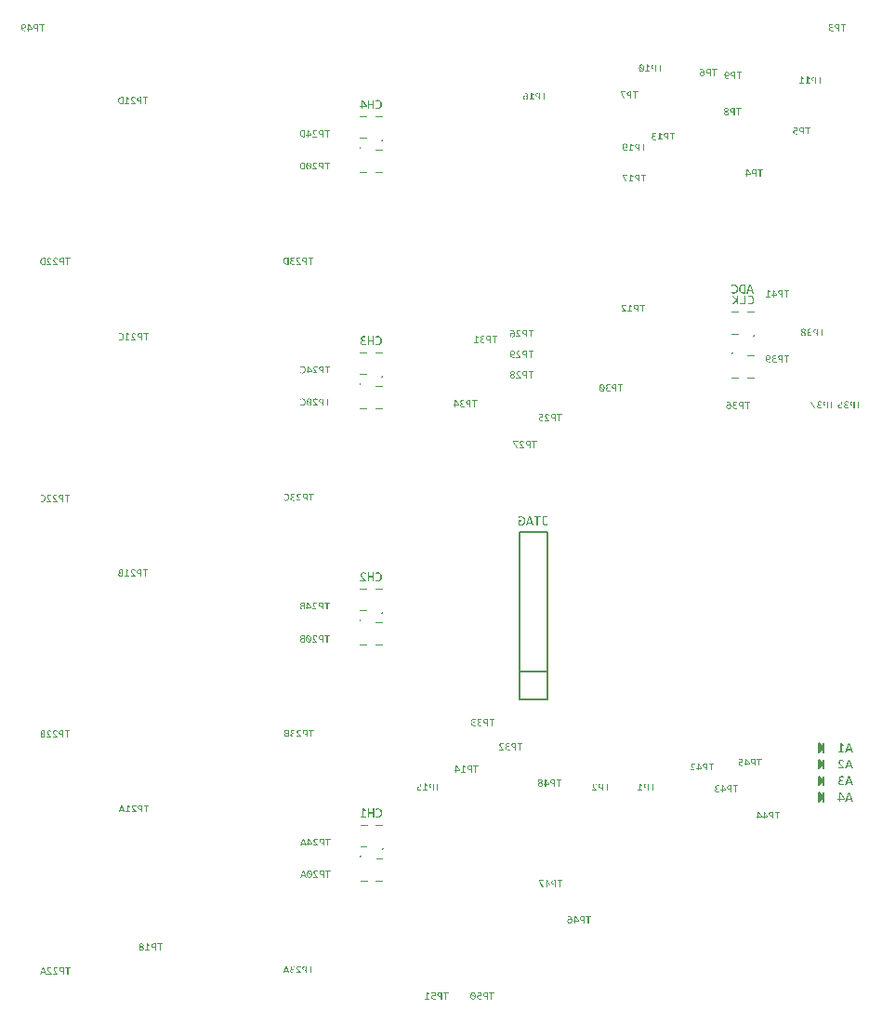
<source format=gbo>
G04*
G04 #@! TF.GenerationSoftware,Altium Limited,Altium Designer,21.0.9 (235)*
G04*
G04 Layer_Color=32896*
%FSLAX25Y25*%
%MOIN*%
G70*
G04*
G04 #@! TF.SameCoordinates,6D45A94B-17CC-4D83-881B-F394DC7C88B3*
G04*
G04*
G04 #@! TF.FilePolarity,Positive*
G04*
G01*
G75*
%ADD10C,0.00394*%
%ADD16C,0.00787*%
%ADD17C,0.00591*%
%ADD130C,0.00500*%
G36*
X305544Y307939D02*
X305659Y307928D01*
X305763Y307906D01*
X305850Y307884D01*
X305921Y307862D01*
X305976Y307840D01*
X305997Y307835D01*
X306014Y307829D01*
X306019Y307824D01*
X306025D01*
X306117Y307775D01*
X306205Y307720D01*
X306281Y307666D01*
X306347Y307611D01*
X306401Y307562D01*
X306445Y307524D01*
X306467Y307496D01*
X306478Y307486D01*
X306543Y307404D01*
X306598Y307311D01*
X306647Y307223D01*
X306691Y307141D01*
X306718Y307065D01*
X306745Y307011D01*
X306751Y306989D01*
X306756Y306972D01*
X306762Y306961D01*
Y306956D01*
X306795Y306836D01*
X306816Y306716D01*
X306838Y306595D01*
X306849Y306492D01*
X306855Y306399D01*
Y306355D01*
X306860Y306323D01*
Y306295D01*
Y306273D01*
Y306262D01*
Y306257D01*
X306855Y306115D01*
X306844Y305978D01*
X306827Y305853D01*
X306805Y305733D01*
X306778Y305629D01*
X306745Y305531D01*
X306713Y305438D01*
X306680Y305362D01*
X306647Y305291D01*
X306614Y305225D01*
X306581Y305176D01*
X306554Y305132D01*
X306532Y305100D01*
X306516Y305078D01*
X306505Y305061D01*
X306500Y305056D01*
X306429Y304985D01*
X306347Y304925D01*
X306265Y304870D01*
X306183Y304821D01*
X306096Y304783D01*
X306008Y304750D01*
X305921Y304723D01*
X305839Y304701D01*
X305757Y304684D01*
X305686Y304674D01*
X305621Y304663D01*
X305566Y304657D01*
X305517D01*
X305479Y304652D01*
X305451D01*
X305293Y304657D01*
X305146Y304679D01*
X305009Y304701D01*
X304883Y304734D01*
X304829Y304745D01*
X304785Y304761D01*
X304742Y304772D01*
X304703Y304788D01*
X304676Y304794D01*
X304654Y304805D01*
X304643Y304810D01*
X304638D01*
Y305225D01*
X304774Y305165D01*
X304834Y305143D01*
X304889Y305127D01*
X304938Y305110D01*
X304976Y305100D01*
X304998Y305089D01*
X305009D01*
X305151Y305061D01*
X305217Y305056D01*
X305277Y305050D01*
X305326Y305045D01*
X305402D01*
X305489Y305050D01*
X305577Y305061D01*
X305653Y305072D01*
X305724Y305094D01*
X305790Y305116D01*
X305855Y305143D01*
X305910Y305176D01*
X305959Y305203D01*
X306003Y305230D01*
X306041Y305263D01*
X306074Y305291D01*
X306096Y305312D01*
X306117Y305334D01*
X306134Y305351D01*
X306139Y305356D01*
X306145Y305362D01*
X306188Y305427D01*
X306227Y305493D01*
X306292Y305640D01*
X306336Y305798D01*
X306363Y305951D01*
X306374Y306022D01*
X306385Y306088D01*
X306390Y306148D01*
Y306197D01*
X306396Y306241D01*
Y306273D01*
Y306295D01*
Y306301D01*
X306390Y306410D01*
X306385Y306508D01*
X306374Y306595D01*
X306363Y306672D01*
X306352Y306737D01*
X306341Y306787D01*
X306330Y306814D01*
Y306825D01*
X306303Y306907D01*
X306270Y306983D01*
X306238Y307054D01*
X306205Y307109D01*
X306177Y307158D01*
X306156Y307191D01*
X306139Y307212D01*
X306134Y307218D01*
X306085Y307278D01*
X306030Y307327D01*
X305976Y307371D01*
X305926Y307404D01*
X305888Y307431D01*
X305850Y307453D01*
X305828Y307464D01*
X305823Y307469D01*
X305752Y307496D01*
X305681Y307518D01*
X305610Y307535D01*
X305550Y307546D01*
X305495Y307551D01*
X305451Y307557D01*
X305331D01*
X305255Y307546D01*
X305184Y307540D01*
X305124Y307529D01*
X305075Y307518D01*
X305036Y307513D01*
X305014Y307502D01*
X305004D01*
X304867Y307458D01*
X304807Y307436D01*
X304752Y307415D01*
X304703Y307393D01*
X304671Y307376D01*
X304643Y307365D01*
X304638Y307360D01*
Y307791D01*
X304774Y307840D01*
X304834Y307862D01*
X304889Y307879D01*
X304938Y307890D01*
X304976Y307901D01*
X304998Y307906D01*
X305009D01*
X305156Y307928D01*
X305222Y307933D01*
X305288Y307939D01*
X305342Y307944D01*
X305424D01*
X305544Y307939D01*
D02*
G37*
G36*
X312598Y304690D02*
X312145D01*
X311921Y305389D01*
X310578D01*
X310354Y304690D01*
X309879D01*
X310933Y307901D01*
X311534D01*
X312598Y304690D01*
D02*
G37*
G36*
X309584D02*
X308787D01*
X308684Y304701D01*
X308591Y304706D01*
X308509Y304717D01*
X308443Y304728D01*
X308394Y304734D01*
X308362Y304745D01*
X308351D01*
X308263Y304766D01*
X308181Y304794D01*
X308110Y304821D01*
X308050Y304848D01*
X308001Y304870D01*
X307963Y304892D01*
X307936Y304903D01*
X307930Y304908D01*
X307865Y304947D01*
X307805Y304990D01*
X307750Y305034D01*
X307706Y305072D01*
X307668Y305105D01*
X307641Y305138D01*
X307624Y305154D01*
X307619Y305159D01*
X307532Y305274D01*
X307499Y305334D01*
X307471Y305383D01*
X307450Y305427D01*
X307433Y305460D01*
X307422Y305487D01*
X307417Y305493D01*
X307368Y305629D01*
X307346Y305695D01*
X307330Y305755D01*
X307319Y305809D01*
X307308Y305848D01*
X307302Y305875D01*
Y305886D01*
X307280Y306044D01*
X307275Y306120D01*
X307270Y306186D01*
X307264Y306246D01*
Y306290D01*
Y306317D01*
Y306328D01*
X307270Y306475D01*
X307280Y306606D01*
X307297Y306732D01*
X307324Y306852D01*
X307351Y306956D01*
X307379Y307054D01*
X307417Y307141D01*
X307450Y307218D01*
X307482Y307289D01*
X307515Y307349D01*
X307548Y307398D01*
X307575Y307442D01*
X307603Y307475D01*
X307619Y307496D01*
X307630Y307507D01*
X307635Y307513D01*
X307706Y307584D01*
X307788Y307638D01*
X307875Y307693D01*
X307968Y307737D01*
X308061Y307775D01*
X308154Y307808D01*
X308247Y307829D01*
X308334Y307851D01*
X308421Y307868D01*
X308503Y307879D01*
X308574Y307890D01*
X308634Y307895D01*
X308689Y307901D01*
X309584D01*
Y304690D01*
D02*
G37*
G36*
X306904Y300756D02*
X306467D01*
Y302328D01*
X305260Y300756D01*
X304714D01*
X306041Y302437D01*
X304774Y303966D01*
X305288D01*
X306467Y302470D01*
Y303966D01*
X306904D01*
Y300756D01*
D02*
G37*
G36*
X311283Y304004D02*
X311397Y303993D01*
X311501Y303971D01*
X311588Y303950D01*
X311659Y303928D01*
X311714Y303906D01*
X311736Y303901D01*
X311752Y303895D01*
X311758Y303889D01*
X311763D01*
X311856Y303840D01*
X311943Y303786D01*
X312020Y303731D01*
X312085Y303677D01*
X312140Y303627D01*
X312183Y303589D01*
X312205Y303562D01*
X312216Y303551D01*
X312282Y303469D01*
X312336Y303376D01*
X312386Y303289D01*
X312429Y303207D01*
X312456Y303131D01*
X312484Y303076D01*
X312489Y303054D01*
X312495Y303038D01*
X312500Y303027D01*
Y303021D01*
X312533Y302901D01*
X312555Y302781D01*
X312577Y302661D01*
X312587Y302557D01*
X312593Y302465D01*
Y302421D01*
X312598Y302388D01*
Y302361D01*
Y302339D01*
Y302328D01*
Y302323D01*
X312593Y302181D01*
X312582Y302044D01*
X312566Y301919D01*
X312544Y301798D01*
X312516Y301695D01*
X312484Y301596D01*
X312451Y301503D01*
X312418Y301427D01*
X312386Y301356D01*
X312353Y301291D01*
X312320Y301241D01*
X312293Y301198D01*
X312271Y301165D01*
X312254Y301143D01*
X312244Y301127D01*
X312238Y301121D01*
X312167Y301050D01*
X312085Y300990D01*
X312003Y300936D01*
X311921Y300887D01*
X311834Y300848D01*
X311747Y300816D01*
X311659Y300788D01*
X311577Y300766D01*
X311495Y300750D01*
X311424Y300739D01*
X311359Y300728D01*
X311304Y300723D01*
X311255D01*
X311217Y300717D01*
X311190D01*
X311031Y300723D01*
X310884Y300745D01*
X310748Y300766D01*
X310622Y300799D01*
X310567Y300810D01*
X310524Y300827D01*
X310480Y300837D01*
X310442Y300854D01*
X310414Y300859D01*
X310393Y300870D01*
X310382Y300876D01*
X310376D01*
Y301291D01*
X310513Y301231D01*
X310573Y301209D01*
X310627Y301192D01*
X310677Y301176D01*
X310715Y301165D01*
X310737Y301154D01*
X310748D01*
X310889Y301127D01*
X310955Y301121D01*
X311015Y301116D01*
X311064Y301110D01*
X311141D01*
X311228Y301116D01*
X311315Y301127D01*
X311392Y301138D01*
X311463Y301160D01*
X311528Y301181D01*
X311594Y301209D01*
X311648Y301241D01*
X311698Y301269D01*
X311741Y301296D01*
X311779Y301329D01*
X311812Y301356D01*
X311834Y301378D01*
X311856Y301400D01*
X311872Y301416D01*
X311878Y301422D01*
X311883Y301427D01*
X311927Y301493D01*
X311965Y301558D01*
X312031Y301706D01*
X312074Y301864D01*
X312102Y302017D01*
X312112Y302088D01*
X312123Y302153D01*
X312129Y302213D01*
Y302262D01*
X312134Y302306D01*
Y302339D01*
Y302361D01*
Y302366D01*
X312129Y302475D01*
X312123Y302574D01*
X312112Y302661D01*
X312102Y302737D01*
X312091Y302803D01*
X312080Y302852D01*
X312069Y302879D01*
Y302890D01*
X312041Y302972D01*
X312009Y303049D01*
X311976Y303120D01*
X311943Y303174D01*
X311916Y303223D01*
X311894Y303256D01*
X311878Y303278D01*
X311872Y303284D01*
X311823Y303344D01*
X311769Y303393D01*
X311714Y303436D01*
X311665Y303469D01*
X311627Y303496D01*
X311588Y303518D01*
X311566Y303529D01*
X311561Y303535D01*
X311490Y303562D01*
X311419Y303584D01*
X311348Y303600D01*
X311288Y303611D01*
X311233Y303616D01*
X311190Y303622D01*
X311070D01*
X310993Y303611D01*
X310922Y303606D01*
X310862Y303595D01*
X310813Y303584D01*
X310775Y303578D01*
X310753Y303567D01*
X310742D01*
X310606Y303524D01*
X310545Y303502D01*
X310491Y303480D01*
X310442Y303458D01*
X310409Y303442D01*
X310382Y303431D01*
X310376Y303425D01*
Y303857D01*
X310513Y303906D01*
X310573Y303928D01*
X310627Y303944D01*
X310677Y303955D01*
X310715Y303966D01*
X310737Y303971D01*
X310748D01*
X310895Y303993D01*
X310960Y303999D01*
X311026Y304004D01*
X311081Y304010D01*
X311162D01*
X311283Y304004D01*
D02*
G37*
G36*
X309481Y300756D02*
X307630D01*
Y301127D01*
X309038D01*
Y303966D01*
X309481D01*
Y300756D01*
D02*
G37*
G36*
X173581Y119588D02*
X173428Y119222D01*
X172658Y119637D01*
Y117295D01*
X173483D01*
Y116896D01*
X171468D01*
Y117295D01*
X172183D01*
Y120123D01*
X172566D01*
X173581Y119588D01*
D02*
G37*
G36*
X176415Y116896D02*
X175978D01*
Y118370D01*
X174629D01*
Y116896D01*
X174193D01*
Y120106D01*
X174629D01*
Y118747D01*
X175978D01*
Y120106D01*
X176415D01*
Y116896D01*
D02*
G37*
G36*
X177916Y120145D02*
X178031Y120134D01*
X178135Y120112D01*
X178222Y120090D01*
X178293Y120068D01*
X178348Y120046D01*
X178370Y120041D01*
X178386Y120036D01*
X178391Y120030D01*
X178397D01*
X178490Y119981D01*
X178577Y119926D01*
X178654Y119872D01*
X178719Y119817D01*
X178774Y119768D01*
X178817Y119730D01*
X178839Y119702D01*
X178850Y119692D01*
X178916Y119610D01*
X178970Y119517D01*
X179019Y119429D01*
X179063Y119348D01*
X179090Y119271D01*
X179118Y119217D01*
X179123Y119195D01*
X179129Y119178D01*
X179134Y119167D01*
Y119162D01*
X179167Y119042D01*
X179189Y118922D01*
X179210Y118801D01*
X179221Y118698D01*
X179227Y118605D01*
Y118561D01*
X179232Y118528D01*
Y118501D01*
Y118479D01*
Y118468D01*
Y118463D01*
X179227Y118321D01*
X179216Y118184D01*
X179200Y118059D01*
X179178Y117939D01*
X179150Y117835D01*
X179118Y117737D01*
X179085Y117644D01*
X179052Y117568D01*
X179019Y117497D01*
X178987Y117431D01*
X178954Y117382D01*
X178927Y117338D01*
X178905Y117306D01*
X178888Y117284D01*
X178877Y117267D01*
X178872Y117262D01*
X178801Y117191D01*
X178719Y117131D01*
X178637Y117076D01*
X178555Y117027D01*
X178468Y116989D01*
X178381Y116956D01*
X178293Y116929D01*
X178211Y116907D01*
X178129Y116891D01*
X178058Y116880D01*
X177993Y116869D01*
X177938Y116863D01*
X177889D01*
X177851Y116858D01*
X177824D01*
X177665Y116863D01*
X177518Y116885D01*
X177381Y116907D01*
X177256Y116940D01*
X177201Y116951D01*
X177157Y116967D01*
X177114Y116978D01*
X177076Y116994D01*
X177048Y117000D01*
X177026Y117011D01*
X177015Y117016D01*
X177010D01*
Y117431D01*
X177146Y117371D01*
X177207Y117349D01*
X177261Y117333D01*
X177310Y117316D01*
X177348Y117306D01*
X177370Y117295D01*
X177381D01*
X177523Y117267D01*
X177589Y117262D01*
X177649Y117256D01*
X177698Y117251D01*
X177774D01*
X177862Y117256D01*
X177949Y117267D01*
X178026Y117278D01*
X178097Y117300D01*
X178162Y117322D01*
X178228Y117349D01*
X178282Y117382D01*
X178331Y117409D01*
X178375Y117437D01*
X178413Y117469D01*
X178446Y117497D01*
X178468Y117518D01*
X178490Y117540D01*
X178506Y117557D01*
X178512Y117562D01*
X178517Y117568D01*
X178561Y117633D01*
X178599Y117699D01*
X178664Y117846D01*
X178708Y118004D01*
X178735Y118157D01*
X178746Y118228D01*
X178757Y118294D01*
X178763Y118354D01*
Y118403D01*
X178768Y118447D01*
Y118479D01*
Y118501D01*
Y118507D01*
X178763Y118616D01*
X178757Y118714D01*
X178746Y118801D01*
X178735Y118878D01*
X178725Y118944D01*
X178714Y118993D01*
X178703Y119020D01*
Y119031D01*
X178675Y119113D01*
X178643Y119189D01*
X178610Y119260D01*
X178577Y119315D01*
X178550Y119364D01*
X178528Y119397D01*
X178512Y119419D01*
X178506Y119424D01*
X178457Y119484D01*
X178402Y119533D01*
X178348Y119577D01*
X178299Y119610D01*
X178260Y119637D01*
X178222Y119659D01*
X178200Y119670D01*
X178195Y119675D01*
X178124Y119702D01*
X178053Y119724D01*
X177982Y119741D01*
X177922Y119752D01*
X177867Y119757D01*
X177824Y119763D01*
X177703D01*
X177627Y119752D01*
X177556Y119746D01*
X177496Y119735D01*
X177447Y119724D01*
X177409Y119719D01*
X177387Y119708D01*
X177376D01*
X177239Y119664D01*
X177179Y119642D01*
X177125Y119621D01*
X177076Y119599D01*
X177043Y119582D01*
X177015Y119571D01*
X177010Y119566D01*
Y119997D01*
X177146Y120046D01*
X177207Y120068D01*
X177261Y120085D01*
X177310Y120096D01*
X177348Y120106D01*
X177370Y120112D01*
X177381D01*
X177529Y120134D01*
X177594Y120139D01*
X177660Y120145D01*
X177714Y120150D01*
X177796D01*
X177916Y120145D01*
D02*
G37*
G36*
X172598Y204798D02*
X172702Y204787D01*
X172795Y204765D01*
X172877Y204743D01*
X172942Y204721D01*
X172991Y204699D01*
X173024Y204689D01*
X173030Y204683D01*
X173035D01*
X173122Y204639D01*
X173199Y204585D01*
X173270Y204536D01*
X173330Y204486D01*
X173379Y204443D01*
X173417Y204410D01*
X173439Y204388D01*
X173450Y204377D01*
X173215Y204099D01*
X173161Y204148D01*
X173111Y204197D01*
X173057Y204235D01*
X173013Y204268D01*
X172969Y204295D01*
X172937Y204317D01*
X172915Y204328D01*
X172909Y204334D01*
X172844Y204366D01*
X172778Y204388D01*
X172718Y204404D01*
X172658Y204415D01*
X172609Y204421D01*
X172571Y204426D01*
X172484D01*
X172434Y204421D01*
X172396Y204410D01*
X172358Y204404D01*
X172325Y204394D01*
X172303Y204383D01*
X172292Y204377D01*
X172287D01*
X172216Y204334D01*
X172156Y204295D01*
X172140Y204274D01*
X172123Y204263D01*
X172118Y204252D01*
X172112Y204246D01*
X172069Y204181D01*
X172036Y204121D01*
X172025Y204093D01*
X172020Y204071D01*
X172014Y204061D01*
Y204055D01*
X171992Y203979D01*
X171987Y203902D01*
X171981Y203875D01*
Y203853D01*
Y203837D01*
Y203831D01*
X171987Y203744D01*
X171992Y203700D01*
Y203667D01*
X171998Y203640D01*
X172003Y203618D01*
X172009Y203602D01*
Y203596D01*
X172030Y203515D01*
X172063Y203444D01*
X172080Y203411D01*
X172096Y203389D01*
X172101Y203373D01*
X172107Y203367D01*
X172167Y203274D01*
X172200Y203231D01*
X172232Y203187D01*
X172260Y203154D01*
X172282Y203127D01*
X172298Y203105D01*
X172303Y203100D01*
X172353Y203045D01*
X172407Y202985D01*
X172462Y202925D01*
X172516Y202870D01*
X172565Y202821D01*
X172604Y202783D01*
X172626Y202761D01*
X172636Y202750D01*
X173461Y201926D01*
Y201543D01*
X171342D01*
Y201953D01*
X172904D01*
X172325Y202521D01*
X172249Y202592D01*
X172183Y202663D01*
X172123Y202723D01*
X172069Y202778D01*
X172030Y202821D01*
X171998Y202854D01*
X171976Y202876D01*
X171970Y202881D01*
X171916Y202941D01*
X171867Y203001D01*
X171823Y203056D01*
X171785Y203105D01*
X171757Y203149D01*
X171736Y203176D01*
X171725Y203198D01*
X171719Y203203D01*
X171654Y203318D01*
X171626Y203373D01*
X171605Y203422D01*
X171588Y203460D01*
X171577Y203493D01*
X171566Y203515D01*
Y203520D01*
X171539Y203640D01*
X171528Y203700D01*
X171523Y203749D01*
X171517Y203799D01*
Y203831D01*
Y203858D01*
Y203864D01*
X171523Y203946D01*
X171528Y204017D01*
X171539Y204082D01*
X171550Y204142D01*
X171566Y204192D01*
X171577Y204224D01*
X171583Y204252D01*
X171588Y204257D01*
X171615Y204323D01*
X171648Y204377D01*
X171681Y204426D01*
X171714Y204470D01*
X171747Y204503D01*
X171768Y204530D01*
X171785Y204546D01*
X171790Y204552D01*
X171888Y204634D01*
X171938Y204661D01*
X171987Y204689D01*
X172030Y204710D01*
X172063Y204727D01*
X172085Y204732D01*
X172090Y204738D01*
X172156Y204759D01*
X172227Y204776D01*
X172292Y204787D01*
X172353Y204798D01*
X172407D01*
X172445Y204803D01*
X172484D01*
X172598Y204798D01*
D02*
G37*
G36*
X176316Y201543D02*
X175880D01*
Y203018D01*
X174531D01*
Y201543D01*
X174094D01*
Y204754D01*
X174531D01*
Y203395D01*
X175880D01*
Y204754D01*
X176316D01*
Y201543D01*
D02*
G37*
G36*
X177818Y204792D02*
X177933Y204781D01*
X178036Y204759D01*
X178124Y204738D01*
X178195Y204716D01*
X178249Y204694D01*
X178271Y204689D01*
X178288Y204683D01*
X178293Y204678D01*
X178298D01*
X178391Y204628D01*
X178479Y204574D01*
X178555Y204519D01*
X178621Y204465D01*
X178675Y204415D01*
X178719Y204377D01*
X178741Y204350D01*
X178752Y204339D01*
X178817Y204257D01*
X178872Y204164D01*
X178921Y204077D01*
X178965Y203995D01*
X178992Y203919D01*
X179019Y203864D01*
X179025Y203842D01*
X179030Y203826D01*
X179036Y203815D01*
Y203809D01*
X179068Y203689D01*
X179090Y203569D01*
X179112Y203449D01*
X179123Y203345D01*
X179128Y203253D01*
Y203209D01*
X179134Y203176D01*
Y203149D01*
Y203127D01*
Y203116D01*
Y203111D01*
X179128Y202969D01*
X179118Y202832D01*
X179101Y202707D01*
X179079Y202586D01*
X179052Y202483D01*
X179019Y202384D01*
X178986Y202291D01*
X178954Y202215D01*
X178921Y202144D01*
X178888Y202079D01*
X178855Y202029D01*
X178828Y201986D01*
X178806Y201953D01*
X178790Y201931D01*
X178779Y201915D01*
X178773Y201909D01*
X178702Y201838D01*
X178621Y201778D01*
X178539Y201724D01*
X178457Y201675D01*
X178369Y201636D01*
X178282Y201604D01*
X178195Y201576D01*
X178113Y201554D01*
X178031Y201538D01*
X177960Y201527D01*
X177894Y201516D01*
X177840Y201511D01*
X177791D01*
X177752Y201505D01*
X177725D01*
X177567Y201511D01*
X177419Y201533D01*
X177283Y201554D01*
X177157Y201587D01*
X177103Y201598D01*
X177059Y201614D01*
X177015Y201625D01*
X176977Y201642D01*
X176950Y201647D01*
X176928Y201658D01*
X176917Y201664D01*
X176912D01*
Y202079D01*
X177048Y202018D01*
X177108Y201997D01*
X177163Y201980D01*
X177212Y201964D01*
X177250Y201953D01*
X177272Y201942D01*
X177283D01*
X177425Y201915D01*
X177490Y201909D01*
X177550Y201904D01*
X177600Y201898D01*
X177676D01*
X177763Y201904D01*
X177851Y201915D01*
X177927Y201926D01*
X177998Y201948D01*
X178064Y201969D01*
X178129Y201997D01*
X178184Y202029D01*
X178233Y202057D01*
X178277Y202084D01*
X178315Y202117D01*
X178348Y202144D01*
X178369Y202166D01*
X178391Y202188D01*
X178408Y202204D01*
X178413Y202210D01*
X178419Y202215D01*
X178462Y202281D01*
X178500Y202346D01*
X178566Y202494D01*
X178610Y202652D01*
X178637Y202805D01*
X178648Y202876D01*
X178659Y202941D01*
X178664Y203001D01*
Y203050D01*
X178670Y203094D01*
Y203127D01*
Y203149D01*
Y203154D01*
X178664Y203263D01*
X178659Y203362D01*
X178648Y203449D01*
X178637Y203525D01*
X178626Y203591D01*
X178615Y203640D01*
X178604Y203667D01*
Y203678D01*
X178577Y203760D01*
X178544Y203837D01*
X178511Y203908D01*
X178479Y203962D01*
X178451Y204011D01*
X178429Y204044D01*
X178413Y204066D01*
X178408Y204071D01*
X178358Y204132D01*
X178304Y204181D01*
X178249Y204224D01*
X178200Y204257D01*
X178162Y204284D01*
X178124Y204306D01*
X178102Y204317D01*
X178096Y204323D01*
X178025Y204350D01*
X177954Y204372D01*
X177884Y204388D01*
X177823Y204399D01*
X177769Y204404D01*
X177725Y204410D01*
X177605D01*
X177529Y204399D01*
X177458Y204394D01*
X177398Y204383D01*
X177348Y204372D01*
X177310Y204366D01*
X177288Y204355D01*
X177278D01*
X177141Y204312D01*
X177081Y204290D01*
X177026Y204268D01*
X176977Y204246D01*
X176944Y204230D01*
X176917Y204219D01*
X176912Y204213D01*
Y204645D01*
X177048Y204694D01*
X177108Y204716D01*
X177163Y204732D01*
X177212Y204743D01*
X177250Y204754D01*
X177272Y204759D01*
X177283D01*
X177430Y204781D01*
X177496Y204787D01*
X177561Y204792D01*
X177616Y204798D01*
X177698D01*
X177818Y204792D01*
D02*
G37*
G36*
X172718Y289441D02*
X172740D01*
X172762Y289436D01*
X172778D01*
X172844Y289425D01*
X172904Y289420D01*
X172931Y289414D01*
X172948D01*
X172959Y289409D01*
X172964D01*
X173035Y289398D01*
X173095Y289381D01*
X173117Y289376D01*
X173139D01*
X173150Y289370D01*
X173155D01*
X173221Y289354D01*
X173275Y289338D01*
X173297Y289332D01*
X173313Y289327D01*
X173324Y289321D01*
X173330D01*
Y288950D01*
X173259Y288972D01*
X173188Y288988D01*
X173128Y289005D01*
X173073Y289021D01*
X173030Y289032D01*
X172991Y289037D01*
X172969Y289043D01*
X172964D01*
X172838Y289065D01*
X172778Y289070D01*
X172729D01*
X172686Y289076D01*
X172626D01*
X172516Y289070D01*
X172424Y289059D01*
X172342Y289037D01*
X172276Y289016D01*
X172227Y288994D01*
X172189Y288972D01*
X172167Y288961D01*
X172161Y288955D01*
X172107Y288906D01*
X172069Y288846D01*
X172041Y288786D01*
X172025Y288721D01*
X172009Y288666D01*
X172003Y288622D01*
Y288590D01*
Y288584D01*
Y288579D01*
X172009Y288486D01*
X172020Y288442D01*
X172025Y288409D01*
X172036Y288377D01*
X172047Y288355D01*
X172052Y288344D01*
Y288338D01*
X172090Y288268D01*
X172134Y288213D01*
X172151Y288191D01*
X172167Y288175D01*
X172178Y288169D01*
X172183Y288164D01*
X172249Y288115D01*
X172314Y288082D01*
X172342Y288071D01*
X172363Y288060D01*
X172380Y288055D01*
X172385D01*
X172478Y288033D01*
X172522Y288027D01*
X172565Y288022D01*
X172598Y288016D01*
X173024D01*
Y287667D01*
X172658D01*
X172533Y287662D01*
X172478Y287656D01*
X172429Y287651D01*
X172391Y287640D01*
X172363Y287634D01*
X172342Y287629D01*
X172336D01*
X172282Y287618D01*
X172232Y287601D01*
X172189Y287585D01*
X172151Y287569D01*
X172118Y287552D01*
X172096Y287541D01*
X172085Y287536D01*
X172080Y287530D01*
X172009Y287476D01*
X171954Y287427D01*
X171938Y287399D01*
X171921Y287383D01*
X171910Y287372D01*
Y287367D01*
X171888Y287328D01*
X171878Y287290D01*
X171856Y287214D01*
Y287187D01*
X171850Y287159D01*
Y287143D01*
Y287137D01*
X171861Y287034D01*
X171867Y286990D01*
X171878Y286952D01*
X171888Y286919D01*
X171894Y286897D01*
X171905Y286881D01*
Y286875D01*
X171927Y286832D01*
X171949Y286799D01*
X172003Y286733D01*
X172025Y286712D01*
X172047Y286695D01*
X172058Y286684D01*
X172063Y286679D01*
X172107Y286651D01*
X172151Y286624D01*
X172243Y286586D01*
X172282Y286569D01*
X172314Y286564D01*
X172336Y286553D01*
X172342D01*
X172407Y286542D01*
X172478Y286531D01*
X172544Y286526D01*
X172609Y286520D01*
X172664Y286515D01*
X172877D01*
X172937Y286520D01*
X173035D01*
X173068Y286526D01*
X173101D01*
X173221Y286542D01*
X173275Y286548D01*
X173324Y286553D01*
X173363Y286559D01*
X173390Y286564D01*
X173412Y286569D01*
X173417D01*
Y286187D01*
X173319Y286176D01*
X173270Y286171D01*
X173226Y286165D01*
X173188D01*
X173161Y286160D01*
X173133D01*
X173013Y286149D01*
X172959D01*
X172904Y286144D01*
X172789D01*
X172664Y286149D01*
X172549Y286155D01*
X172445Y286165D01*
X172358Y286182D01*
X172282Y286198D01*
X172227Y286209D01*
X172211Y286215D01*
X172194D01*
X172189Y286220D01*
X172183D01*
X172090Y286253D01*
X172003Y286291D01*
X171932Y286324D01*
X171867Y286362D01*
X171818Y286389D01*
X171785Y286417D01*
X171757Y286433D01*
X171752Y286438D01*
X171692Y286493D01*
X171637Y286548D01*
X171594Y286602D01*
X171555Y286651D01*
X171528Y286695D01*
X171506Y286728D01*
X171495Y286755D01*
X171490Y286761D01*
X171463Y286832D01*
X171441Y286903D01*
X171424Y286968D01*
X171413Y287028D01*
X171408Y287083D01*
X171403Y287121D01*
Y287148D01*
Y287159D01*
Y287214D01*
X171413Y287268D01*
X171424Y287312D01*
X171435Y287356D01*
X171446Y287388D01*
X171457Y287416D01*
X171463Y287432D01*
X171468Y287438D01*
X171517Y287525D01*
X171545Y287563D01*
X171572Y287596D01*
X171594Y287618D01*
X171610Y287640D01*
X171621Y287651D01*
X171626Y287656D01*
X171697Y287716D01*
X171768Y287765D01*
X171801Y287782D01*
X171823Y287792D01*
X171839Y287804D01*
X171845D01*
X171932Y287842D01*
X171976Y287858D01*
X172014Y287869D01*
X172047Y287874D01*
X172069Y287880D01*
X172085Y287885D01*
X172090D01*
X172003Y287929D01*
X171921Y287978D01*
X171856Y288027D01*
X171801Y288076D01*
X171757Y288115D01*
X171725Y288147D01*
X171703Y288175D01*
X171697Y288180D01*
X171648Y288257D01*
X171615Y288333D01*
X171588Y288409D01*
X171572Y288486D01*
X171561Y288546D01*
X171555Y288601D01*
Y288633D01*
Y288639D01*
Y288644D01*
X171561Y288710D01*
X171566Y288775D01*
X171577Y288830D01*
X171588Y288879D01*
X171605Y288923D01*
X171615Y288950D01*
X171621Y288972D01*
X171626Y288977D01*
X171654Y289032D01*
X171686Y289081D01*
X171719Y289119D01*
X171747Y289158D01*
X171779Y289190D01*
X171801Y289212D01*
X171818Y289223D01*
X171823Y289229D01*
X171872Y289267D01*
X171927Y289300D01*
X171981Y289327D01*
X172036Y289349D01*
X172080Y289365D01*
X172118Y289376D01*
X172140Y289387D01*
X172151D01*
X172227Y289409D01*
X172303Y289420D01*
X172374Y289430D01*
X172445Y289441D01*
X172505D01*
X172555Y289447D01*
X172658D01*
X172718Y289441D01*
D02*
G37*
G36*
X176316Y286187D02*
X175880D01*
Y287662D01*
X174531D01*
Y286187D01*
X174094D01*
Y289398D01*
X174531D01*
Y288038D01*
X175880D01*
Y289398D01*
X176316D01*
Y286187D01*
D02*
G37*
G36*
X177818Y289436D02*
X177933Y289425D01*
X178036Y289403D01*
X178124Y289381D01*
X178195Y289360D01*
X178249Y289338D01*
X178271Y289332D01*
X178288Y289327D01*
X178293Y289321D01*
X178298D01*
X178391Y289272D01*
X178479Y289218D01*
X178555Y289163D01*
X178621Y289108D01*
X178675Y289059D01*
X178719Y289021D01*
X178741Y288994D01*
X178752Y288983D01*
X178817Y288901D01*
X178872Y288808D01*
X178921Y288721D01*
X178965Y288639D01*
X178992Y288562D01*
X179019Y288508D01*
X179025Y288486D01*
X179030Y288470D01*
X179036Y288459D01*
Y288453D01*
X179068Y288333D01*
X179090Y288213D01*
X179112Y288093D01*
X179123Y287989D01*
X179128Y287896D01*
Y287853D01*
X179134Y287820D01*
Y287792D01*
Y287771D01*
Y287760D01*
Y287754D01*
X179128Y287612D01*
X179118Y287476D01*
X179101Y287350D01*
X179079Y287230D01*
X179052Y287126D01*
X179019Y287028D01*
X178986Y286935D01*
X178954Y286859D01*
X178921Y286788D01*
X178888Y286722D01*
X178855Y286673D01*
X178828Y286630D01*
X178806Y286597D01*
X178790Y286575D01*
X178779Y286559D01*
X178773Y286553D01*
X178702Y286482D01*
X178621Y286422D01*
X178539Y286368D01*
X178457Y286318D01*
X178369Y286280D01*
X178282Y286247D01*
X178195Y286220D01*
X178113Y286198D01*
X178031Y286182D01*
X177960Y286171D01*
X177894Y286160D01*
X177840Y286155D01*
X177791D01*
X177752Y286149D01*
X177725D01*
X177567Y286155D01*
X177419Y286176D01*
X177283Y286198D01*
X177157Y286231D01*
X177103Y286242D01*
X177059Y286258D01*
X177015Y286269D01*
X176977Y286286D01*
X176950Y286291D01*
X176928Y286302D01*
X176917Y286307D01*
X176912D01*
Y286722D01*
X177048Y286662D01*
X177108Y286641D01*
X177163Y286624D01*
X177212Y286608D01*
X177250Y286597D01*
X177272Y286586D01*
X177283D01*
X177425Y286559D01*
X177490Y286553D01*
X177550Y286548D01*
X177600Y286542D01*
X177676D01*
X177763Y286548D01*
X177851Y286559D01*
X177927Y286569D01*
X177998Y286591D01*
X178064Y286613D01*
X178129Y286641D01*
X178184Y286673D01*
X178233Y286701D01*
X178277Y286728D01*
X178315Y286761D01*
X178348Y286788D01*
X178369Y286810D01*
X178391Y286832D01*
X178408Y286848D01*
X178413Y286853D01*
X178419Y286859D01*
X178462Y286924D01*
X178500Y286990D01*
X178566Y287137D01*
X178610Y287296D01*
X178637Y287449D01*
X178648Y287520D01*
X178659Y287585D01*
X178664Y287645D01*
Y287694D01*
X178670Y287738D01*
Y287771D01*
Y287792D01*
Y287798D01*
X178664Y287907D01*
X178659Y288005D01*
X178648Y288093D01*
X178637Y288169D01*
X178626Y288235D01*
X178615Y288284D01*
X178604Y288311D01*
Y288322D01*
X178577Y288404D01*
X178544Y288480D01*
X178511Y288551D01*
X178479Y288606D01*
X178451Y288655D01*
X178429Y288688D01*
X178413Y288710D01*
X178408Y288715D01*
X178358Y288775D01*
X178304Y288825D01*
X178249Y288868D01*
X178200Y288901D01*
X178162Y288928D01*
X178124Y288950D01*
X178102Y288961D01*
X178096Y288966D01*
X178025Y288994D01*
X177954Y289016D01*
X177884Y289032D01*
X177823Y289043D01*
X177769Y289048D01*
X177725Y289054D01*
X177605D01*
X177529Y289043D01*
X177458Y289037D01*
X177398Y289026D01*
X177348Y289016D01*
X177310Y289010D01*
X177288Y288999D01*
X177278D01*
X177141Y288955D01*
X177081Y288934D01*
X177026Y288912D01*
X176977Y288890D01*
X176944Y288874D01*
X176917Y288863D01*
X176912Y288857D01*
Y289289D01*
X177048Y289338D01*
X177108Y289360D01*
X177163Y289376D01*
X177212Y289387D01*
X177250Y289398D01*
X177272Y289403D01*
X177283D01*
X177430Y289425D01*
X177496Y289430D01*
X177561Y289436D01*
X177616Y289441D01*
X177698D01*
X177818Y289436D01*
D02*
G37*
G36*
X176316Y370833D02*
X175880D01*
Y372307D01*
X174531D01*
Y370833D01*
X174094D01*
Y374043D01*
X174531D01*
Y372684D01*
X175880D01*
Y374043D01*
X176316D01*
Y370833D01*
D02*
G37*
G36*
X177818Y374082D02*
X177933Y374071D01*
X178036Y374049D01*
X178124Y374027D01*
X178195Y374005D01*
X178249Y373983D01*
X178271Y373978D01*
X178288Y373973D01*
X178293Y373967D01*
X178298D01*
X178391Y373918D01*
X178479Y373863D01*
X178555Y373809D01*
X178621Y373754D01*
X178675Y373705D01*
X178719Y373667D01*
X178741Y373639D01*
X178752Y373628D01*
X178817Y373547D01*
X178872Y373454D01*
X178921Y373366D01*
X178965Y373285D01*
X178992Y373208D01*
X179019Y373153D01*
X179025Y373132D01*
X179030Y373115D01*
X179036Y373104D01*
Y373099D01*
X179068Y372979D01*
X179090Y372859D01*
X179112Y372739D01*
X179123Y372635D01*
X179128Y372542D01*
Y372498D01*
X179134Y372465D01*
Y372438D01*
Y372416D01*
Y372406D01*
Y372400D01*
X179128Y372258D01*
X179118Y372122D01*
X179101Y371996D01*
X179079Y371876D01*
X179052Y371772D01*
X179019Y371674D01*
X178986Y371581D01*
X178954Y371505D01*
X178921Y371434D01*
X178888Y371368D01*
X178855Y371319D01*
X178828Y371275D01*
X178806Y371242D01*
X178790Y371221D01*
X178779Y371204D01*
X178773Y371199D01*
X178702Y371128D01*
X178621Y371068D01*
X178539Y371013D01*
X178457Y370964D01*
X178369Y370926D01*
X178282Y370893D01*
X178195Y370866D01*
X178113Y370844D01*
X178031Y370828D01*
X177960Y370817D01*
X177894Y370806D01*
X177840Y370800D01*
X177791D01*
X177752Y370795D01*
X177725D01*
X177567Y370800D01*
X177419Y370822D01*
X177283Y370844D01*
X177157Y370877D01*
X177103Y370888D01*
X177059Y370904D01*
X177015Y370915D01*
X176977Y370931D01*
X176950Y370937D01*
X176928Y370948D01*
X176917Y370953D01*
X176912D01*
Y371368D01*
X177048Y371308D01*
X177108Y371286D01*
X177163Y371270D01*
X177212Y371253D01*
X177250Y371242D01*
X177272Y371232D01*
X177283D01*
X177425Y371204D01*
X177490Y371199D01*
X177550Y371193D01*
X177600Y371188D01*
X177676D01*
X177763Y371193D01*
X177851Y371204D01*
X177927Y371215D01*
X177998Y371237D01*
X178064Y371259D01*
X178129Y371286D01*
X178184Y371319D01*
X178233Y371346D01*
X178277Y371374D01*
X178315Y371406D01*
X178348Y371434D01*
X178369Y371455D01*
X178391Y371477D01*
X178408Y371494D01*
X178413Y371499D01*
X178419Y371505D01*
X178462Y371570D01*
X178500Y371636D01*
X178566Y371783D01*
X178610Y371941D01*
X178637Y372094D01*
X178648Y372165D01*
X178659Y372231D01*
X178664Y372291D01*
Y372340D01*
X178670Y372384D01*
Y372416D01*
Y372438D01*
Y372444D01*
X178664Y372553D01*
X178659Y372651D01*
X178648Y372739D01*
X178637Y372815D01*
X178626Y372881D01*
X178615Y372930D01*
X178604Y372957D01*
Y372968D01*
X178577Y373050D01*
X178544Y373126D01*
X178511Y373197D01*
X178479Y373252D01*
X178451Y373301D01*
X178429Y373334D01*
X178413Y373356D01*
X178408Y373361D01*
X178358Y373421D01*
X178304Y373470D01*
X178249Y373514D01*
X178200Y373547D01*
X178162Y373574D01*
X178124Y373596D01*
X178102Y373607D01*
X178096Y373612D01*
X178025Y373639D01*
X177954Y373661D01*
X177884Y373678D01*
X177823Y373689D01*
X177769Y373694D01*
X177725Y373699D01*
X177605D01*
X177529Y373689D01*
X177458Y373683D01*
X177398Y373672D01*
X177348Y373661D01*
X177310Y373656D01*
X177288Y373645D01*
X177278D01*
X177141Y373601D01*
X177081Y373579D01*
X177026Y373557D01*
X176977Y373536D01*
X176944Y373519D01*
X176917Y373508D01*
X176912Y373503D01*
Y373934D01*
X177048Y373983D01*
X177108Y374005D01*
X177163Y374022D01*
X177212Y374032D01*
X177250Y374043D01*
X177272Y374049D01*
X177283D01*
X177430Y374071D01*
X177496Y374076D01*
X177561Y374082D01*
X177616Y374087D01*
X177698D01*
X177818Y374082D01*
D02*
G37*
G36*
X173717Y371919D02*
Y371543D01*
X172172D01*
Y370833D01*
X171736D01*
Y371543D01*
X171184D01*
Y371919D01*
X171736D01*
Y374043D01*
X172353D01*
X173717Y371919D01*
D02*
G37*
G36*
X229164Y224874D02*
X229284Y224864D01*
X229388Y224842D01*
X229481Y224825D01*
X229557Y224804D01*
X229617Y224782D01*
X229639Y224776D01*
X229656Y224771D01*
X229661Y224765D01*
X229666D01*
X229765Y224716D01*
X229858Y224667D01*
X229940Y224612D01*
X230011Y224558D01*
X230070Y224509D01*
X230109Y224470D01*
X230136Y224443D01*
X230147Y224432D01*
X230218Y224345D01*
X230278Y224258D01*
X230333Y224165D01*
X230371Y224083D01*
X230409Y224006D01*
X230431Y223952D01*
X230442Y223930D01*
X230447Y223914D01*
X230453Y223903D01*
Y223897D01*
X230491Y223777D01*
X230518Y223657D01*
X230535Y223537D01*
X230546Y223428D01*
X230557Y223329D01*
Y223291D01*
X230562Y223253D01*
Y223226D01*
Y223204D01*
Y223193D01*
Y223187D01*
X230557Y223045D01*
X230546Y222909D01*
X230529Y222789D01*
X230513Y222691D01*
X230496Y222603D01*
X230486Y222570D01*
X230480Y222543D01*
X230475Y222521D01*
X230469Y222505D01*
X230464Y222494D01*
Y222488D01*
X230425Y222379D01*
X230376Y222281D01*
X230333Y222194D01*
X230283Y222123D01*
X230245Y222063D01*
X230212Y222019D01*
X230185Y221992D01*
X230180Y221981D01*
X230109Y221910D01*
X230032Y221850D01*
X229956Y221795D01*
X229885Y221751D01*
X229825Y221719D01*
X229776Y221697D01*
X229743Y221680D01*
X229737Y221675D01*
X229732D01*
X229628Y221642D01*
X229524Y221620D01*
X229426Y221599D01*
X229333Y221588D01*
X229257Y221582D01*
X229191Y221577D01*
X229137D01*
X229055Y221582D01*
X228984Y221588D01*
X228957D01*
X228935Y221593D01*
X228913D01*
X228831Y221604D01*
X228755Y221615D01*
X228727Y221620D01*
X228706D01*
X228689Y221626D01*
X228684D01*
X228596Y221642D01*
X228558Y221653D01*
X228525Y221664D01*
X228493Y221670D01*
X228471Y221675D01*
X228460Y221680D01*
X228454D01*
X228373Y221708D01*
X228302Y221741D01*
X228274Y221751D01*
X228252Y221762D01*
X228241Y221768D01*
X228236D01*
Y223411D01*
X229328D01*
Y223051D01*
X228667D01*
Y222030D01*
X228700Y222019D01*
X228727Y222008D01*
X228749Y222003D01*
X228760Y221997D01*
X228798Y221992D01*
X228831Y221981D01*
X228853Y221975D01*
X228864D01*
X228902Y221970D01*
X228940D01*
X228962Y221964D01*
X229071D01*
X229170Y221970D01*
X229257Y221975D01*
X229339Y221992D01*
X229410Y222008D01*
X229465Y222019D01*
X229508Y222035D01*
X229530Y222041D01*
X229541Y222046D01*
X229612Y222084D01*
X229672Y222123D01*
X229727Y222161D01*
X229776Y222205D01*
X229814Y222237D01*
X229841Y222265D01*
X229858Y222287D01*
X229863Y222292D01*
X229907Y222358D01*
X229945Y222423D01*
X229978Y222488D01*
X230005Y222554D01*
X230021Y222609D01*
X230038Y222652D01*
X230043Y222680D01*
X230049Y222691D01*
X230065Y222783D01*
X230082Y222871D01*
X230092Y222964D01*
X230098Y223045D01*
Y223116D01*
X230103Y223171D01*
Y223193D01*
Y223209D01*
Y223215D01*
Y223220D01*
X230098Y223324D01*
X230092Y223422D01*
X230082Y223510D01*
X230065Y223586D01*
X230054Y223646D01*
X230043Y223695D01*
X230038Y223723D01*
X230032Y223733D01*
X230005Y223821D01*
X229972Y223897D01*
X229934Y223963D01*
X229901Y224023D01*
X229874Y224066D01*
X229847Y224105D01*
X229830Y224127D01*
X229825Y224132D01*
X229770Y224192D01*
X229716Y224247D01*
X229661Y224290D01*
X229606Y224328D01*
X229563Y224356D01*
X229524Y224378D01*
X229503Y224389D01*
X229492Y224394D01*
X229415Y224427D01*
X229333Y224449D01*
X229257Y224465D01*
X229186Y224476D01*
X229126Y224481D01*
X229077Y224487D01*
X228951D01*
X228875Y224476D01*
X228809Y224470D01*
X228744Y224460D01*
X228695Y224449D01*
X228656Y224443D01*
X228635Y224432D01*
X228624D01*
X228487Y224389D01*
X228422Y224361D01*
X228367Y224340D01*
X228318Y224318D01*
X228285Y224301D01*
X228258Y224290D01*
X228252Y224285D01*
Y224722D01*
X228389Y224776D01*
X228449Y224798D01*
X228509Y224815D01*
X228558Y224825D01*
X228596Y224836D01*
X228618Y224842D01*
X228629D01*
X228777Y224864D01*
X228848Y224869D01*
X228908Y224874D01*
X228962Y224880D01*
X229039D01*
X229164Y224874D01*
D02*
G37*
G36*
X236049Y224460D02*
X235099D01*
Y221620D01*
X234657D01*
Y224460D01*
X233707D01*
Y224831D01*
X236049D01*
Y224460D01*
D02*
G37*
G36*
X233472Y221620D02*
X233019D01*
X232795Y222319D01*
X231452D01*
X231228Y221620D01*
X230753D01*
X231807Y224831D01*
X232407D01*
X233472Y221620D01*
D02*
G37*
G36*
X238539Y224454D02*
X237321D01*
Y222603D01*
X237327Y222494D01*
X237343Y222396D01*
X237371Y222314D01*
X237392Y222248D01*
X237420Y222199D01*
X237447Y222161D01*
X237463Y222134D01*
X237469Y222128D01*
X237529Y222074D01*
X237594Y222035D01*
X237665Y222008D01*
X237731Y221992D01*
X237791Y221981D01*
X237840Y221970D01*
X237884D01*
X237949Y221975D01*
X238015Y221981D01*
X238080Y221992D01*
X238135Y222003D01*
X238179Y222013D01*
X238217Y222019D01*
X238239Y222030D01*
X238250D01*
X238315Y222057D01*
X238381Y222084D01*
X238435Y222117D01*
X238484Y222145D01*
X238528Y222172D01*
X238555Y222194D01*
X238577Y222205D01*
X238583Y222210D01*
Y221768D01*
X238539Y221735D01*
X238495Y221713D01*
X238457Y221697D01*
X238452Y221691D01*
X238446D01*
X238386Y221670D01*
X238326Y221653D01*
X238304Y221648D01*
X238288Y221642D01*
X238277Y221637D01*
X238271D01*
X238200Y221620D01*
X238140Y221615D01*
X238119Y221609D01*
X238097Y221604D01*
X238080D01*
X238009Y221593D01*
X237949Y221588D01*
X237889D01*
X237796Y221593D01*
X237709Y221599D01*
X237638Y221609D01*
X237573Y221626D01*
X237518Y221642D01*
X237480Y221653D01*
X237458Y221659D01*
X237447Y221664D01*
X237376Y221697D01*
X237316Y221735D01*
X237261Y221768D01*
X237218Y221806D01*
X237179Y221833D01*
X237152Y221861D01*
X237136Y221877D01*
X237130Y221883D01*
X237087Y221937D01*
X237048Y221992D01*
X237016Y222046D01*
X236988Y222095D01*
X236972Y222139D01*
X236956Y222172D01*
X236945Y222199D01*
Y222205D01*
X236923Y222276D01*
X236907Y222347D01*
X236895Y222412D01*
X236885Y222472D01*
Y222521D01*
X236879Y222565D01*
Y222587D01*
Y222598D01*
Y224831D01*
X238539D01*
Y224454D01*
D02*
G37*
G36*
X348031Y122607D02*
X347578D01*
X347355Y123306D01*
X346011D01*
X345787Y122607D01*
X345312D01*
X346366Y125818D01*
X346967D01*
X348031Y122607D01*
D02*
G37*
G36*
X345181Y123694D02*
Y123317D01*
X343636D01*
Y122607D01*
X343199D01*
Y123317D01*
X342648D01*
Y123694D01*
X343199D01*
Y125818D01*
X343816D01*
X345181Y123694D01*
D02*
G37*
G36*
X344182Y131764D02*
X344204D01*
X344226Y131759D01*
X344242D01*
X344308Y131748D01*
X344368Y131743D01*
X344395Y131737D01*
X344411D01*
X344422Y131731D01*
X344428D01*
X344499Y131721D01*
X344559Y131704D01*
X344581Y131699D01*
X344603D01*
X344614Y131693D01*
X344619D01*
X344685Y131677D01*
X344739Y131661D01*
X344761Y131655D01*
X344777Y131650D01*
X344788Y131644D01*
X344794D01*
Y131273D01*
X344723Y131295D01*
X344652Y131311D01*
X344592Y131327D01*
X344537Y131344D01*
X344493Y131355D01*
X344455Y131360D01*
X344433Y131366D01*
X344428D01*
X344302Y131388D01*
X344242Y131393D01*
X344193D01*
X344149Y131398D01*
X344089D01*
X343980Y131393D01*
X343887Y131382D01*
X343806Y131360D01*
X343740Y131338D01*
X343691Y131317D01*
X343653Y131295D01*
X343631Y131284D01*
X343625Y131278D01*
X343571Y131229D01*
X343532Y131169D01*
X343505Y131109D01*
X343489Y131044D01*
X343472Y130989D01*
X343467Y130945D01*
Y130912D01*
Y130907D01*
Y130902D01*
X343472Y130809D01*
X343483Y130765D01*
X343489Y130732D01*
X343500Y130700D01*
X343511Y130678D01*
X343516Y130667D01*
Y130661D01*
X343554Y130590D01*
X343598Y130536D01*
X343614Y130514D01*
X343631Y130498D01*
X343642Y130492D01*
X343647Y130487D01*
X343713Y130438D01*
X343778Y130405D01*
X343806Y130394D01*
X343827Y130383D01*
X343844Y130377D01*
X343849D01*
X343942Y130356D01*
X343986Y130350D01*
X344029Y130345D01*
X344062Y130339D01*
X344488D01*
Y129990D01*
X344122D01*
X343997Y129984D01*
X343942Y129979D01*
X343893Y129973D01*
X343855Y129963D01*
X343827Y129957D01*
X343806Y129952D01*
X343800D01*
X343745Y129941D01*
X343696Y129924D01*
X343653Y129908D01*
X343614Y129892D01*
X343582Y129875D01*
X343560Y129864D01*
X343549Y129859D01*
X343543Y129853D01*
X343472Y129799D01*
X343418Y129750D01*
X343401Y129722D01*
X343385Y129706D01*
X343374Y129695D01*
Y129690D01*
X343352Y129651D01*
X343341Y129613D01*
X343320Y129537D01*
Y129509D01*
X343314Y129482D01*
Y129466D01*
Y129460D01*
X343325Y129356D01*
X343330Y129313D01*
X343341Y129274D01*
X343352Y129242D01*
X343358Y129220D01*
X343369Y129204D01*
Y129198D01*
X343390Y129154D01*
X343412Y129122D01*
X343467Y129056D01*
X343489Y129034D01*
X343511Y129018D01*
X343521Y129007D01*
X343527Y129001D01*
X343571Y128974D01*
X343614Y128947D01*
X343707Y128909D01*
X343745Y128892D01*
X343778Y128887D01*
X343800Y128876D01*
X343806D01*
X343871Y128865D01*
X343942Y128854D01*
X344007Y128849D01*
X344073Y128843D01*
X344128Y128838D01*
X344340D01*
X344401Y128843D01*
X344499D01*
X344532Y128849D01*
X344564D01*
X344685Y128865D01*
X344739Y128870D01*
X344788Y128876D01*
X344827Y128881D01*
X344854Y128887D01*
X344876Y128892D01*
X344881D01*
Y128510D01*
X344783Y128499D01*
X344734Y128494D01*
X344690Y128488D01*
X344652D01*
X344624Y128483D01*
X344597D01*
X344477Y128472D01*
X344422D01*
X344368Y128466D01*
X344253D01*
X344128Y128472D01*
X344013Y128477D01*
X343909Y128488D01*
X343822Y128505D01*
X343745Y128521D01*
X343691Y128532D01*
X343674Y128537D01*
X343658D01*
X343653Y128543D01*
X343647D01*
X343554Y128576D01*
X343467Y128614D01*
X343396Y128647D01*
X343330Y128685D01*
X343281Y128712D01*
X343249Y128740D01*
X343221Y128756D01*
X343216Y128761D01*
X343156Y128816D01*
X343101Y128870D01*
X343057Y128925D01*
X343019Y128974D01*
X342992Y129018D01*
X342970Y129051D01*
X342959Y129078D01*
X342954Y129083D01*
X342926Y129154D01*
X342905Y129225D01*
X342888Y129291D01*
X342877Y129351D01*
X342872Y129406D01*
X342866Y129444D01*
Y129471D01*
Y129482D01*
Y129537D01*
X342877Y129591D01*
X342888Y129635D01*
X342899Y129679D01*
X342910Y129711D01*
X342921Y129739D01*
X342926Y129755D01*
X342932Y129761D01*
X342981Y129848D01*
X343008Y129886D01*
X343036Y129919D01*
X343057Y129941D01*
X343074Y129963D01*
X343085Y129973D01*
X343090Y129979D01*
X343161Y130039D01*
X343232Y130088D01*
X343265Y130104D01*
X343287Y130115D01*
X343303Y130126D01*
X343309D01*
X343396Y130165D01*
X343440Y130181D01*
X343478Y130192D01*
X343511Y130197D01*
X343532Y130203D01*
X343549Y130208D01*
X343554D01*
X343467Y130252D01*
X343385Y130301D01*
X343320Y130350D01*
X343265Y130399D01*
X343221Y130438D01*
X343189Y130470D01*
X343167Y130498D01*
X343161Y130503D01*
X343112Y130579D01*
X343079Y130656D01*
X343052Y130732D01*
X343036Y130809D01*
X343025Y130869D01*
X343019Y130923D01*
Y130956D01*
Y130962D01*
Y130967D01*
X343025Y131033D01*
X343030Y131098D01*
X343041Y131153D01*
X343052Y131202D01*
X343068Y131246D01*
X343079Y131273D01*
X343085Y131295D01*
X343090Y131300D01*
X343117Y131355D01*
X343150Y131404D01*
X343183Y131442D01*
X343210Y131480D01*
X343243Y131513D01*
X343265Y131535D01*
X343281Y131546D01*
X343287Y131551D01*
X343336Y131590D01*
X343390Y131622D01*
X343445Y131650D01*
X343500Y131672D01*
X343543Y131688D01*
X343582Y131699D01*
X343603Y131710D01*
X343614D01*
X343691Y131731D01*
X343767Y131743D01*
X343838Y131753D01*
X343909Y131764D01*
X343969D01*
X344018Y131770D01*
X344122D01*
X344182Y131764D01*
D02*
G37*
G36*
X348031Y128510D02*
X347578D01*
X347355Y129209D01*
X346011D01*
X345787Y128510D01*
X345312D01*
X346366Y131721D01*
X346967D01*
X348031Y128510D01*
D02*
G37*
G36*
X344062Y137648D02*
X344166Y137637D01*
X344259Y137615D01*
X344340Y137593D01*
X344406Y137572D01*
X344455Y137550D01*
X344488Y137539D01*
X344493Y137533D01*
X344499D01*
X344586Y137490D01*
X344663Y137435D01*
X344734Y137386D01*
X344794Y137337D01*
X344843Y137293D01*
X344881Y137260D01*
X344903Y137239D01*
X344914Y137227D01*
X344679Y136949D01*
X344624Y136998D01*
X344575Y137047D01*
X344521Y137086D01*
X344477Y137118D01*
X344433Y137146D01*
X344401Y137168D01*
X344379Y137178D01*
X344373Y137184D01*
X344308Y137217D01*
X344242Y137239D01*
X344182Y137255D01*
X344122Y137266D01*
X344073Y137271D01*
X344035Y137277D01*
X343947D01*
X343898Y137271D01*
X343860Y137260D01*
X343822Y137255D01*
X343789Y137244D01*
X343767Y137233D01*
X343756Y137227D01*
X343751D01*
X343680Y137184D01*
X343620Y137146D01*
X343603Y137124D01*
X343587Y137113D01*
X343582Y137102D01*
X343576Y137097D01*
X343532Y137031D01*
X343500Y136971D01*
X343489Y136944D01*
X343483Y136922D01*
X343478Y136911D01*
Y136905D01*
X343456Y136829D01*
X343451Y136752D01*
X343445Y136725D01*
Y136703D01*
Y136687D01*
Y136681D01*
X343451Y136594D01*
X343456Y136550D01*
Y136518D01*
X343461Y136490D01*
X343467Y136469D01*
X343472Y136452D01*
Y136447D01*
X343494Y136365D01*
X343527Y136294D01*
X343543Y136261D01*
X343560Y136239D01*
X343565Y136223D01*
X343571Y136217D01*
X343631Y136125D01*
X343664Y136081D01*
X343696Y136037D01*
X343724Y136004D01*
X343745Y135977D01*
X343762Y135955D01*
X343767Y135950D01*
X343816Y135895D01*
X343871Y135835D01*
X343926Y135775D01*
X343980Y135721D01*
X344029Y135671D01*
X344068Y135633D01*
X344089Y135611D01*
X344100Y135600D01*
X344925Y134776D01*
Y134394D01*
X342806D01*
Y134803D01*
X344368D01*
X343789Y135371D01*
X343713Y135442D01*
X343647Y135513D01*
X343587Y135573D01*
X343532Y135628D01*
X343494Y135671D01*
X343461Y135704D01*
X343440Y135726D01*
X343434Y135731D01*
X343380Y135792D01*
X343330Y135852D01*
X343287Y135906D01*
X343249Y135955D01*
X343221Y135999D01*
X343199Y136026D01*
X343189Y136048D01*
X343183Y136054D01*
X343117Y136168D01*
X343090Y136223D01*
X343068Y136272D01*
X343052Y136310D01*
X343041Y136343D01*
X343030Y136365D01*
Y136370D01*
X343003Y136490D01*
X342992Y136550D01*
X342986Y136600D01*
X342981Y136649D01*
Y136681D01*
Y136709D01*
Y136714D01*
X342986Y136796D01*
X342992Y136867D01*
X343003Y136933D01*
X343014Y136993D01*
X343030Y137042D01*
X343041Y137075D01*
X343046Y137102D01*
X343052Y137107D01*
X343079Y137173D01*
X343112Y137227D01*
X343145Y137277D01*
X343178Y137320D01*
X343210Y137353D01*
X343232Y137380D01*
X343249Y137397D01*
X343254Y137402D01*
X343352Y137484D01*
X343401Y137512D01*
X343451Y137539D01*
X343494Y137561D01*
X343527Y137577D01*
X343549Y137582D01*
X343554Y137588D01*
X343620Y137610D01*
X343691Y137626D01*
X343756Y137637D01*
X343816Y137648D01*
X343871D01*
X343909Y137653D01*
X343947D01*
X344062Y137648D01*
D02*
G37*
G36*
X348031Y134394D02*
X347578D01*
X347355Y135093D01*
X346011D01*
X345787Y134394D01*
X345312D01*
X346366Y137604D01*
X346967D01*
X348031Y134394D01*
D02*
G37*
G36*
X344947Y143008D02*
X344794Y142642D01*
X344024Y143057D01*
Y140714D01*
X344848D01*
Y140316D01*
X342834D01*
Y140714D01*
X343549D01*
Y143543D01*
X343931D01*
X344947Y143008D01*
D02*
G37*
G36*
X348031Y140316D02*
X347578D01*
X347355Y141015D01*
X346011D01*
X345787Y140316D01*
X345312D01*
X346366Y143526D01*
X346967D01*
X348031Y140316D01*
D02*
G37*
G36*
X228337Y291672D02*
X228420Y291663D01*
X228494Y291646D01*
X228559Y291628D01*
X228612Y291611D01*
X228651Y291593D01*
X228677Y291584D01*
X228682Y291580D01*
X228686D01*
X228756Y291545D01*
X228817Y291501D01*
X228874Y291462D01*
X228922Y291423D01*
X228961Y291388D01*
X228992Y291362D01*
X229010Y291344D01*
X229018Y291335D01*
X228830Y291112D01*
X228787Y291152D01*
X228747Y291191D01*
X228704Y291222D01*
X228669Y291248D01*
X228634Y291270D01*
X228608Y291287D01*
X228590Y291296D01*
X228586Y291300D01*
X228533Y291327D01*
X228481Y291344D01*
X228433Y291357D01*
X228385Y291366D01*
X228345Y291370D01*
X228315Y291375D01*
X228245D01*
X228205Y291370D01*
X228175Y291362D01*
X228144Y291357D01*
X228118Y291349D01*
X228101Y291340D01*
X228092Y291335D01*
X228087D01*
X228031Y291300D01*
X227983Y291270D01*
X227970Y291252D01*
X227956Y291244D01*
X227952Y291235D01*
X227948Y291231D01*
X227913Y291178D01*
X227886Y291130D01*
X227878Y291108D01*
X227873Y291091D01*
X227869Y291082D01*
Y291078D01*
X227852Y291016D01*
X227847Y290955D01*
X227843Y290933D01*
Y290916D01*
Y290903D01*
Y290898D01*
X227847Y290828D01*
X227852Y290793D01*
Y290767D01*
X227856Y290745D01*
X227860Y290728D01*
X227865Y290715D01*
Y290710D01*
X227882Y290645D01*
X227908Y290588D01*
X227921Y290562D01*
X227935Y290544D01*
X227939Y290531D01*
X227943Y290527D01*
X227991Y290453D01*
X228017Y290418D01*
X228044Y290383D01*
X228066Y290356D01*
X228083Y290335D01*
X228096Y290317D01*
X228101Y290313D01*
X228140Y290269D01*
X228184Y290221D01*
X228227Y290173D01*
X228271Y290129D01*
X228310Y290090D01*
X228341Y290059D01*
X228358Y290042D01*
X228367Y290033D01*
X229027Y289373D01*
Y289067D01*
X227331D01*
Y289395D01*
X228581D01*
X228118Y289850D01*
X228057Y289906D01*
X228004Y289963D01*
X227956Y290011D01*
X227913Y290055D01*
X227882Y290090D01*
X227856Y290116D01*
X227838Y290134D01*
X227834Y290138D01*
X227790Y290186D01*
X227751Y290234D01*
X227716Y290278D01*
X227685Y290317D01*
X227663Y290352D01*
X227646Y290374D01*
X227637Y290391D01*
X227633Y290396D01*
X227580Y290488D01*
X227559Y290531D01*
X227541Y290571D01*
X227528Y290601D01*
X227519Y290628D01*
X227511Y290645D01*
Y290649D01*
X227489Y290745D01*
X227480Y290793D01*
X227476Y290833D01*
X227471Y290872D01*
Y290898D01*
Y290920D01*
Y290925D01*
X227476Y290990D01*
X227480Y291047D01*
X227489Y291099D01*
X227498Y291147D01*
X227511Y291187D01*
X227519Y291213D01*
X227524Y291235D01*
X227528Y291239D01*
X227550Y291292D01*
X227576Y291335D01*
X227602Y291375D01*
X227629Y291410D01*
X227655Y291436D01*
X227672Y291458D01*
X227685Y291471D01*
X227690Y291475D01*
X227768Y291541D01*
X227808Y291563D01*
X227847Y291584D01*
X227882Y291602D01*
X227908Y291615D01*
X227926Y291619D01*
X227930Y291624D01*
X227983Y291641D01*
X228039Y291654D01*
X228092Y291663D01*
X228140Y291672D01*
X228184D01*
X228214Y291676D01*
X228245D01*
X228337Y291672D01*
D02*
G37*
G36*
X225640Y291633D02*
X225728Y291628D01*
X225806Y291619D01*
X225872Y291611D01*
X225929Y291598D01*
X225972Y291589D01*
X225999Y291584D01*
X226003Y291580D01*
X226007D01*
X226077Y291558D01*
X226143Y291536D01*
X226204Y291510D01*
X226252Y291484D01*
X226296Y291462D01*
X226326Y291445D01*
X226344Y291431D01*
X226353Y291427D01*
X226405Y291388D01*
X226453Y291349D01*
X226492Y291314D01*
X226527Y291274D01*
X226558Y291244D01*
X226580Y291217D01*
X226593Y291200D01*
X226597Y291196D01*
X226663Y291091D01*
X226689Y291043D01*
X226711Y290995D01*
X226728Y290955D01*
X226742Y290920D01*
X226750Y290903D01*
X226755Y290894D01*
X226790Y290772D01*
X226807Y290715D01*
X226816Y290662D01*
X226824Y290614D01*
X226833Y290579D01*
X226838Y290558D01*
Y290549D01*
X226851Y290413D01*
X226855Y290348D01*
Y290291D01*
X226859Y290238D01*
Y290204D01*
Y290177D01*
Y290173D01*
Y290169D01*
X226855Y290064D01*
X226851Y289968D01*
X226842Y289880D01*
X226829Y289806D01*
X226820Y289745D01*
X226811Y289701D01*
X226807Y289684D01*
Y289670D01*
X226803Y289666D01*
Y289662D01*
X226781Y289583D01*
X226755Y289517D01*
X226724Y289456D01*
X226698Y289404D01*
X226676Y289365D01*
X226654Y289334D01*
X226641Y289317D01*
X226637Y289308D01*
X226593Y289260D01*
X226549Y289216D01*
X226501Y289181D01*
X226462Y289150D01*
X226423Y289128D01*
X226392Y289111D01*
X226374Y289102D01*
X226366Y289098D01*
X226300Y289076D01*
X226235Y289059D01*
X226173Y289050D01*
X226112Y289041D01*
X226060Y289037D01*
X226020Y289032D01*
X225986D01*
X225911Y289037D01*
X225841Y289041D01*
X225780Y289054D01*
X225728Y289067D01*
X225680Y289076D01*
X225649Y289089D01*
X225627Y289094D01*
X225618Y289098D01*
X225557Y289124D01*
X225505Y289155D01*
X225457Y289185D01*
X225413Y289212D01*
X225382Y289238D01*
X225356Y289260D01*
X225339Y289273D01*
X225334Y289277D01*
X225291Y289321D01*
X225256Y289369D01*
X225225Y289413D01*
X225199Y289452D01*
X225177Y289491D01*
X225164Y289517D01*
X225155Y289535D01*
X225151Y289544D01*
X225129Y289605D01*
X225112Y289662D01*
X225103Y289719D01*
X225094Y289771D01*
X225090Y289815D01*
X225085Y289850D01*
Y289872D01*
Y289880D01*
Y289941D01*
X225094Y289998D01*
X225103Y290051D01*
X225112Y290094D01*
X225120Y290134D01*
X225129Y290160D01*
X225133Y290182D01*
X225138Y290186D01*
X225160Y290238D01*
X225181Y290287D01*
X225208Y290326D01*
X225230Y290361D01*
X225251Y290391D01*
X225269Y290413D01*
X225282Y290426D01*
X225286Y290431D01*
X225326Y290466D01*
X225365Y290496D01*
X225404Y290527D01*
X225444Y290549D01*
X225479Y290566D01*
X225505Y290579D01*
X225522Y290584D01*
X225531Y290588D01*
X225588Y290610D01*
X225645Y290623D01*
X225701Y290636D01*
X225754Y290641D01*
X225798Y290645D01*
X225837Y290649D01*
X225937D01*
X226003Y290641D01*
X226064Y290636D01*
X226117Y290628D01*
X226160Y290619D01*
X226191Y290610D01*
X226213Y290606D01*
X226221Y290601D01*
X226278Y290584D01*
X226335Y290566D01*
X226383Y290544D01*
X226423Y290527D01*
X226457Y290514D01*
X226484Y290501D01*
X226501Y290492D01*
X226505Y290488D01*
X226501Y290566D01*
X226492Y290632D01*
X226479Y290689D01*
X226470Y290741D01*
X226453Y290789D01*
X226444Y290828D01*
X226431Y290855D01*
X226427Y290877D01*
X226423Y290881D01*
X226396Y290933D01*
X226370Y290981D01*
X226339Y291021D01*
X226313Y291056D01*
X226287Y291086D01*
X226265Y291108D01*
X226252Y291121D01*
X226248Y291126D01*
X226204Y291161D01*
X226156Y291191D01*
X226108Y291222D01*
X226064Y291244D01*
X226025Y291261D01*
X225990Y291274D01*
X225972Y291279D01*
X225964Y291283D01*
X225898Y291300D01*
X225828Y291318D01*
X225763Y291327D01*
X225701Y291331D01*
X225645Y291335D01*
X225605Y291340D01*
X225286D01*
Y291637D01*
X225544D01*
X225640Y291633D01*
D02*
G37*
G36*
X233576Y291340D02*
X232816D01*
Y289067D01*
X232462D01*
Y291340D01*
X231701D01*
Y291637D01*
X233576D01*
Y291340D01*
D02*
G37*
G36*
X231221Y289067D02*
X230871D01*
Y289989D01*
X230557D01*
X230460Y289994D01*
X230369Y290003D01*
X230290Y290011D01*
X230224Y290029D01*
X230168Y290042D01*
X230128Y290051D01*
X230102Y290059D01*
X230093Y290064D01*
X230023Y290094D01*
X229962Y290125D01*
X229910Y290160D01*
X229862Y290191D01*
X229827Y290217D01*
X229801Y290238D01*
X229783Y290256D01*
X229779Y290260D01*
X229735Y290308D01*
X229696Y290356D01*
X229665Y290400D01*
X229639Y290444D01*
X229621Y290479D01*
X229604Y290510D01*
X229599Y290527D01*
X229595Y290536D01*
X229573Y290593D01*
X229560Y290649D01*
X229547Y290706D01*
X229543Y290754D01*
X229538Y290793D01*
X229534Y290824D01*
Y290842D01*
Y290850D01*
X229538Y290929D01*
X229547Y290999D01*
X229560Y291060D01*
X229573Y291112D01*
X229586Y291156D01*
X229599Y291187D01*
X229608Y291204D01*
X229613Y291213D01*
X229643Y291266D01*
X229678Y291314D01*
X229713Y291353D01*
X229748Y291388D01*
X229779Y291418D01*
X229805Y291436D01*
X229822Y291449D01*
X229827Y291453D01*
X229879Y291488D01*
X229932Y291515D01*
X229980Y291541D01*
X230028Y291558D01*
X230071Y291576D01*
X230102Y291584D01*
X230124Y291593D01*
X230133D01*
X230264Y291619D01*
X230325Y291628D01*
X230382Y291633D01*
X230430Y291637D01*
X231221D01*
Y289067D01*
D02*
G37*
G36*
X95958Y71340D02*
X95836Y71047D01*
X95220Y71379D01*
Y69504D01*
X95880D01*
Y69186D01*
X94267D01*
Y69504D01*
X94840D01*
Y71768D01*
X95145D01*
X95958Y71340D01*
D02*
G37*
G36*
X100490Y71458D02*
X99730D01*
Y69186D01*
X99376D01*
Y71458D01*
X98615D01*
Y71755D01*
X100490D01*
Y71458D01*
D02*
G37*
G36*
X98135Y69186D02*
X97785D01*
Y70108D01*
X97470D01*
X97374Y70112D01*
X97282Y70121D01*
X97204Y70129D01*
X97138Y70147D01*
X97081Y70160D01*
X97042Y70169D01*
X97016Y70178D01*
X97007Y70182D01*
X96937Y70212D01*
X96876Y70243D01*
X96824Y70278D01*
X96776Y70309D01*
X96741Y70335D01*
X96714Y70357D01*
X96697Y70374D01*
X96693Y70379D01*
X96649Y70427D01*
X96609Y70475D01*
X96579Y70518D01*
X96553Y70562D01*
X96535Y70597D01*
X96518Y70628D01*
X96513Y70645D01*
X96509Y70654D01*
X96487Y70711D01*
X96474Y70767D01*
X96461Y70824D01*
X96456Y70872D01*
X96452Y70912D01*
X96448Y70942D01*
Y70960D01*
Y70968D01*
X96452Y71047D01*
X96461Y71117D01*
X96474Y71178D01*
X96487Y71231D01*
X96500Y71274D01*
X96513Y71305D01*
X96522Y71322D01*
X96526Y71331D01*
X96557Y71384D01*
X96592Y71432D01*
X96627Y71471D01*
X96662Y71506D01*
X96693Y71536D01*
X96719Y71554D01*
X96736Y71567D01*
X96741Y71571D01*
X96793Y71606D01*
X96845Y71633D01*
X96894Y71659D01*
X96942Y71676D01*
X96985Y71694D01*
X97016Y71703D01*
X97038Y71711D01*
X97046D01*
X97177Y71738D01*
X97239Y71746D01*
X97295Y71751D01*
X97344Y71755D01*
X98135D01*
Y69186D01*
D02*
G37*
G36*
X92969Y71790D02*
X93039Y71786D01*
X93105Y71777D01*
X93157Y71768D01*
X93201Y71755D01*
X93236Y71746D01*
X93253Y71742D01*
X93262Y71738D01*
X93319Y71716D01*
X93367Y71694D01*
X93411Y71668D01*
X93450Y71646D01*
X93480Y71624D01*
X93502Y71611D01*
X93515Y71598D01*
X93520Y71593D01*
X93555Y71558D01*
X93585Y71523D01*
X93612Y71488D01*
X93634Y71453D01*
X93651Y71427D01*
X93664Y71405D01*
X93668Y71388D01*
X93673Y71384D01*
X93690Y71340D01*
X93699Y71301D01*
X93708Y71261D01*
X93717Y71222D01*
Y71191D01*
X93721Y71170D01*
Y71152D01*
Y71148D01*
X93717Y71073D01*
X93703Y71008D01*
X93686Y70947D01*
X93664Y70894D01*
X93642Y70850D01*
X93625Y70815D01*
X93612Y70798D01*
X93607Y70789D01*
X93559Y70732D01*
X93498Y70680D01*
X93441Y70632D01*
X93380Y70588D01*
X93323Y70553D01*
X93279Y70527D01*
X93262Y70518D01*
X93249Y70510D01*
X93244Y70505D01*
X93240D01*
X93336Y70453D01*
X93419Y70396D01*
X93489Y70344D01*
X93546Y70296D01*
X93590Y70252D01*
X93620Y70221D01*
X93642Y70199D01*
X93647Y70191D01*
X93690Y70125D01*
X93721Y70055D01*
X93747Y69985D01*
X93760Y69924D01*
X93769Y69867D01*
X93773Y69823D01*
X93778Y69806D01*
Y69793D01*
Y69788D01*
Y69784D01*
X93773Y69732D01*
X93769Y69684D01*
X93760Y69640D01*
X93752Y69605D01*
X93743Y69570D01*
X93734Y69548D01*
X93725Y69531D01*
Y69526D01*
X93703Y69487D01*
X93677Y69448D01*
X93651Y69413D01*
X93625Y69382D01*
X93599Y69360D01*
X93581Y69343D01*
X93568Y69330D01*
X93563Y69325D01*
X93520Y69295D01*
X93476Y69269D01*
X93428Y69247D01*
X93389Y69229D01*
X93349Y69216D01*
X93319Y69203D01*
X93301Y69199D01*
X93293Y69194D01*
X93231Y69181D01*
X93166Y69168D01*
X93105Y69159D01*
X93048Y69155D01*
X92996D01*
X92956Y69151D01*
X92851D01*
X92786Y69159D01*
X92729Y69164D01*
X92676Y69172D01*
X92633Y69181D01*
X92598Y69186D01*
X92580Y69194D01*
X92572D01*
X92510Y69212D01*
X92458Y69234D01*
X92410Y69255D01*
X92366Y69277D01*
X92336Y69295D01*
X92309Y69312D01*
X92292Y69321D01*
X92287Y69325D01*
X92244Y69360D01*
X92204Y69395D01*
X92174Y69430D01*
X92148Y69465D01*
X92126Y69496D01*
X92113Y69518D01*
X92104Y69535D01*
X92100Y69539D01*
X92078Y69587D01*
X92060Y69640D01*
X92047Y69688D01*
X92038Y69732D01*
X92034Y69771D01*
X92030Y69806D01*
Y69823D01*
Y69832D01*
X92038Y69924D01*
X92043Y69963D01*
X92052Y69994D01*
X92060Y70025D01*
X92065Y70046D01*
X92073Y70060D01*
Y70064D01*
X92108Y70138D01*
X92126Y70169D01*
X92143Y70199D01*
X92161Y70221D01*
X92174Y70239D01*
X92183Y70247D01*
X92187Y70252D01*
X92244Y70313D01*
X92296Y70361D01*
X92322Y70379D01*
X92340Y70392D01*
X92353Y70400D01*
X92357Y70405D01*
X92432Y70453D01*
X92467Y70475D01*
X92497Y70496D01*
X92528Y70510D01*
X92550Y70523D01*
X92563Y70527D01*
X92567Y70531D01*
X92488Y70575D01*
X92414Y70623D01*
X92353Y70671D01*
X92305Y70715D01*
X92266Y70750D01*
X92235Y70780D01*
X92218Y70798D01*
X92213Y70807D01*
X92169Y70868D01*
X92139Y70934D01*
X92117Y70995D01*
X92104Y71056D01*
X92091Y71108D01*
X92086Y71152D01*
Y71165D01*
Y71178D01*
Y71183D01*
Y71187D01*
Y71239D01*
X92095Y71283D01*
X92104Y71327D01*
X92113Y71366D01*
X92121Y71392D01*
X92130Y71419D01*
X92135Y71432D01*
X92139Y71436D01*
X92161Y71475D01*
X92187Y71515D01*
X92213Y71545D01*
X92235Y71576D01*
X92261Y71598D01*
X92279Y71615D01*
X92292Y71624D01*
X92296Y71628D01*
X92336Y71654D01*
X92379Y71681D01*
X92419Y71703D01*
X92458Y71720D01*
X92493Y71733D01*
X92519Y71742D01*
X92537Y71751D01*
X92545D01*
X92602Y71764D01*
X92663Y71777D01*
X92720Y71786D01*
X92777Y71790D01*
X92825Y71794D01*
X92895D01*
X92969Y71790D01*
D02*
G37*
G36*
X196291Y53833D02*
X196168Y53540D01*
X195552Y53873D01*
Y51998D01*
X196212D01*
Y51679D01*
X194600D01*
Y51998D01*
X195172D01*
Y54262D01*
X195478D01*
X196291Y53833D01*
D02*
G37*
G36*
X203038Y53951D02*
X202278D01*
Y51679D01*
X201924D01*
Y53951D01*
X201163D01*
Y54248D01*
X203038D01*
Y53951D01*
D02*
G37*
G36*
X200683Y51679D02*
X200333D01*
Y52601D01*
X200019D01*
X199922Y52605D01*
X199830Y52614D01*
X199752Y52623D01*
X199686Y52640D01*
X199629Y52653D01*
X199590Y52662D01*
X199564Y52671D01*
X199555Y52675D01*
X199485Y52706D01*
X199424Y52737D01*
X199372Y52771D01*
X199324Y52802D01*
X199289Y52828D01*
X199262Y52850D01*
X199245Y52868D01*
X199241Y52872D01*
X199197Y52920D01*
X199158Y52968D01*
X199127Y53012D01*
X199101Y53056D01*
X199083Y53090D01*
X199066Y53121D01*
X199061Y53139D01*
X199057Y53147D01*
X199035Y53204D01*
X199022Y53261D01*
X199009Y53318D01*
X199005Y53366D01*
X199000Y53405D01*
X198996Y53436D01*
Y53453D01*
Y53462D01*
X199000Y53540D01*
X199009Y53610D01*
X199022Y53672D01*
X199035Y53724D01*
X199048Y53768D01*
X199061Y53798D01*
X199070Y53816D01*
X199074Y53825D01*
X199105Y53877D01*
X199140Y53925D01*
X199175Y53964D01*
X199210Y53999D01*
X199241Y54030D01*
X199267Y54048D01*
X199284Y54061D01*
X199289Y54065D01*
X199341Y54100D01*
X199394Y54126D01*
X199442Y54152D01*
X199490Y54170D01*
X199533Y54187D01*
X199564Y54196D01*
X199586Y54205D01*
X199595D01*
X199726Y54231D01*
X199787Y54240D01*
X199844Y54244D01*
X199892Y54248D01*
X200683D01*
Y51679D01*
D02*
G37*
G36*
X198384Y52938D02*
X197899D01*
X197785Y52933D01*
X197685Y52920D01*
X197598Y52903D01*
X197528Y52881D01*
X197471Y52859D01*
X197431Y52841D01*
X197410Y52828D01*
X197401Y52824D01*
X197344Y52776D01*
X197300Y52723D01*
X197270Y52666D01*
X197248Y52610D01*
X197235Y52557D01*
X197230Y52518D01*
X197226Y52500D01*
Y52487D01*
Y52483D01*
Y52479D01*
Y52431D01*
X197235Y52391D01*
X197239Y52352D01*
X197248Y52317D01*
X197257Y52291D01*
X197265Y52269D01*
X197270Y52256D01*
X197274Y52251D01*
X197318Y52186D01*
X197340Y52155D01*
X197362Y52133D01*
X197383Y52112D01*
X197401Y52098D01*
X197410Y52090D01*
X197414Y52085D01*
X197484Y52037D01*
X197554Y52007D01*
X197584Y51994D01*
X197606Y51985D01*
X197624Y51976D01*
X197628D01*
X197724Y51954D01*
X197772Y51950D01*
X197812Y51946D01*
X197851Y51941D01*
X198008D01*
X198056Y51946D01*
X198135D01*
X198161Y51950D01*
X198187D01*
X198235Y51954D01*
X198284Y51963D01*
X198323Y51967D01*
X198358Y51976D01*
X198388Y51980D01*
X198410Y51985D01*
X198423Y51989D01*
X198428D01*
Y51679D01*
X198388Y51674D01*
X198354D01*
X198327Y51670D01*
X198319D01*
X198275Y51666D01*
X198231Y51661D01*
X198214Y51657D01*
X198192D01*
X198144Y51653D01*
X198100D01*
X198087Y51648D01*
X198061D01*
X198013Y51644D01*
X197938D01*
X197855Y51648D01*
X197777Y51653D01*
X197702Y51661D01*
X197641Y51674D01*
X197589Y51688D01*
X197549Y51696D01*
X197523Y51701D01*
X197514Y51705D01*
X197444Y51731D01*
X197379Y51758D01*
X197322Y51788D01*
X197270Y51814D01*
X197230Y51841D01*
X197200Y51863D01*
X197178Y51876D01*
X197174Y51880D01*
X197121Y51924D01*
X197073Y51972D01*
X197034Y52015D01*
X197003Y52059D01*
X196977Y52094D01*
X196955Y52125D01*
X196946Y52142D01*
X196942Y52151D01*
X196916Y52212D01*
X196894Y52273D01*
X196881Y52330D01*
X196868Y52387D01*
X196863Y52431D01*
X196859Y52470D01*
Y52492D01*
Y52500D01*
X196863Y52579D01*
X196872Y52645D01*
X196885Y52706D01*
X196903Y52758D01*
X196920Y52798D01*
X196933Y52828D01*
X196942Y52850D01*
X196946Y52854D01*
X196981Y52903D01*
X197016Y52951D01*
X197051Y52986D01*
X197086Y53021D01*
X197117Y53042D01*
X197143Y53064D01*
X197160Y53073D01*
X197165Y53077D01*
X197217Y53108D01*
X197270Y53130D01*
X197322Y53152D01*
X197375Y53169D01*
X197414Y53178D01*
X197449Y53187D01*
X197471Y53195D01*
X197479D01*
X197611Y53217D01*
X197667Y53221D01*
X197724Y53226D01*
X197772Y53230D01*
X198061D01*
Y53951D01*
X196999D01*
Y54248D01*
X198384D01*
Y52938D01*
D02*
G37*
G36*
X219416Y53938D02*
X218656D01*
Y51666D01*
X218302D01*
Y53938D01*
X217541D01*
Y54235D01*
X219416D01*
Y53938D01*
D02*
G37*
G36*
X217061Y51666D02*
X216711D01*
Y52588D01*
X216396D01*
X216300Y52592D01*
X216209Y52601D01*
X216130Y52610D01*
X216064Y52627D01*
X216007Y52640D01*
X215968Y52649D01*
X215942Y52658D01*
X215933Y52662D01*
X215863Y52693D01*
X215802Y52723D01*
X215750Y52758D01*
X215702Y52789D01*
X215667Y52815D01*
X215640Y52837D01*
X215623Y52854D01*
X215618Y52859D01*
X215575Y52907D01*
X215535Y52955D01*
X215505Y52999D01*
X215479Y53042D01*
X215461Y53077D01*
X215444Y53108D01*
X215439Y53125D01*
X215435Y53134D01*
X215413Y53191D01*
X215400Y53248D01*
X215387Y53304D01*
X215383Y53353D01*
X215378Y53392D01*
X215374Y53422D01*
Y53440D01*
Y53449D01*
X215378Y53527D01*
X215387Y53597D01*
X215400Y53658D01*
X215413Y53711D01*
X215426Y53755D01*
X215439Y53785D01*
X215448Y53803D01*
X215452Y53812D01*
X215483Y53864D01*
X215518Y53912D01*
X215553Y53951D01*
X215588Y53986D01*
X215618Y54017D01*
X215645Y54034D01*
X215662Y54048D01*
X215667Y54052D01*
X215719Y54087D01*
X215772Y54113D01*
X215820Y54139D01*
X215868Y54157D01*
X215911Y54174D01*
X215942Y54183D01*
X215964Y54192D01*
X215972D01*
X216104Y54218D01*
X216165Y54227D01*
X216222Y54231D01*
X216270Y54235D01*
X217061D01*
Y51666D01*
D02*
G37*
G36*
X214762Y52924D02*
X214277D01*
X214163Y52920D01*
X214063Y52907D01*
X213975Y52889D01*
X213906Y52868D01*
X213849Y52846D01*
X213809Y52828D01*
X213788Y52815D01*
X213779Y52811D01*
X213722Y52763D01*
X213678Y52710D01*
X213648Y52653D01*
X213626Y52597D01*
X213613Y52544D01*
X213608Y52505D01*
X213604Y52487D01*
Y52474D01*
Y52470D01*
Y52465D01*
Y52417D01*
X213613Y52378D01*
X213617Y52339D01*
X213626Y52304D01*
X213634Y52278D01*
X213643Y52256D01*
X213648Y52243D01*
X213652Y52238D01*
X213696Y52173D01*
X213718Y52142D01*
X213739Y52120D01*
X213761Y52098D01*
X213779Y52085D01*
X213788Y52077D01*
X213792Y52072D01*
X213862Y52024D01*
X213932Y51994D01*
X213962Y51980D01*
X213984Y51972D01*
X214002Y51963D01*
X214006D01*
X214102Y51941D01*
X214150Y51937D01*
X214190Y51932D01*
X214229Y51928D01*
X214386D01*
X214434Y51932D01*
X214513D01*
X214539Y51937D01*
X214565D01*
X214613Y51941D01*
X214662Y51950D01*
X214701Y51954D01*
X214736Y51963D01*
X214766Y51967D01*
X214788Y51972D01*
X214801Y51976D01*
X214806D01*
Y51666D01*
X214766Y51661D01*
X214731D01*
X214705Y51657D01*
X214696D01*
X214653Y51653D01*
X214609Y51648D01*
X214592Y51644D01*
X214570D01*
X214522Y51640D01*
X214478D01*
X214465Y51635D01*
X214439D01*
X214390Y51631D01*
X214316D01*
X214233Y51635D01*
X214155Y51640D01*
X214080Y51648D01*
X214019Y51661D01*
X213967Y51674D01*
X213927Y51683D01*
X213901Y51688D01*
X213892Y51692D01*
X213822Y51718D01*
X213757Y51745D01*
X213700Y51775D01*
X213648Y51801D01*
X213608Y51828D01*
X213578Y51849D01*
X213556Y51863D01*
X213551Y51867D01*
X213499Y51911D01*
X213451Y51959D01*
X213412Y52002D01*
X213381Y52046D01*
X213355Y52081D01*
X213333Y52112D01*
X213324Y52129D01*
X213320Y52138D01*
X213294Y52199D01*
X213272Y52260D01*
X213259Y52317D01*
X213246Y52374D01*
X213241Y52417D01*
X213237Y52457D01*
Y52479D01*
Y52487D01*
X213241Y52566D01*
X213250Y52632D01*
X213263Y52693D01*
X213281Y52745D01*
X213298Y52785D01*
X213311Y52815D01*
X213320Y52837D01*
X213324Y52841D01*
X213359Y52889D01*
X213394Y52938D01*
X213429Y52972D01*
X213464Y53007D01*
X213495Y53029D01*
X213521Y53051D01*
X213538Y53060D01*
X213543Y53064D01*
X213595Y53095D01*
X213648Y53117D01*
X213700Y53139D01*
X213753Y53156D01*
X213792Y53165D01*
X213827Y53174D01*
X213849Y53182D01*
X213857D01*
X213988Y53204D01*
X214045Y53208D01*
X214102Y53213D01*
X214150Y53217D01*
X214439D01*
Y53938D01*
X213377D01*
Y54235D01*
X214762D01*
Y52924D01*
D02*
G37*
G36*
X211900Y54270D02*
X211978Y54262D01*
X212053Y54244D01*
X212114Y54227D01*
X212162Y54209D01*
X212201Y54192D01*
X212223Y54183D01*
X212232Y54179D01*
X212297Y54139D01*
X212354Y54096D01*
X212407Y54052D01*
X212446Y54008D01*
X212481Y53969D01*
X212507Y53938D01*
X212525Y53916D01*
X212529Y53908D01*
X212568Y53838D01*
X212608Y53768D01*
X212638Y53698D01*
X212664Y53632D01*
X212682Y53575D01*
X212695Y53527D01*
X212699Y53510D01*
X212704Y53501D01*
X212708Y53492D01*
Y53488D01*
X212726Y53396D01*
X212739Y53300D01*
X212752Y53213D01*
X212756Y53130D01*
X212760Y53056D01*
X212765Y53025D01*
Y52999D01*
Y52981D01*
Y52964D01*
Y52955D01*
Y52951D01*
X212760Y52828D01*
X212756Y52710D01*
X212747Y52610D01*
X212734Y52522D01*
X212730Y52487D01*
X212721Y52452D01*
X212717Y52426D01*
X212713Y52400D01*
X212708Y52382D01*
Y52369D01*
X212704Y52361D01*
Y52356D01*
X212678Y52269D01*
X212647Y52186D01*
X212616Y52116D01*
X212586Y52059D01*
X212560Y52011D01*
X212538Y51976D01*
X212525Y51954D01*
X212520Y51946D01*
X212472Y51889D01*
X212424Y51841D01*
X212376Y51797D01*
X212328Y51766D01*
X212289Y51740D01*
X212258Y51718D01*
X212241Y51710D01*
X212232Y51705D01*
X212166Y51679D01*
X212101Y51661D01*
X212035Y51648D01*
X211978Y51640D01*
X211926Y51635D01*
X211887Y51631D01*
X211852D01*
X211764Y51635D01*
X211685Y51644D01*
X211616Y51661D01*
X211554Y51679D01*
X211506Y51692D01*
X211467Y51710D01*
X211445Y51718D01*
X211436Y51723D01*
X211371Y51762D01*
X211314Y51806D01*
X211262Y51849D01*
X211222Y51893D01*
X211187Y51932D01*
X211161Y51963D01*
X211144Y51985D01*
X211139Y51994D01*
X211096Y52064D01*
X211061Y52133D01*
X211030Y52203D01*
X211004Y52269D01*
X210986Y52326D01*
X210969Y52369D01*
X210964Y52387D01*
Y52400D01*
X210960Y52404D01*
Y52409D01*
X210938Y52500D01*
X210925Y52597D01*
X210912Y52688D01*
X210908Y52771D01*
X210903Y52846D01*
X210899Y52876D01*
Y52903D01*
Y52920D01*
Y52938D01*
Y52946D01*
Y52951D01*
X210903Y53073D01*
X210908Y53187D01*
X210921Y53287D01*
X210929Y53374D01*
X210938Y53409D01*
X210943Y53444D01*
X210947Y53471D01*
X210956Y53497D01*
X210960Y53514D01*
Y53527D01*
X210964Y53536D01*
Y53540D01*
X210991Y53632D01*
X211021Y53711D01*
X211052Y53785D01*
X211083Y53842D01*
X211109Y53890D01*
X211130Y53925D01*
X211148Y53947D01*
X211152Y53956D01*
X211200Y54013D01*
X211248Y54061D01*
X211297Y54104D01*
X211340Y54135D01*
X211380Y54161D01*
X211410Y54183D01*
X211432Y54192D01*
X211441Y54196D01*
X211506Y54222D01*
X211567Y54240D01*
X211633Y54257D01*
X211690Y54266D01*
X211738Y54270D01*
X211777Y54275D01*
X211812D01*
X211900Y54270D01*
D02*
G37*
G36*
X50670Y401300D02*
X50740Y401296D01*
X50801Y401283D01*
X50854Y401269D01*
X50902Y401256D01*
X50933Y401248D01*
X50955Y401239D01*
X50963Y401234D01*
X51020Y401208D01*
X51077Y401178D01*
X51121Y401147D01*
X51164Y401117D01*
X51195Y401090D01*
X51221Y401068D01*
X51239Y401055D01*
X51243Y401051D01*
X51287Y401007D01*
X51322Y400959D01*
X51352Y400915D01*
X51378Y400872D01*
X51400Y400837D01*
X51413Y400806D01*
X51422Y400789D01*
X51426Y400780D01*
X51448Y400723D01*
X51461Y400662D01*
X51474Y400610D01*
X51479Y400557D01*
X51483Y400514D01*
X51488Y400479D01*
Y400457D01*
Y400448D01*
X51483Y400387D01*
X51479Y400330D01*
X51470Y400278D01*
X51461Y400234D01*
X51453Y400195D01*
X51448Y400168D01*
X51439Y400146D01*
Y400142D01*
X51418Y400090D01*
X51396Y400046D01*
X51374Y400002D01*
X51348Y399967D01*
X51330Y399937D01*
X51313Y399915D01*
X51300Y399902D01*
X51295Y399897D01*
X51256Y399862D01*
X51217Y399832D01*
X51173Y399805D01*
X51134Y399779D01*
X51103Y399762D01*
X51073Y399749D01*
X51055Y399744D01*
X51051Y399740D01*
X50994Y399723D01*
X50933Y399709D01*
X50876Y399696D01*
X50823Y399692D01*
X50775Y399688D01*
X50740Y399683D01*
X50635D01*
X50570Y399692D01*
X50513Y399696D01*
X50461Y399705D01*
X50417Y399714D01*
X50382Y399718D01*
X50365Y399727D01*
X50356D01*
X50299Y399744D01*
X50242Y399762D01*
X50194Y399784D01*
X50150Y399801D01*
X50115Y399819D01*
X50089Y399832D01*
X50072Y399840D01*
X50067Y399845D01*
X50076Y399762D01*
X50085Y399696D01*
X50098Y399635D01*
X50111Y399578D01*
X50124Y399530D01*
X50137Y399491D01*
X50150Y399460D01*
X50155Y399443D01*
X50159Y399434D01*
X50185Y399382D01*
X50216Y399338D01*
X50247Y399299D01*
X50277Y399264D01*
X50303Y399233D01*
X50325Y399211D01*
X50343Y399198D01*
X50347Y399194D01*
X50395Y399159D01*
X50448Y399128D01*
X50500Y399102D01*
X50548Y399080D01*
X50592Y399063D01*
X50627Y399049D01*
X50649Y399045D01*
X50653Y399041D01*
X50657D01*
X50727Y399023D01*
X50801Y399015D01*
X50876Y399006D01*
X50946Y398997D01*
X51003D01*
X51051Y398993D01*
X51330D01*
Y398696D01*
X51116D01*
X50994Y398700D01*
X50876Y398709D01*
X50775Y398722D01*
X50688Y398735D01*
X50649Y398744D01*
X50614Y398748D01*
X50583Y398757D01*
X50561Y398761D01*
X50539Y398765D01*
X50526Y398770D01*
X50517Y398774D01*
X50513D01*
X50417Y398809D01*
X50334Y398849D01*
X50260Y398892D01*
X50194Y398936D01*
X50146Y398971D01*
X50107Y399002D01*
X50085Y399023D01*
X50076Y399032D01*
X50015Y399102D01*
X49958Y399176D01*
X49910Y399251D01*
X49875Y399321D01*
X49845Y399382D01*
X49823Y399434D01*
X49814Y399452D01*
X49810Y399465D01*
X49805Y399473D01*
Y399478D01*
X49775Y399583D01*
X49753Y399692D01*
X49735Y399801D01*
X49727Y399902D01*
X49722Y399950D01*
X49718Y399993D01*
Y400028D01*
X49713Y400063D01*
Y400090D01*
Y400107D01*
Y400120D01*
Y400125D01*
X49718Y400243D01*
X49722Y400347D01*
X49735Y400439D01*
X49748Y400518D01*
X49762Y400583D01*
X49766Y400610D01*
X49770Y400632D01*
X49775Y400649D01*
X49779Y400662D01*
X49783Y400666D01*
Y400671D01*
X49810Y400749D01*
X49840Y400824D01*
X49871Y400885D01*
X49901Y400937D01*
X49927Y400977D01*
X49949Y401007D01*
X49962Y401029D01*
X49967Y401033D01*
X50015Y401086D01*
X50063Y401125D01*
X50107Y401160D01*
X50155Y401191D01*
X50194Y401213D01*
X50225Y401226D01*
X50242Y401234D01*
X50251Y401239D01*
X50312Y401261D01*
X50373Y401278D01*
X50434Y401287D01*
X50487Y401296D01*
X50531Y401300D01*
X50570Y401304D01*
X50600D01*
X50670Y401300D01*
D02*
G37*
G36*
X58161Y400968D02*
X57400D01*
Y398696D01*
X57046D01*
Y400968D01*
X56286D01*
Y401265D01*
X58161D01*
Y400968D01*
D02*
G37*
G36*
X55805Y398696D02*
X55456D01*
Y399618D01*
X55141D01*
X55045Y399622D01*
X54953Y399631D01*
X54874Y399640D01*
X54809Y399657D01*
X54752Y399670D01*
X54713Y399679D01*
X54686Y399688D01*
X54678Y399692D01*
X54608Y399723D01*
X54547Y399753D01*
X54494Y399788D01*
X54446Y399819D01*
X54411Y399845D01*
X54385Y399867D01*
X54367Y399884D01*
X54363Y399889D01*
X54319Y399937D01*
X54280Y399985D01*
X54250Y400028D01*
X54223Y400072D01*
X54206Y400107D01*
X54188Y400138D01*
X54184Y400155D01*
X54180Y400164D01*
X54158Y400221D01*
X54145Y400278D01*
X54132Y400334D01*
X54127Y400382D01*
X54123Y400422D01*
X54118Y400452D01*
Y400470D01*
Y400479D01*
X54123Y400557D01*
X54132Y400627D01*
X54145Y400688D01*
X54158Y400741D01*
X54171Y400784D01*
X54184Y400815D01*
X54193Y400833D01*
X54197Y400841D01*
X54228Y400894D01*
X54263Y400942D01*
X54298Y400981D01*
X54333Y401016D01*
X54363Y401047D01*
X54389Y401064D01*
X54407Y401077D01*
X54411Y401082D01*
X54464Y401117D01*
X54516Y401143D01*
X54564Y401169D01*
X54612Y401187D01*
X54656Y401204D01*
X54686Y401213D01*
X54708Y401221D01*
X54717D01*
X54848Y401248D01*
X54909Y401256D01*
X54966Y401261D01*
X55014Y401265D01*
X55805D01*
Y398696D01*
D02*
G37*
G36*
X53817Y399565D02*
Y399264D01*
X52580D01*
Y398696D01*
X52231D01*
Y399264D01*
X51789D01*
Y399565D01*
X52231D01*
Y401265D01*
X52724D01*
X53817Y399565D01*
D02*
G37*
G36*
X243600Y130316D02*
X242840D01*
Y128044D01*
X242486D01*
Y130316D01*
X241725D01*
Y130613D01*
X243600D01*
Y130316D01*
D02*
G37*
G36*
X241245Y128044D02*
X240895D01*
Y128966D01*
X240581D01*
X240484Y128970D01*
X240393Y128979D01*
X240314Y128988D01*
X240248Y129005D01*
X240192Y129018D01*
X240152Y129027D01*
X240126Y129036D01*
X240117Y129040D01*
X240047Y129071D01*
X239986Y129101D01*
X239934Y129136D01*
X239886Y129167D01*
X239851Y129193D01*
X239825Y129215D01*
X239807Y129232D01*
X239803Y129237D01*
X239759Y129285D01*
X239720Y129333D01*
X239689Y129377D01*
X239663Y129420D01*
X239645Y129455D01*
X239628Y129486D01*
X239623Y129503D01*
X239619Y129512D01*
X239597Y129569D01*
X239584Y129626D01*
X239571Y129683D01*
X239567Y129731D01*
X239562Y129770D01*
X239558Y129800D01*
Y129818D01*
Y129827D01*
X239562Y129905D01*
X239571Y129975D01*
X239584Y130036D01*
X239597Y130089D01*
X239610Y130133D01*
X239623Y130163D01*
X239632Y130181D01*
X239637Y130189D01*
X239667Y130242D01*
X239702Y130290D01*
X239737Y130329D01*
X239772Y130364D01*
X239803Y130395D01*
X239829Y130412D01*
X239846Y130425D01*
X239851Y130430D01*
X239903Y130465D01*
X239956Y130491D01*
X240004Y130517D01*
X240052Y130535D01*
X240095Y130552D01*
X240126Y130561D01*
X240148Y130570D01*
X240157D01*
X240288Y130596D01*
X240349Y130605D01*
X240406Y130609D01*
X240454Y130613D01*
X241245D01*
Y128044D01*
D02*
G37*
G36*
X239257Y128913D02*
Y128612D01*
X238020D01*
Y128044D01*
X237670D01*
Y128612D01*
X237229D01*
Y128913D01*
X237670D01*
Y130613D01*
X238164D01*
X239257Y128913D01*
D02*
G37*
G36*
X236080Y130648D02*
X236149Y130644D01*
X236215Y130635D01*
X236267Y130626D01*
X236311Y130613D01*
X236346Y130605D01*
X236364Y130600D01*
X236372Y130596D01*
X236429Y130574D01*
X236477Y130552D01*
X236521Y130526D01*
X236560Y130504D01*
X236591Y130482D01*
X236613Y130469D01*
X236626Y130456D01*
X236630Y130452D01*
X236665Y130417D01*
X236696Y130382D01*
X236722Y130347D01*
X236744Y130312D01*
X236761Y130286D01*
X236774Y130264D01*
X236779Y130246D01*
X236783Y130242D01*
X236801Y130198D01*
X236809Y130159D01*
X236818Y130120D01*
X236827Y130080D01*
Y130050D01*
X236831Y130028D01*
Y130010D01*
Y130006D01*
X236827Y129932D01*
X236814Y129866D01*
X236796Y129805D01*
X236774Y129752D01*
X236752Y129709D01*
X236735Y129674D01*
X236722Y129656D01*
X236718Y129648D01*
X236669Y129591D01*
X236608Y129538D01*
X236551Y129490D01*
X236490Y129446D01*
X236433Y129412D01*
X236390Y129385D01*
X236372Y129377D01*
X236359Y129368D01*
X236355Y129364D01*
X236350D01*
X236446Y129311D01*
X236530Y129254D01*
X236599Y129202D01*
X236656Y129154D01*
X236700Y129110D01*
X236731Y129079D01*
X236752Y129058D01*
X236757Y129049D01*
X236801Y128983D01*
X236831Y128913D01*
X236857Y128843D01*
X236870Y128782D01*
X236879Y128726D01*
X236884Y128682D01*
X236888Y128664D01*
Y128651D01*
Y128647D01*
Y128642D01*
X236884Y128590D01*
X236879Y128542D01*
X236870Y128498D01*
X236862Y128463D01*
X236853Y128428D01*
X236844Y128407D01*
X236836Y128389D01*
Y128385D01*
X236814Y128345D01*
X236787Y128306D01*
X236761Y128271D01*
X236735Y128240D01*
X236709Y128219D01*
X236691Y128201D01*
X236678Y128188D01*
X236674Y128184D01*
X236630Y128153D01*
X236586Y128127D01*
X236538Y128105D01*
X236499Y128087D01*
X236460Y128074D01*
X236429Y128061D01*
X236412Y128057D01*
X236403Y128052D01*
X236342Y128039D01*
X236276Y128026D01*
X236215Y128017D01*
X236158Y128013D01*
X236106D01*
X236066Y128009D01*
X235962D01*
X235896Y128017D01*
X235839Y128022D01*
X235787Y128031D01*
X235743Y128039D01*
X235708Y128044D01*
X235690Y128052D01*
X235682D01*
X235621Y128070D01*
X235568Y128092D01*
X235520Y128114D01*
X235476Y128136D01*
X235446Y128153D01*
X235420Y128171D01*
X235402Y128179D01*
X235398Y128184D01*
X235354Y128219D01*
X235315Y128253D01*
X235284Y128288D01*
X235258Y128323D01*
X235236Y128354D01*
X235223Y128376D01*
X235214Y128393D01*
X235210Y128398D01*
X235188Y128446D01*
X235171Y128498D01*
X235157Y128546D01*
X235149Y128590D01*
X235144Y128629D01*
X235140Y128664D01*
Y128682D01*
Y128691D01*
X235149Y128782D01*
X235153Y128822D01*
X235162Y128852D01*
X235171Y128883D01*
X235175Y128905D01*
X235184Y128918D01*
Y128922D01*
X235219Y128996D01*
X235236Y129027D01*
X235254Y129058D01*
X235271Y129079D01*
X235284Y129097D01*
X235293Y129106D01*
X235297Y129110D01*
X235354Y129171D01*
X235406Y129219D01*
X235433Y129237D01*
X235450Y129250D01*
X235463Y129259D01*
X235468Y129263D01*
X235542Y129311D01*
X235577Y129333D01*
X235608Y129355D01*
X235638Y129368D01*
X235660Y129381D01*
X235673Y129385D01*
X235677Y129390D01*
X235599Y129433D01*
X235525Y129481D01*
X235463Y129530D01*
X235415Y129573D01*
X235376Y129608D01*
X235345Y129639D01*
X235328Y129656D01*
X235324Y129665D01*
X235280Y129726D01*
X235249Y129792D01*
X235227Y129853D01*
X235214Y129914D01*
X235201Y129967D01*
X235197Y130010D01*
Y130023D01*
Y130036D01*
Y130041D01*
Y130045D01*
Y130098D01*
X235206Y130141D01*
X235214Y130185D01*
X235223Y130224D01*
X235232Y130251D01*
X235240Y130277D01*
X235245Y130290D01*
X235249Y130294D01*
X235271Y130334D01*
X235297Y130373D01*
X235324Y130403D01*
X235345Y130434D01*
X235371Y130456D01*
X235389Y130473D01*
X235402Y130482D01*
X235406Y130487D01*
X235446Y130513D01*
X235490Y130539D01*
X235529Y130561D01*
X235568Y130578D01*
X235603Y130591D01*
X235629Y130600D01*
X235647Y130609D01*
X235656D01*
X235712Y130622D01*
X235774Y130635D01*
X235830Y130644D01*
X235887Y130648D01*
X235935Y130653D01*
X236005D01*
X236080Y130648D01*
D02*
G37*
G36*
X243987Y94098D02*
X243227D01*
Y91825D01*
X242873D01*
Y94098D01*
X242113D01*
Y94395D01*
X243987D01*
Y94098D01*
D02*
G37*
G36*
X241632Y91825D02*
X241282D01*
Y92747D01*
X240968D01*
X240872Y92752D01*
X240780Y92761D01*
X240701Y92769D01*
X240636Y92787D01*
X240579Y92800D01*
X240539Y92809D01*
X240513Y92817D01*
X240505Y92822D01*
X240435Y92852D01*
X240373Y92883D01*
X240321Y92918D01*
X240273Y92949D01*
X240238Y92975D01*
X240212Y92997D01*
X240194Y93014D01*
X240190Y93019D01*
X240146Y93067D01*
X240107Y93115D01*
X240076Y93158D01*
X240050Y93202D01*
X240033Y93237D01*
X240015Y93268D01*
X240011Y93285D01*
X240006Y93294D01*
X239984Y93351D01*
X239971Y93407D01*
X239958Y93464D01*
X239954Y93512D01*
X239949Y93552D01*
X239945Y93582D01*
Y93600D01*
Y93608D01*
X239949Y93687D01*
X239958Y93757D01*
X239971Y93818D01*
X239984Y93871D01*
X239998Y93914D01*
X240011Y93945D01*
X240019Y93962D01*
X240024Y93971D01*
X240054Y94024D01*
X240089Y94072D01*
X240124Y94111D01*
X240159Y94146D01*
X240190Y94177D01*
X240216Y94194D01*
X240234Y94207D01*
X240238Y94212D01*
X240290Y94246D01*
X240343Y94273D01*
X240391Y94299D01*
X240439Y94316D01*
X240483Y94334D01*
X240513Y94343D01*
X240535Y94351D01*
X240544D01*
X240675Y94377D01*
X240736Y94386D01*
X240793Y94391D01*
X240841Y94395D01*
X241632D01*
Y91825D01*
D02*
G37*
G36*
X239644Y92695D02*
Y92394D01*
X238407D01*
Y91825D01*
X238057D01*
Y92394D01*
X237616D01*
Y92695D01*
X238057D01*
Y94395D01*
X238551D01*
X239644Y92695D01*
D02*
G37*
G36*
X237279Y94076D02*
X235894D01*
X237013Y91825D01*
X236620D01*
X235540Y94076D01*
Y94395D01*
X237279D01*
Y94076D01*
D02*
G37*
G36*
X246183Y81501D02*
X246271Y81497D01*
X246350Y81488D01*
X246415Y81479D01*
X246472Y81466D01*
X246516Y81458D01*
X246542Y81453D01*
X246546Y81449D01*
X246551D01*
X246620Y81427D01*
X246686Y81405D01*
X246747Y81379D01*
X246795Y81353D01*
X246839Y81331D01*
X246870Y81313D01*
X246887Y81300D01*
X246896Y81296D01*
X246948Y81257D01*
X246996Y81217D01*
X247036Y81182D01*
X247071Y81143D01*
X247101Y81112D01*
X247123Y81086D01*
X247136Y81069D01*
X247141Y81064D01*
X247206Y80959D01*
X247232Y80911D01*
X247254Y80863D01*
X247272Y80824D01*
X247285Y80789D01*
X247293Y80771D01*
X247298Y80763D01*
X247333Y80640D01*
X247350Y80584D01*
X247359Y80531D01*
X247368Y80483D01*
X247376Y80448D01*
X247381Y80426D01*
Y80417D01*
X247394Y80282D01*
X247398Y80216D01*
Y80160D01*
X247403Y80107D01*
Y80072D01*
Y80046D01*
Y80042D01*
Y80037D01*
X247398Y79932D01*
X247394Y79836D01*
X247385Y79749D01*
X247372Y79675D01*
X247363Y79613D01*
X247355Y79570D01*
X247350Y79552D01*
Y79539D01*
X247346Y79535D01*
Y79530D01*
X247324Y79452D01*
X247298Y79386D01*
X247267Y79325D01*
X247241Y79273D01*
X247219Y79233D01*
X247197Y79203D01*
X247184Y79185D01*
X247180Y79176D01*
X247136Y79128D01*
X247093Y79085D01*
X247044Y79050D01*
X247005Y79019D01*
X246966Y78997D01*
X246935Y78980D01*
X246918Y78971D01*
X246909Y78967D01*
X246843Y78945D01*
X246778Y78927D01*
X246717Y78918D01*
X246656Y78910D01*
X246603Y78905D01*
X246564Y78901D01*
X246529D01*
X246455Y78905D01*
X246385Y78910D01*
X246323Y78923D01*
X246271Y78936D01*
X246223Y78945D01*
X246192Y78958D01*
X246170Y78962D01*
X246162Y78967D01*
X246100Y78993D01*
X246048Y79023D01*
X246000Y79054D01*
X245956Y79080D01*
X245926Y79106D01*
X245900Y79128D01*
X245882Y79141D01*
X245878Y79146D01*
X245834Y79189D01*
X245799Y79238D01*
X245768Y79281D01*
X245742Y79321D01*
X245720Y79360D01*
X245707Y79386D01*
X245698Y79404D01*
X245694Y79412D01*
X245672Y79474D01*
X245655Y79530D01*
X245646Y79587D01*
X245637Y79640D01*
X245633Y79683D01*
X245628Y79718D01*
Y79740D01*
Y79749D01*
Y79810D01*
X245637Y79867D01*
X245646Y79919D01*
X245655Y79963D01*
X245663Y80002D01*
X245672Y80028D01*
X245677Y80050D01*
X245681Y80055D01*
X245703Y80107D01*
X245725Y80155D01*
X245751Y80195D01*
X245773Y80230D01*
X245795Y80260D01*
X245812Y80282D01*
X245825Y80295D01*
X245830Y80300D01*
X245869Y80334D01*
X245908Y80365D01*
X245948Y80396D01*
X245987Y80417D01*
X246022Y80435D01*
X246048Y80448D01*
X246065Y80452D01*
X246074Y80457D01*
X246131Y80479D01*
X246188Y80492D01*
X246245Y80505D01*
X246297Y80509D01*
X246341Y80514D01*
X246380Y80518D01*
X246481D01*
X246546Y80509D01*
X246607Y80505D01*
X246660Y80496D01*
X246704Y80487D01*
X246734Y80479D01*
X246756Y80474D01*
X246765Y80470D01*
X246822Y80452D01*
X246878Y80435D01*
X246926Y80413D01*
X246966Y80396D01*
X247001Y80383D01*
X247027Y80369D01*
X247044Y80361D01*
X247049Y80356D01*
X247044Y80435D01*
X247036Y80501D01*
X247023Y80557D01*
X247014Y80610D01*
X246996Y80658D01*
X246988Y80697D01*
X246974Y80723D01*
X246970Y80745D01*
X246966Y80750D01*
X246940Y80802D01*
X246913Y80850D01*
X246883Y80889D01*
X246856Y80924D01*
X246830Y80955D01*
X246808Y80977D01*
X246795Y80990D01*
X246791Y80994D01*
X246747Y81029D01*
X246699Y81060D01*
X246651Y81090D01*
X246607Y81112D01*
X246568Y81130D01*
X246533Y81143D01*
X246516Y81147D01*
X246507Y81152D01*
X246441Y81169D01*
X246372Y81187D01*
X246306Y81195D01*
X246245Y81200D01*
X246188Y81204D01*
X246149Y81208D01*
X245830D01*
Y81506D01*
X246087D01*
X246183Y81501D01*
D02*
G37*
G36*
X254119Y81208D02*
X253359D01*
Y78936D01*
X253005D01*
Y81208D01*
X252245D01*
Y81506D01*
X254119D01*
Y81208D01*
D02*
G37*
G36*
X251764Y78936D02*
X251414D01*
Y79858D01*
X251100D01*
X251004Y79862D01*
X250912Y79871D01*
X250833Y79880D01*
X250768Y79897D01*
X250711Y79910D01*
X250672Y79919D01*
X250645Y79928D01*
X250637Y79932D01*
X250567Y79963D01*
X250505Y79994D01*
X250453Y80028D01*
X250405Y80059D01*
X250370Y80085D01*
X250344Y80107D01*
X250326Y80125D01*
X250322Y80129D01*
X250278Y80177D01*
X250239Y80225D01*
X250208Y80269D01*
X250182Y80313D01*
X250165Y80348D01*
X250147Y80378D01*
X250143Y80396D01*
X250138Y80404D01*
X250116Y80461D01*
X250103Y80518D01*
X250090Y80575D01*
X250086Y80623D01*
X250082Y80662D01*
X250077Y80693D01*
Y80710D01*
Y80719D01*
X250082Y80798D01*
X250090Y80868D01*
X250103Y80929D01*
X250116Y80981D01*
X250130Y81025D01*
X250143Y81055D01*
X250151Y81073D01*
X250156Y81082D01*
X250186Y81134D01*
X250221Y81182D01*
X250256Y81221D01*
X250291Y81257D01*
X250322Y81287D01*
X250348Y81305D01*
X250366Y81318D01*
X250370Y81322D01*
X250422Y81357D01*
X250475Y81383D01*
X250523Y81409D01*
X250571Y81427D01*
X250615Y81444D01*
X250645Y81453D01*
X250667Y81462D01*
X250676D01*
X250807Y81488D01*
X250868Y81497D01*
X250925Y81501D01*
X250973Y81506D01*
X251764D01*
Y78936D01*
D02*
G37*
G36*
X249776Y79806D02*
Y79504D01*
X248539D01*
Y78936D01*
X248189D01*
Y79504D01*
X247748D01*
Y79806D01*
X248189D01*
Y81506D01*
X248683D01*
X249776Y79806D01*
D02*
G37*
G36*
X315418Y137676D02*
X314657D01*
Y135404D01*
X314303D01*
Y137676D01*
X313543D01*
Y137973D01*
X315418D01*
Y137676D01*
D02*
G37*
G36*
X313062Y135404D02*
X312713D01*
Y136326D01*
X312398D01*
X312302Y136330D01*
X312210Y136339D01*
X312132Y136347D01*
X312066Y136365D01*
X312009Y136378D01*
X311970Y136387D01*
X311944Y136396D01*
X311935Y136400D01*
X311865Y136431D01*
X311804Y136461D01*
X311751Y136496D01*
X311703Y136527D01*
X311668Y136553D01*
X311642Y136575D01*
X311625Y136592D01*
X311620Y136597D01*
X311577Y136645D01*
X311537Y136693D01*
X311507Y136736D01*
X311480Y136780D01*
X311463Y136815D01*
X311445Y136846D01*
X311441Y136863D01*
X311437Y136872D01*
X311415Y136929D01*
X311402Y136986D01*
X311389Y137042D01*
X311384Y137090D01*
X311380Y137130D01*
X311376Y137160D01*
Y137178D01*
Y137187D01*
X311380Y137265D01*
X311389Y137335D01*
X311402Y137396D01*
X311415Y137449D01*
X311428Y137492D01*
X311441Y137523D01*
X311450Y137540D01*
X311454Y137549D01*
X311485Y137602D01*
X311520Y137650D01*
X311555Y137689D01*
X311590Y137724D01*
X311620Y137755D01*
X311647Y137772D01*
X311664Y137785D01*
X311668Y137790D01*
X311721Y137824D01*
X311773Y137851D01*
X311821Y137877D01*
X311869Y137894D01*
X311913Y137912D01*
X311944Y137921D01*
X311965Y137929D01*
X311974D01*
X312105Y137956D01*
X312167Y137964D01*
X312223Y137969D01*
X312271Y137973D01*
X313062D01*
Y135404D01*
D02*
G37*
G36*
X311074Y136273D02*
Y135972D01*
X309837D01*
Y135404D01*
X309488D01*
Y135972D01*
X309046D01*
Y136273D01*
X309488D01*
Y137973D01*
X309982D01*
X311074Y136273D01*
D02*
G37*
G36*
X308548Y136662D02*
X308063D01*
X307949Y136658D01*
X307849Y136645D01*
X307762Y136627D01*
X307692Y136605D01*
X307635Y136583D01*
X307596Y136566D01*
X307574Y136553D01*
X307565Y136548D01*
X307508Y136500D01*
X307464Y136448D01*
X307434Y136391D01*
X307412Y136334D01*
X307399Y136282D01*
X307395Y136243D01*
X307390Y136225D01*
Y136212D01*
Y136208D01*
Y136203D01*
Y136155D01*
X307399Y136116D01*
X307403Y136076D01*
X307412Y136042D01*
X307421Y136015D01*
X307430Y135994D01*
X307434Y135980D01*
X307438Y135976D01*
X307482Y135910D01*
X307504Y135880D01*
X307526Y135858D01*
X307547Y135836D01*
X307565Y135823D01*
X307574Y135814D01*
X307578Y135810D01*
X307648Y135762D01*
X307718Y135731D01*
X307749Y135718D01*
X307770Y135709D01*
X307788Y135701D01*
X307792D01*
X307888Y135679D01*
X307936Y135675D01*
X307976Y135670D01*
X308015Y135666D01*
X308172D01*
X308221Y135670D01*
X308299D01*
X308325Y135675D01*
X308352D01*
X308400Y135679D01*
X308448Y135688D01*
X308487Y135692D01*
X308522Y135701D01*
X308553Y135705D01*
X308574Y135709D01*
X308588Y135714D01*
X308592D01*
Y135404D01*
X308553Y135399D01*
X308518D01*
X308491Y135395D01*
X308483D01*
X308439Y135390D01*
X308395Y135386D01*
X308378Y135382D01*
X308356D01*
X308308Y135377D01*
X308264D01*
X308251Y135373D01*
X308225D01*
X308177Y135369D01*
X308102D01*
X308019Y135373D01*
X307941Y135377D01*
X307867Y135386D01*
X307805Y135399D01*
X307753Y135412D01*
X307714Y135421D01*
X307687Y135425D01*
X307679Y135430D01*
X307609Y135456D01*
X307543Y135482D01*
X307486Y135513D01*
X307434Y135539D01*
X307395Y135565D01*
X307364Y135587D01*
X307342Y135600D01*
X307338Y135605D01*
X307285Y135648D01*
X307237Y135696D01*
X307198Y135740D01*
X307167Y135784D01*
X307141Y135819D01*
X307119Y135849D01*
X307111Y135867D01*
X307106Y135875D01*
X307080Y135937D01*
X307058Y135998D01*
X307045Y136055D01*
X307032Y136111D01*
X307027Y136155D01*
X307023Y136195D01*
Y136216D01*
Y136225D01*
X307027Y136304D01*
X307036Y136369D01*
X307049Y136431D01*
X307067Y136483D01*
X307084Y136522D01*
X307097Y136553D01*
X307106Y136575D01*
X307111Y136579D01*
X307145Y136627D01*
X307180Y136675D01*
X307215Y136710D01*
X307250Y136745D01*
X307281Y136767D01*
X307307Y136789D01*
X307325Y136798D01*
X307329Y136802D01*
X307381Y136832D01*
X307434Y136854D01*
X307486Y136876D01*
X307539Y136894D01*
X307578Y136902D01*
X307613Y136911D01*
X307635Y136920D01*
X307644D01*
X307775Y136942D01*
X307832Y136946D01*
X307888Y136951D01*
X307936Y136955D01*
X308225D01*
Y137676D01*
X307163D01*
Y137973D01*
X308548D01*
Y136662D01*
D02*
G37*
G36*
X322010Y118704D02*
X321250D01*
Y116432D01*
X320896D01*
Y118704D01*
X320135D01*
Y119001D01*
X322010D01*
Y118704D01*
D02*
G37*
G36*
X319655Y116432D02*
X319305D01*
Y117354D01*
X318990D01*
X318894Y117358D01*
X318802Y117367D01*
X318724Y117376D01*
X318658Y117393D01*
X318601Y117406D01*
X318562Y117415D01*
X318536Y117424D01*
X318527Y117428D01*
X318457Y117459D01*
X318396Y117489D01*
X318344Y117524D01*
X318296Y117555D01*
X318261Y117581D01*
X318234Y117603D01*
X318217Y117620D01*
X318213Y117625D01*
X318169Y117673D01*
X318129Y117721D01*
X318099Y117765D01*
X318073Y117808D01*
X318055Y117843D01*
X318038Y117874D01*
X318033Y117891D01*
X318029Y117900D01*
X318007Y117957D01*
X317994Y118014D01*
X317981Y118070D01*
X317976Y118119D01*
X317972Y118158D01*
X317968Y118189D01*
Y118206D01*
Y118215D01*
X317972Y118293D01*
X317981Y118363D01*
X317994Y118424D01*
X318007Y118477D01*
X318020Y118521D01*
X318033Y118551D01*
X318042Y118569D01*
X318046Y118577D01*
X318077Y118630D01*
X318112Y118678D01*
X318147Y118717D01*
X318182Y118752D01*
X318213Y118783D01*
X318239Y118800D01*
X318256Y118813D01*
X318261Y118818D01*
X318313Y118853D01*
X318366Y118879D01*
X318413Y118905D01*
X318462Y118923D01*
X318505Y118940D01*
X318536Y118949D01*
X318558Y118958D01*
X318566D01*
X318698Y118984D01*
X318759Y118993D01*
X318816Y118997D01*
X318864Y119001D01*
X319655D01*
Y116432D01*
D02*
G37*
G36*
X317666Y117301D02*
Y117000D01*
X316430D01*
Y116432D01*
X316080D01*
Y117000D01*
X315639D01*
Y117301D01*
X316080D01*
Y119001D01*
X316574D01*
X317666Y117301D01*
D02*
G37*
G36*
X315451D02*
Y117000D01*
X314214D01*
Y116432D01*
X313864D01*
Y117000D01*
X313423D01*
Y117301D01*
X313864D01*
Y119001D01*
X314358D01*
X315451Y117301D01*
D02*
G37*
G36*
X299603Y128483D02*
X299620D01*
X299638Y128479D01*
X299651D01*
X299704Y128470D01*
X299751Y128465D01*
X299773Y128461D01*
X299786D01*
X299795Y128457D01*
X299800D01*
X299856Y128448D01*
X299904Y128435D01*
X299922Y128430D01*
X299939D01*
X299948Y128426D01*
X299953D01*
X300005Y128413D01*
X300049Y128400D01*
X300066Y128395D01*
X300079Y128391D01*
X300088Y128387D01*
X300092D01*
Y128090D01*
X300036Y128107D01*
X299979Y128120D01*
X299931Y128133D01*
X299887Y128146D01*
X299852Y128155D01*
X299821Y128159D01*
X299804Y128164D01*
X299800D01*
X299699Y128181D01*
X299651Y128186D01*
X299612D01*
X299577Y128190D01*
X299529D01*
X299441Y128186D01*
X299367Y128177D01*
X299301Y128159D01*
X299249Y128142D01*
X299210Y128125D01*
X299179Y128107D01*
X299162Y128098D01*
X299157Y128094D01*
X299113Y128055D01*
X299083Y128007D01*
X299061Y127959D01*
X299048Y127906D01*
X299035Y127862D01*
X299030Y127827D01*
Y127801D01*
Y127797D01*
Y127793D01*
X299035Y127718D01*
X299044Y127683D01*
X299048Y127657D01*
X299057Y127631D01*
X299065Y127613D01*
X299070Y127604D01*
Y127600D01*
X299100Y127543D01*
X299135Y127500D01*
X299149Y127482D01*
X299162Y127469D01*
X299170Y127465D01*
X299175Y127460D01*
X299227Y127421D01*
X299280Y127395D01*
X299301Y127386D01*
X299319Y127377D01*
X299332Y127373D01*
X299336D01*
X299411Y127355D01*
X299446Y127351D01*
X299481Y127347D01*
X299507Y127342D01*
X299848D01*
Y127063D01*
X299555D01*
X299454Y127058D01*
X299411Y127054D01*
X299371Y127050D01*
X299341Y127041D01*
X299319Y127036D01*
X299301Y127032D01*
X299297D01*
X299253Y127023D01*
X299214Y127010D01*
X299179Y126997D01*
X299149Y126984D01*
X299122Y126971D01*
X299105Y126962D01*
X299096Y126958D01*
X299092Y126953D01*
X299035Y126910D01*
X298991Y126870D01*
X298978Y126848D01*
X298965Y126835D01*
X298956Y126827D01*
Y126822D01*
X298939Y126792D01*
X298930Y126761D01*
X298913Y126700D01*
Y126678D01*
X298908Y126656D01*
Y126643D01*
Y126639D01*
X298917Y126556D01*
X298921Y126521D01*
X298930Y126490D01*
X298939Y126464D01*
X298943Y126446D01*
X298952Y126433D01*
Y126429D01*
X298969Y126394D01*
X298987Y126368D01*
X299030Y126315D01*
X299048Y126298D01*
X299065Y126285D01*
X299074Y126276D01*
X299078Y126272D01*
X299113Y126250D01*
X299149Y126228D01*
X299223Y126197D01*
X299253Y126184D01*
X299280Y126180D01*
X299297Y126171D01*
X299301D01*
X299354Y126162D01*
X299411Y126154D01*
X299463Y126149D01*
X299516Y126145D01*
X299559Y126141D01*
X299730D01*
X299778Y126145D01*
X299856D01*
X299883Y126149D01*
X299909D01*
X300005Y126162D01*
X300049Y126167D01*
X300088Y126171D01*
X300119Y126175D01*
X300141Y126180D01*
X300158Y126184D01*
X300162D01*
Y125878D01*
X300084Y125870D01*
X300044Y125865D01*
X300009Y125861D01*
X299979D01*
X299957Y125856D01*
X299935D01*
X299839Y125848D01*
X299795D01*
X299751Y125843D01*
X299660D01*
X299559Y125848D01*
X299467Y125852D01*
X299384Y125861D01*
X299314Y125874D01*
X299253Y125887D01*
X299210Y125896D01*
X299197Y125900D01*
X299183D01*
X299179Y125905D01*
X299175D01*
X299100Y125931D01*
X299030Y125961D01*
X298974Y125988D01*
X298921Y126018D01*
X298882Y126040D01*
X298856Y126062D01*
X298834Y126075D01*
X298830Y126079D01*
X298781Y126123D01*
X298738Y126167D01*
X298703Y126210D01*
X298672Y126250D01*
X298650Y126285D01*
X298633Y126311D01*
X298624Y126333D01*
X298620Y126337D01*
X298598Y126394D01*
X298580Y126451D01*
X298567Y126503D01*
X298558Y126551D01*
X298554Y126595D01*
X298550Y126626D01*
Y126647D01*
Y126656D01*
Y126700D01*
X298558Y126744D01*
X298567Y126779D01*
X298576Y126814D01*
X298585Y126840D01*
X298593Y126862D01*
X298598Y126875D01*
X298602Y126879D01*
X298642Y126949D01*
X298663Y126980D01*
X298685Y127006D01*
X298703Y127023D01*
X298716Y127041D01*
X298725Y127050D01*
X298729Y127054D01*
X298786Y127102D01*
X298843Y127141D01*
X298869Y127154D01*
X298886Y127163D01*
X298899Y127172D01*
X298904D01*
X298974Y127202D01*
X299009Y127216D01*
X299039Y127224D01*
X299065Y127229D01*
X299083Y127233D01*
X299096Y127237D01*
X299100D01*
X299030Y127272D01*
X298965Y127312D01*
X298913Y127351D01*
X298869Y127390D01*
X298834Y127421D01*
X298808Y127447D01*
X298790Y127469D01*
X298786Y127473D01*
X298746Y127535D01*
X298720Y127596D01*
X298698Y127657D01*
X298685Y127718D01*
X298676Y127766D01*
X298672Y127810D01*
Y127836D01*
Y127840D01*
Y127845D01*
X298676Y127897D01*
X298681Y127950D01*
X298690Y127994D01*
X298698Y128033D01*
X298711Y128068D01*
X298720Y128090D01*
X298725Y128107D01*
X298729Y128112D01*
X298751Y128155D01*
X298777Y128194D01*
X298803Y128225D01*
X298825Y128256D01*
X298851Y128282D01*
X298869Y128299D01*
X298882Y128308D01*
X298886Y128313D01*
X298926Y128343D01*
X298969Y128369D01*
X299013Y128391D01*
X299057Y128409D01*
X299092Y128422D01*
X299122Y128430D01*
X299140Y128439D01*
X299149D01*
X299210Y128457D01*
X299271Y128465D01*
X299328Y128474D01*
X299384Y128483D01*
X299432D01*
X299472Y128487D01*
X299555D01*
X299603Y128483D01*
D02*
G37*
G36*
X306962Y128151D02*
X306202D01*
Y125878D01*
X305848D01*
Y128151D01*
X305087D01*
Y128448D01*
X306962D01*
Y128151D01*
D02*
G37*
G36*
X304607Y125878D02*
X304257D01*
Y126801D01*
X303942D01*
X303846Y126805D01*
X303754Y126814D01*
X303676Y126822D01*
X303610Y126840D01*
X303553Y126853D01*
X303514Y126862D01*
X303488Y126870D01*
X303479Y126875D01*
X303409Y126905D01*
X303348Y126936D01*
X303296Y126971D01*
X303247Y127002D01*
X303213Y127028D01*
X303186Y127050D01*
X303169Y127067D01*
X303165Y127071D01*
X303121Y127120D01*
X303081Y127167D01*
X303051Y127211D01*
X303025Y127255D01*
X303007Y127290D01*
X302990Y127321D01*
X302985Y127338D01*
X302981Y127347D01*
X302959Y127403D01*
X302946Y127460D01*
X302933Y127517D01*
X302928Y127565D01*
X302924Y127604D01*
X302920Y127635D01*
Y127653D01*
Y127661D01*
X302924Y127740D01*
X302933Y127810D01*
X302946Y127871D01*
X302959Y127924D01*
X302972Y127967D01*
X302985Y127998D01*
X302994Y128015D01*
X302998Y128024D01*
X303029Y128077D01*
X303064Y128125D01*
X303099Y128164D01*
X303134Y128199D01*
X303165Y128229D01*
X303191Y128247D01*
X303208Y128260D01*
X303213Y128264D01*
X303265Y128299D01*
X303317Y128326D01*
X303365Y128352D01*
X303414Y128369D01*
X303457Y128387D01*
X303488Y128395D01*
X303510Y128404D01*
X303519D01*
X303650Y128430D01*
X303711Y128439D01*
X303768Y128444D01*
X303816Y128448D01*
X304607D01*
Y125878D01*
D02*
G37*
G36*
X302618Y126748D02*
Y126446D01*
X301381D01*
Y125878D01*
X301032D01*
Y126446D01*
X300591D01*
Y126748D01*
X301032D01*
Y128448D01*
X301526D01*
X302618Y126748D01*
D02*
G37*
G36*
X290869Y136339D02*
X290952Y136331D01*
X291027Y136313D01*
X291092Y136296D01*
X291145Y136278D01*
X291184Y136261D01*
X291210Y136252D01*
X291215Y136248D01*
X291219D01*
X291289Y136213D01*
X291350Y136169D01*
X291407Y136130D01*
X291455Y136090D01*
X291494Y136055D01*
X291525Y136029D01*
X291542Y136012D01*
X291551Y136003D01*
X291363Y135780D01*
X291319Y135819D01*
X291280Y135859D01*
X291236Y135889D01*
X291201Y135916D01*
X291167Y135937D01*
X291140Y135955D01*
X291123Y135964D01*
X291119Y135968D01*
X291066Y135994D01*
X291014Y136012D01*
X290966Y136025D01*
X290917Y136033D01*
X290878Y136038D01*
X290848Y136042D01*
X290778D01*
X290738Y136038D01*
X290708Y136029D01*
X290677Y136025D01*
X290651Y136016D01*
X290633Y136007D01*
X290625Y136003D01*
X290620D01*
X290564Y135968D01*
X290515Y135937D01*
X290502Y135920D01*
X290489Y135911D01*
X290485Y135902D01*
X290480Y135898D01*
X290445Y135846D01*
X290419Y135798D01*
X290411Y135776D01*
X290406Y135758D01*
X290402Y135749D01*
Y135745D01*
X290384Y135684D01*
X290380Y135623D01*
X290376Y135601D01*
Y135583D01*
Y135570D01*
Y135566D01*
X290380Y135496D01*
X290384Y135461D01*
Y135435D01*
X290389Y135413D01*
X290393Y135396D01*
X290398Y135382D01*
Y135378D01*
X290415Y135312D01*
X290441Y135256D01*
X290454Y135230D01*
X290467Y135212D01*
X290472Y135199D01*
X290476Y135195D01*
X290524Y135120D01*
X290550Y135085D01*
X290577Y135050D01*
X290599Y135024D01*
X290616Y135002D01*
X290629Y134985D01*
X290633Y134980D01*
X290673Y134937D01*
X290717Y134889D01*
X290760Y134841D01*
X290804Y134797D01*
X290843Y134757D01*
X290874Y134727D01*
X290891Y134709D01*
X290900Y134701D01*
X291560Y134041D01*
Y133735D01*
X289864D01*
Y134063D01*
X291114D01*
X290651Y134517D01*
X290590Y134574D01*
X290537Y134631D01*
X290489Y134679D01*
X290445Y134723D01*
X290415Y134757D01*
X290389Y134784D01*
X290371Y134801D01*
X290367Y134806D01*
X290323Y134854D01*
X290284Y134902D01*
X290249Y134945D01*
X290218Y134985D01*
X290196Y135020D01*
X290179Y135042D01*
X290170Y135059D01*
X290166Y135063D01*
X290113Y135155D01*
X290092Y135199D01*
X290074Y135238D01*
X290061Y135269D01*
X290052Y135295D01*
X290043Y135312D01*
Y135317D01*
X290022Y135413D01*
X290013Y135461D01*
X290008Y135500D01*
X290004Y135540D01*
Y135566D01*
Y135588D01*
Y135592D01*
X290008Y135658D01*
X290013Y135714D01*
X290022Y135767D01*
X290030Y135815D01*
X290043Y135854D01*
X290052Y135881D01*
X290057Y135902D01*
X290061Y135907D01*
X290083Y135959D01*
X290109Y136003D01*
X290135Y136042D01*
X290161Y136077D01*
X290188Y136103D01*
X290205Y136125D01*
X290218Y136138D01*
X290223Y136143D01*
X290301Y136208D01*
X290341Y136230D01*
X290380Y136252D01*
X290415Y136269D01*
X290441Y136283D01*
X290459Y136287D01*
X290463Y136291D01*
X290515Y136309D01*
X290572Y136322D01*
X290625Y136331D01*
X290673Y136339D01*
X290717D01*
X290747Y136344D01*
X290778D01*
X290869Y136339D01*
D02*
G37*
G36*
X298325Y136007D02*
X297564D01*
Y133735D01*
X297210D01*
Y136007D01*
X296450D01*
Y136304D01*
X298325D01*
Y136007D01*
D02*
G37*
G36*
X295969Y133735D02*
X295620D01*
Y134657D01*
X295305D01*
X295209Y134661D01*
X295117Y134670D01*
X295038Y134679D01*
X294973Y134696D01*
X294916Y134709D01*
X294877Y134718D01*
X294850Y134727D01*
X294842Y134731D01*
X294772Y134762D01*
X294711Y134792D01*
X294658Y134827D01*
X294610Y134858D01*
X294575Y134884D01*
X294549Y134906D01*
X294531Y134924D01*
X294527Y134928D01*
X294483Y134976D01*
X294444Y135024D01*
X294413Y135068D01*
X294387Y135111D01*
X294370Y135146D01*
X294352Y135177D01*
X294348Y135195D01*
X294344Y135203D01*
X294322Y135260D01*
X294309Y135317D01*
X294296Y135374D01*
X294291Y135422D01*
X294287Y135461D01*
X294282Y135492D01*
Y135509D01*
Y135518D01*
X294287Y135597D01*
X294296Y135667D01*
X294309Y135728D01*
X294322Y135780D01*
X294335Y135824D01*
X294348Y135854D01*
X294357Y135872D01*
X294361Y135881D01*
X294392Y135933D01*
X294427Y135981D01*
X294462Y136020D01*
X294496Y136055D01*
X294527Y136086D01*
X294553Y136103D01*
X294571Y136117D01*
X294575Y136121D01*
X294628Y136156D01*
X294680Y136182D01*
X294728Y136208D01*
X294776Y136226D01*
X294820Y136243D01*
X294850Y136252D01*
X294872Y136261D01*
X294881D01*
X295012Y136287D01*
X295073Y136296D01*
X295130Y136300D01*
X295178Y136304D01*
X295969D01*
Y133735D01*
D02*
G37*
G36*
X293981Y134605D02*
Y134303D01*
X292744D01*
Y133735D01*
X292395D01*
Y134303D01*
X291953D01*
Y134605D01*
X292395D01*
Y136304D01*
X292888D01*
X293981Y134605D01*
D02*
G37*
G36*
X318570Y305514D02*
X318448Y305221D01*
X317832Y305553D01*
Y303678D01*
X318492D01*
Y303359D01*
X316879D01*
Y303678D01*
X317452D01*
Y305942D01*
X317758D01*
X318570Y305514D01*
D02*
G37*
G36*
X325318Y305632D02*
X324557D01*
Y303359D01*
X324203D01*
Y305632D01*
X323443D01*
Y305929D01*
X325318D01*
Y305632D01*
D02*
G37*
G36*
X322962Y303359D02*
X322613D01*
Y304281D01*
X322298D01*
X322202Y304286D01*
X322110Y304294D01*
X322031Y304303D01*
X321966Y304321D01*
X321909Y304334D01*
X321870Y304342D01*
X321844Y304351D01*
X321835Y304356D01*
X321765Y304386D01*
X321704Y304417D01*
X321651Y304452D01*
X321603Y304482D01*
X321568Y304508D01*
X321542Y304530D01*
X321525Y304548D01*
X321520Y304552D01*
X321477Y304600D01*
X321437Y304648D01*
X321407Y304692D01*
X321380Y304736D01*
X321363Y304771D01*
X321345Y304801D01*
X321341Y304819D01*
X321337Y304827D01*
X321315Y304884D01*
X321302Y304941D01*
X321289Y304998D01*
X321284Y305046D01*
X321280Y305085D01*
X321275Y305116D01*
Y305133D01*
Y305142D01*
X321280Y305221D01*
X321289Y305291D01*
X321302Y305352D01*
X321315Y305404D01*
X321328Y305448D01*
X321341Y305479D01*
X321350Y305496D01*
X321354Y305505D01*
X321385Y305557D01*
X321420Y305605D01*
X321455Y305645D01*
X321490Y305680D01*
X321520Y305710D01*
X321547Y305728D01*
X321564Y305741D01*
X321568Y305745D01*
X321621Y305780D01*
X321673Y305806D01*
X321721Y305833D01*
X321769Y305850D01*
X321813Y305868D01*
X321844Y305876D01*
X321866Y305885D01*
X321874D01*
X322005Y305911D01*
X322066Y305920D01*
X322123Y305924D01*
X322171Y305929D01*
X322962D01*
Y303359D01*
D02*
G37*
G36*
X320974Y304229D02*
Y303927D01*
X319737D01*
Y303359D01*
X319388D01*
Y303927D01*
X318946D01*
Y304229D01*
X319388D01*
Y305929D01*
X319882D01*
X320974Y304229D01*
D02*
G37*
G36*
X320143Y282617D02*
X320161D01*
X320178Y282612D01*
X320191D01*
X320244Y282604D01*
X320292Y282599D01*
X320314Y282595D01*
X320327D01*
X320335Y282591D01*
X320340D01*
X320397Y282582D01*
X320445Y282569D01*
X320462Y282564D01*
X320480D01*
X320488Y282560D01*
X320493D01*
X320545Y282547D01*
X320589Y282534D01*
X320606Y282529D01*
X320619Y282525D01*
X320628Y282521D01*
X320633D01*
Y282224D01*
X320576Y282241D01*
X320519Y282254D01*
X320471Y282267D01*
X320427Y282280D01*
X320392Y282289D01*
X320362Y282293D01*
X320344Y282298D01*
X320340D01*
X320239Y282315D01*
X320191Y282320D01*
X320152D01*
X320117Y282324D01*
X320069D01*
X319981Y282320D01*
X319907Y282311D01*
X319842Y282293D01*
X319789Y282276D01*
X319750Y282258D01*
X319719Y282241D01*
X319702Y282232D01*
X319697Y282228D01*
X319654Y282189D01*
X319623Y282140D01*
X319601Y282092D01*
X319588Y282040D01*
X319575Y281996D01*
X319571Y281961D01*
Y281935D01*
Y281931D01*
Y281926D01*
X319575Y281852D01*
X319584Y281817D01*
X319588Y281791D01*
X319597Y281765D01*
X319606Y281747D01*
X319610Y281738D01*
Y281734D01*
X319640Y281677D01*
X319675Y281633D01*
X319689Y281616D01*
X319702Y281603D01*
X319710Y281599D01*
X319715Y281594D01*
X319767Y281555D01*
X319820Y281529D01*
X319842Y281520D01*
X319859Y281511D01*
X319872Y281507D01*
X319877D01*
X319951Y281489D01*
X319986Y281485D01*
X320021Y281481D01*
X320047Y281476D01*
X320388D01*
Y281196D01*
X320095D01*
X319994Y281192D01*
X319951Y281188D01*
X319912Y281183D01*
X319881Y281175D01*
X319859Y281170D01*
X319842Y281166D01*
X319837D01*
X319794Y281157D01*
X319754Y281144D01*
X319719Y281131D01*
X319689Y281118D01*
X319662Y281105D01*
X319645Y281096D01*
X319636Y281092D01*
X319632Y281087D01*
X319575Y281044D01*
X319531Y281004D01*
X319518Y280982D01*
X319505Y280969D01*
X319496Y280960D01*
Y280956D01*
X319479Y280926D01*
X319470Y280895D01*
X319453Y280834D01*
Y280812D01*
X319448Y280790D01*
Y280777D01*
Y280773D01*
X319457Y280690D01*
X319461Y280655D01*
X319470Y280624D01*
X319479Y280598D01*
X319483Y280580D01*
X319492Y280567D01*
Y280563D01*
X319510Y280528D01*
X319527Y280502D01*
X319571Y280449D01*
X319588Y280432D01*
X319606Y280419D01*
X319614Y280410D01*
X319619Y280405D01*
X319654Y280384D01*
X319689Y280362D01*
X319763Y280331D01*
X319794Y280318D01*
X319820Y280314D01*
X319837Y280305D01*
X319842D01*
X319894Y280296D01*
X319951Y280288D01*
X320003Y280283D01*
X320056Y280279D01*
X320099Y280274D01*
X320270D01*
X320318Y280279D01*
X320397D01*
X320423Y280283D01*
X320449D01*
X320545Y280296D01*
X320589Y280301D01*
X320628Y280305D01*
X320659Y280309D01*
X320681Y280314D01*
X320698Y280318D01*
X320703D01*
Y280012D01*
X320624Y280003D01*
X320585Y279999D01*
X320550Y279995D01*
X320519D01*
X320497Y279990D01*
X320475D01*
X320379Y279982D01*
X320335D01*
X320292Y279977D01*
X320200D01*
X320099Y279982D01*
X320008Y279986D01*
X319925Y279995D01*
X319855Y280008D01*
X319794Y280021D01*
X319750Y280030D01*
X319737Y280034D01*
X319724D01*
X319719Y280038D01*
X319715D01*
X319640Y280065D01*
X319571Y280095D01*
X319514Y280121D01*
X319461Y280152D01*
X319422Y280174D01*
X319396Y280196D01*
X319374Y280209D01*
X319370Y280213D01*
X319321Y280257D01*
X319278Y280301D01*
X319243Y280344D01*
X319212Y280384D01*
X319190Y280419D01*
X319173Y280445D01*
X319164Y280467D01*
X319160Y280471D01*
X319138Y280528D01*
X319121Y280585D01*
X319107Y280637D01*
X319099Y280685D01*
X319094Y280729D01*
X319090Y280760D01*
Y280781D01*
Y280790D01*
Y280834D01*
X319099Y280877D01*
X319107Y280912D01*
X319116Y280947D01*
X319125Y280974D01*
X319134Y280995D01*
X319138Y281009D01*
X319142Y281013D01*
X319182Y281083D01*
X319203Y281114D01*
X319225Y281140D01*
X319243Y281157D01*
X319256Y281175D01*
X319265Y281183D01*
X319269Y281188D01*
X319326Y281236D01*
X319383Y281275D01*
X319409Y281288D01*
X319426Y281297D01*
X319440Y281306D01*
X319444D01*
X319514Y281336D01*
X319549Y281349D01*
X319579Y281358D01*
X319606Y281363D01*
X319623Y281367D01*
X319636Y281371D01*
X319640D01*
X319571Y281406D01*
X319505Y281446D01*
X319453Y281485D01*
X319409Y281524D01*
X319374Y281555D01*
X319348Y281581D01*
X319330Y281603D01*
X319326Y281607D01*
X319287Y281668D01*
X319260Y281730D01*
X319238Y281791D01*
X319225Y281852D01*
X319217Y281900D01*
X319212Y281944D01*
Y281970D01*
Y281974D01*
Y281979D01*
X319217Y282031D01*
X319221Y282084D01*
X319230Y282127D01*
X319238Y282167D01*
X319252Y282202D01*
X319260Y282224D01*
X319265Y282241D01*
X319269Y282245D01*
X319291Y282289D01*
X319317Y282328D01*
X319343Y282359D01*
X319365Y282389D01*
X319391Y282416D01*
X319409Y282433D01*
X319422Y282442D01*
X319426Y282446D01*
X319466Y282477D01*
X319510Y282503D01*
X319553Y282525D01*
X319597Y282542D01*
X319632Y282556D01*
X319662Y282564D01*
X319680Y282573D01*
X319689D01*
X319750Y282591D01*
X319811Y282599D01*
X319868Y282608D01*
X319925Y282617D01*
X319973D01*
X320012Y282621D01*
X320095D01*
X320143Y282617D01*
D02*
G37*
G36*
X317796D02*
X317866Y282612D01*
X317928Y282599D01*
X317980Y282586D01*
X318028Y282573D01*
X318059Y282564D01*
X318080Y282556D01*
X318089Y282551D01*
X318146Y282525D01*
X318203Y282494D01*
X318247Y282464D01*
X318290Y282433D01*
X318321Y282407D01*
X318347Y282385D01*
X318365Y282372D01*
X318369Y282368D01*
X318413Y282324D01*
X318447Y282276D01*
X318478Y282232D01*
X318504Y282189D01*
X318526Y282154D01*
X318539Y282123D01*
X318548Y282105D01*
X318552Y282097D01*
X318574Y282040D01*
X318587Y281979D01*
X318601Y281926D01*
X318605Y281874D01*
X318609Y281830D01*
X318614Y281795D01*
Y281773D01*
Y281765D01*
X318609Y281703D01*
X318605Y281647D01*
X318596Y281594D01*
X318587Y281551D01*
X318579Y281511D01*
X318574Y281485D01*
X318566Y281463D01*
Y281459D01*
X318544Y281406D01*
X318522Y281363D01*
X318500Y281319D01*
X318474Y281284D01*
X318456Y281253D01*
X318439Y281231D01*
X318426Y281218D01*
X318421Y281214D01*
X318382Y281179D01*
X318343Y281149D01*
X318299Y281122D01*
X318260Y281096D01*
X318229Y281079D01*
X318198Y281065D01*
X318181Y281061D01*
X318177Y281057D01*
X318120Y281039D01*
X318059Y281026D01*
X318002Y281013D01*
X317949Y281009D01*
X317901Y281004D01*
X317866Y281000D01*
X317761D01*
X317696Y281009D01*
X317639Y281013D01*
X317587Y281022D01*
X317543Y281031D01*
X317508Y281035D01*
X317491Y281044D01*
X317482D01*
X317425Y281061D01*
X317368Y281079D01*
X317320Y281100D01*
X317276Y281118D01*
X317241Y281135D01*
X317215Y281149D01*
X317198Y281157D01*
X317193Y281162D01*
X317202Y281079D01*
X317211Y281013D01*
X317224Y280952D01*
X317237Y280895D01*
X317250Y280847D01*
X317263Y280808D01*
X317276Y280777D01*
X317281Y280760D01*
X317285Y280751D01*
X317311Y280698D01*
X317342Y280655D01*
X317372Y280615D01*
X317403Y280580D01*
X317429Y280550D01*
X317451Y280528D01*
X317469Y280515D01*
X317473Y280510D01*
X317521Y280475D01*
X317573Y280445D01*
X317626Y280419D01*
X317674Y280397D01*
X317718Y280379D01*
X317753Y280366D01*
X317775Y280362D01*
X317779Y280358D01*
X317783D01*
X317853Y280340D01*
X317928Y280331D01*
X318002Y280323D01*
X318072Y280314D01*
X318128D01*
X318177Y280309D01*
X318456D01*
Y280012D01*
X318242D01*
X318120Y280017D01*
X318002Y280025D01*
X317901Y280038D01*
X317814Y280052D01*
X317775Y280060D01*
X317740Y280065D01*
X317709Y280073D01*
X317687Y280078D01*
X317665Y280082D01*
X317652Y280086D01*
X317643Y280091D01*
X317639D01*
X317543Y280126D01*
X317460Y280165D01*
X317386Y280209D01*
X317320Y280253D01*
X317272Y280288D01*
X317233Y280318D01*
X317211Y280340D01*
X317202Y280349D01*
X317141Y280419D01*
X317084Y280493D01*
X317036Y280567D01*
X317001Y280637D01*
X316970Y280698D01*
X316949Y280751D01*
X316940Y280768D01*
X316935Y280781D01*
X316931Y280790D01*
Y280795D01*
X316901Y280899D01*
X316879Y281009D01*
X316861Y281118D01*
X316852Y281218D01*
X316848Y281266D01*
X316844Y281310D01*
Y281345D01*
X316839Y281380D01*
Y281406D01*
Y281424D01*
Y281437D01*
Y281441D01*
X316844Y281559D01*
X316848Y281664D01*
X316861Y281756D01*
X316874Y281835D01*
X316887Y281900D01*
X316892Y281926D01*
X316896Y281948D01*
X316901Y281966D01*
X316905Y281979D01*
X316909Y281983D01*
Y281988D01*
X316935Y282066D01*
X316966Y282140D01*
X316997Y282202D01*
X317027Y282254D01*
X317054Y282293D01*
X317075Y282324D01*
X317089Y282346D01*
X317093Y282350D01*
X317141Y282403D01*
X317189Y282442D01*
X317233Y282477D01*
X317281Y282507D01*
X317320Y282529D01*
X317351Y282542D01*
X317368Y282551D01*
X317377Y282556D01*
X317438Y282577D01*
X317499Y282595D01*
X317560Y282604D01*
X317613Y282612D01*
X317657Y282617D01*
X317696Y282621D01*
X317726D01*
X317796Y282617D01*
D02*
G37*
G36*
X325287Y282285D02*
X324526D01*
Y280012D01*
X324172D01*
Y282285D01*
X323412D01*
Y282582D01*
X325287D01*
Y282285D01*
D02*
G37*
G36*
X322931Y280012D02*
X322582D01*
Y280934D01*
X322267D01*
X322171Y280939D01*
X322079Y280947D01*
X322000Y280956D01*
X321935Y280974D01*
X321878Y280987D01*
X321839Y280995D01*
X321812Y281004D01*
X321804Y281009D01*
X321734Y281039D01*
X321673Y281070D01*
X321620Y281105D01*
X321572Y281135D01*
X321537Y281162D01*
X321511Y281183D01*
X321493Y281201D01*
X321489Y281205D01*
X321445Y281253D01*
X321406Y281301D01*
X321375Y281345D01*
X321349Y281389D01*
X321332Y281424D01*
X321314Y281454D01*
X321310Y281472D01*
X321305Y281481D01*
X321284Y281537D01*
X321271Y281594D01*
X321257Y281651D01*
X321253Y281699D01*
X321249Y281738D01*
X321244Y281769D01*
Y281786D01*
Y281795D01*
X321249Y281874D01*
X321257Y281944D01*
X321271Y282005D01*
X321284Y282057D01*
X321297Y282101D01*
X321310Y282132D01*
X321319Y282149D01*
X321323Y282158D01*
X321354Y282210D01*
X321389Y282258D01*
X321424Y282298D01*
X321459Y282333D01*
X321489Y282363D01*
X321515Y282381D01*
X321533Y282394D01*
X321537Y282398D01*
X321590Y282433D01*
X321642Y282459D01*
X321690Y282486D01*
X321738Y282503D01*
X321782Y282521D01*
X321812Y282529D01*
X321834Y282538D01*
X321843D01*
X321974Y282564D01*
X322035Y282573D01*
X322092Y282577D01*
X322140Y282582D01*
X322931D01*
Y280012D01*
D02*
G37*
G36*
X332748Y292066D02*
X332766D01*
X332783Y292061D01*
X332796D01*
X332849Y292053D01*
X332897Y292048D01*
X332919Y292044D01*
X332932D01*
X332940Y292039D01*
X332945D01*
X333001Y292031D01*
X333050Y292018D01*
X333067Y292013D01*
X333085D01*
X333093Y292009D01*
X333098D01*
X333150Y291996D01*
X333194Y291983D01*
X333211Y291978D01*
X333224Y291974D01*
X333233Y291969D01*
X333238D01*
Y291672D01*
X333181Y291690D01*
X333124Y291703D01*
X333076Y291716D01*
X333032Y291729D01*
X332997Y291738D01*
X332967Y291742D01*
X332949Y291747D01*
X332945D01*
X332844Y291764D01*
X332796Y291768D01*
X332757D01*
X332722Y291773D01*
X332674D01*
X332586Y291768D01*
X332512Y291760D01*
X332447Y291742D01*
X332394Y291725D01*
X332355Y291707D01*
X332324Y291690D01*
X332307Y291681D01*
X332302Y291677D01*
X332259Y291637D01*
X332228Y291589D01*
X332206Y291541D01*
X332193Y291489D01*
X332180Y291445D01*
X332176Y291410D01*
Y291384D01*
Y291379D01*
Y291375D01*
X332180Y291301D01*
X332189Y291266D01*
X332193Y291240D01*
X332202Y291213D01*
X332211Y291196D01*
X332215Y291187D01*
Y291183D01*
X332245Y291126D01*
X332280Y291082D01*
X332294Y291065D01*
X332307Y291052D01*
X332315Y291047D01*
X332320Y291043D01*
X332372Y291004D01*
X332425Y290978D01*
X332447Y290969D01*
X332464Y290960D01*
X332477Y290956D01*
X332482D01*
X332556Y290938D01*
X332591Y290934D01*
X332626Y290929D01*
X332652Y290925D01*
X332993D01*
Y290645D01*
X332700D01*
X332599Y290641D01*
X332556Y290637D01*
X332517Y290632D01*
X332486Y290623D01*
X332464Y290619D01*
X332447Y290615D01*
X332442D01*
X332399Y290606D01*
X332359Y290593D01*
X332324Y290580D01*
X332294Y290567D01*
X332267Y290554D01*
X332250Y290545D01*
X332241Y290541D01*
X332237Y290536D01*
X332180Y290492D01*
X332136Y290453D01*
X332123Y290431D01*
X332110Y290418D01*
X332101Y290409D01*
Y290405D01*
X332084Y290374D01*
X332075Y290344D01*
X332058Y290283D01*
Y290261D01*
X332053Y290239D01*
Y290226D01*
Y290222D01*
X332062Y290138D01*
X332066Y290104D01*
X332075Y290073D01*
X332084Y290047D01*
X332088Y290029D01*
X332097Y290016D01*
Y290012D01*
X332114Y289977D01*
X332132Y289950D01*
X332176Y289898D01*
X332193Y289881D01*
X332211Y289867D01*
X332219Y289859D01*
X332224Y289854D01*
X332259Y289832D01*
X332294Y289811D01*
X332368Y289780D01*
X332399Y289767D01*
X332425Y289763D01*
X332442Y289754D01*
X332447D01*
X332499Y289745D01*
X332556Y289736D01*
X332608Y289732D01*
X332661Y289728D01*
X332704Y289723D01*
X332875D01*
X332923Y289728D01*
X333001D01*
X333028Y289732D01*
X333054D01*
X333150Y289745D01*
X333194Y289750D01*
X333233Y289754D01*
X333264Y289758D01*
X333286Y289763D01*
X333303Y289767D01*
X333308D01*
Y289461D01*
X333229Y289452D01*
X333190Y289448D01*
X333155Y289444D01*
X333124D01*
X333102Y289439D01*
X333080D01*
X332984Y289430D01*
X332940D01*
X332897Y289426D01*
X332805D01*
X332704Y289430D01*
X332613Y289435D01*
X332530Y289444D01*
X332460Y289457D01*
X332399Y289470D01*
X332355Y289478D01*
X332342Y289483D01*
X332329D01*
X332324Y289487D01*
X332320D01*
X332245Y289513D01*
X332176Y289544D01*
X332119Y289570D01*
X332066Y289601D01*
X332027Y289623D01*
X332001Y289645D01*
X331979Y289658D01*
X331975Y289662D01*
X331926Y289706D01*
X331883Y289750D01*
X331848Y289793D01*
X331817Y289832D01*
X331795Y289867D01*
X331778Y289894D01*
X331769Y289915D01*
X331765Y289920D01*
X331743Y289977D01*
X331726Y290034D01*
X331712Y290086D01*
X331704Y290134D01*
X331699Y290178D01*
X331695Y290208D01*
Y290230D01*
Y290239D01*
Y290283D01*
X331704Y290326D01*
X331712Y290361D01*
X331721Y290396D01*
X331730Y290423D01*
X331739Y290444D01*
X331743Y290457D01*
X331747Y290462D01*
X331787Y290532D01*
X331808Y290562D01*
X331830Y290588D01*
X331848Y290606D01*
X331861Y290623D01*
X331870Y290632D01*
X331874Y290637D01*
X331931Y290685D01*
X331988Y290724D01*
X332014Y290737D01*
X332031Y290746D01*
X332045Y290755D01*
X332049D01*
X332119Y290785D01*
X332154Y290798D01*
X332184Y290807D01*
X332211Y290811D01*
X332228Y290816D01*
X332241Y290820D01*
X332245D01*
X332176Y290855D01*
X332110Y290894D01*
X332058Y290934D01*
X332014Y290973D01*
X331979Y291004D01*
X331953Y291030D01*
X331935Y291052D01*
X331931Y291056D01*
X331892Y291117D01*
X331865Y291178D01*
X331843Y291240D01*
X331830Y291301D01*
X331822Y291349D01*
X331817Y291393D01*
Y291419D01*
Y291423D01*
Y291428D01*
X331822Y291480D01*
X331826Y291532D01*
X331835Y291576D01*
X331843Y291616D01*
X331857Y291650D01*
X331865Y291672D01*
X331870Y291690D01*
X331874Y291694D01*
X331896Y291738D01*
X331922Y291777D01*
X331948Y291808D01*
X331970Y291838D01*
X331996Y291865D01*
X332014Y291882D01*
X332027Y291891D01*
X332031Y291895D01*
X332071Y291926D01*
X332114Y291952D01*
X332158Y291974D01*
X332202Y291991D01*
X332237Y292004D01*
X332267Y292013D01*
X332285Y292022D01*
X332294D01*
X332355Y292039D01*
X332416Y292048D01*
X332473Y292057D01*
X332530Y292066D01*
X332578D01*
X332617Y292070D01*
X332700D01*
X332748Y292066D01*
D02*
G37*
G36*
X337892Y291734D02*
X337131D01*
Y289461D01*
X336777D01*
Y291734D01*
X336017D01*
Y292031D01*
X337892D01*
Y291734D01*
D02*
G37*
G36*
X335536Y289461D02*
X335187D01*
Y290383D01*
X334872D01*
X334776Y290388D01*
X334684Y290396D01*
X334605Y290405D01*
X334540Y290423D01*
X334483Y290436D01*
X334444Y290444D01*
X334417Y290453D01*
X334409Y290457D01*
X334339Y290488D01*
X334278Y290519D01*
X334225Y290554D01*
X334177Y290584D01*
X334142Y290610D01*
X334116Y290632D01*
X334098Y290650D01*
X334094Y290654D01*
X334050Y290702D01*
X334011Y290750D01*
X333980Y290794D01*
X333954Y290838D01*
X333937Y290873D01*
X333919Y290903D01*
X333915Y290921D01*
X333910Y290929D01*
X333889Y290986D01*
X333876Y291043D01*
X333862Y291100D01*
X333858Y291148D01*
X333854Y291187D01*
X333849Y291218D01*
Y291235D01*
Y291244D01*
X333854Y291323D01*
X333862Y291393D01*
X333876Y291454D01*
X333889Y291506D01*
X333902Y291550D01*
X333915Y291581D01*
X333924Y291598D01*
X333928Y291607D01*
X333959Y291659D01*
X333994Y291707D01*
X334029Y291747D01*
X334064Y291781D01*
X334094Y291812D01*
X334120Y291830D01*
X334138Y291843D01*
X334142Y291847D01*
X334195Y291882D01*
X334247Y291908D01*
X334295Y291934D01*
X334343Y291952D01*
X334387Y291969D01*
X334417Y291978D01*
X334439Y291987D01*
X334448D01*
X334579Y292013D01*
X334640Y292022D01*
X334697Y292026D01*
X334745Y292031D01*
X335536D01*
Y289461D01*
D02*
G37*
G36*
X330371Y292066D02*
X330441Y292061D01*
X330506Y292053D01*
X330559Y292044D01*
X330602Y292031D01*
X330637Y292022D01*
X330655Y292018D01*
X330664Y292013D01*
X330720Y291991D01*
X330768Y291969D01*
X330812Y291943D01*
X330852Y291921D01*
X330882Y291899D01*
X330904Y291886D01*
X330917Y291873D01*
X330921Y291869D01*
X330956Y291834D01*
X330987Y291799D01*
X331013Y291764D01*
X331035Y291729D01*
X331052Y291703D01*
X331066Y291681D01*
X331070Y291664D01*
X331074Y291659D01*
X331092Y291616D01*
X331101Y291576D01*
X331109Y291537D01*
X331118Y291497D01*
Y291467D01*
X331122Y291445D01*
Y291428D01*
Y291423D01*
X331118Y291349D01*
X331105Y291283D01*
X331087Y291222D01*
X331066Y291170D01*
X331044Y291126D01*
X331026Y291091D01*
X331013Y291074D01*
X331009Y291065D01*
X330961Y291008D01*
X330900Y290956D01*
X330843Y290908D01*
X330782Y290864D01*
X330725Y290829D01*
X330681Y290803D01*
X330664Y290794D01*
X330650Y290785D01*
X330646Y290781D01*
X330642D01*
X330738Y290728D01*
X330821Y290672D01*
X330891Y290619D01*
X330948Y290571D01*
X330991Y290527D01*
X331022Y290497D01*
X331044Y290475D01*
X331048Y290466D01*
X331092Y290401D01*
X331122Y290331D01*
X331149Y290261D01*
X331162Y290200D01*
X331171Y290143D01*
X331175Y290099D01*
X331179Y290082D01*
Y290069D01*
Y290064D01*
Y290060D01*
X331175Y290007D01*
X331171Y289959D01*
X331162Y289915D01*
X331153Y289881D01*
X331144Y289846D01*
X331136Y289824D01*
X331127Y289806D01*
Y289802D01*
X331105Y289763D01*
X331079Y289723D01*
X331052Y289688D01*
X331026Y289658D01*
X331000Y289636D01*
X330983Y289618D01*
X330970Y289605D01*
X330965Y289601D01*
X330921Y289570D01*
X330878Y289544D01*
X330830Y289522D01*
X330790Y289505D01*
X330751Y289492D01*
X330720Y289478D01*
X330703Y289474D01*
X330694Y289470D01*
X330633Y289457D01*
X330568Y289444D01*
X330506Y289435D01*
X330450Y289430D01*
X330397D01*
X330358Y289426D01*
X330253D01*
X330187Y289435D01*
X330131Y289439D01*
X330078Y289448D01*
X330034Y289457D01*
X329999Y289461D01*
X329982Y289470D01*
X329973D01*
X329912Y289487D01*
X329859Y289509D01*
X329812Y289531D01*
X329768Y289553D01*
X329737Y289570D01*
X329711Y289588D01*
X329694Y289597D01*
X329689Y289601D01*
X329645Y289636D01*
X329606Y289671D01*
X329575Y289706D01*
X329549Y289741D01*
X329527Y289771D01*
X329514Y289793D01*
X329505Y289811D01*
X329501Y289815D01*
X329479Y289863D01*
X329462Y289915D01*
X329449Y289964D01*
X329440Y290007D01*
X329436Y290047D01*
X329431Y290082D01*
Y290099D01*
Y290108D01*
X329440Y290200D01*
X329444Y290239D01*
X329453Y290269D01*
X329462Y290300D01*
X329466Y290322D01*
X329475Y290335D01*
Y290339D01*
X329510Y290414D01*
X329527Y290444D01*
X329545Y290475D01*
X329562Y290497D01*
X329575Y290514D01*
X329584Y290523D01*
X329589Y290527D01*
X329645Y290588D01*
X329698Y290637D01*
X329724Y290654D01*
X329742Y290667D01*
X329755Y290676D01*
X329759Y290680D01*
X329833Y290728D01*
X329868Y290750D01*
X329899Y290772D01*
X329929Y290785D01*
X329951Y290798D01*
X329964Y290803D01*
X329969Y290807D01*
X329890Y290851D01*
X329816Y290899D01*
X329755Y290947D01*
X329707Y290991D01*
X329667Y291025D01*
X329637Y291056D01*
X329619Y291074D01*
X329615Y291082D01*
X329571Y291143D01*
X329540Y291209D01*
X329519Y291270D01*
X329505Y291331D01*
X329492Y291384D01*
X329488Y291428D01*
Y291441D01*
Y291454D01*
Y291458D01*
Y291462D01*
Y291515D01*
X329497Y291559D01*
X329505Y291602D01*
X329514Y291642D01*
X329523Y291668D01*
X329532Y291694D01*
X329536Y291707D01*
X329540Y291712D01*
X329562Y291751D01*
X329589Y291790D01*
X329615Y291821D01*
X329637Y291851D01*
X329663Y291873D01*
X329680Y291891D01*
X329694Y291899D01*
X329698Y291904D01*
X329737Y291930D01*
X329781Y291956D01*
X329820Y291978D01*
X329859Y291996D01*
X329894Y292009D01*
X329921Y292018D01*
X329938Y292026D01*
X329947D01*
X330004Y292039D01*
X330065Y292053D01*
X330122Y292061D01*
X330178Y292066D01*
X330227Y292070D01*
X330296D01*
X330371Y292066D01*
D02*
G37*
G36*
X336285Y266081D02*
X336302D01*
X336320Y266077D01*
X336333D01*
X336385Y266068D01*
X336433Y266064D01*
X336455Y266059D01*
X336468D01*
X336477Y266055D01*
X336481D01*
X336538Y266046D01*
X336586Y266033D01*
X336604Y266029D01*
X336621D01*
X336630Y266024D01*
X336634D01*
X336687Y266011D01*
X336731Y265998D01*
X336748Y265994D01*
X336761Y265990D01*
X336770Y265985D01*
X336774D01*
Y265688D01*
X336718Y265705D01*
X336661Y265719D01*
X336613Y265732D01*
X336569Y265745D01*
X336534Y265754D01*
X336503Y265758D01*
X336486Y265762D01*
X336481D01*
X336381Y265780D01*
X336333Y265784D01*
X336294D01*
X336259Y265789D01*
X336210D01*
X336123Y265784D01*
X336049Y265775D01*
X335983Y265758D01*
X335931Y265740D01*
X335892Y265723D01*
X335861Y265705D01*
X335843Y265697D01*
X335839Y265692D01*
X335795Y265653D01*
X335765Y265605D01*
X335743Y265557D01*
X335730Y265505D01*
X335717Y265461D01*
X335712Y265426D01*
Y265400D01*
Y265395D01*
Y265391D01*
X335717Y265317D01*
X335725Y265282D01*
X335730Y265255D01*
X335739Y265229D01*
X335747Y265212D01*
X335752Y265203D01*
Y265199D01*
X335782Y265142D01*
X335817Y265098D01*
X335830Y265081D01*
X335843Y265068D01*
X335852Y265063D01*
X335857Y265059D01*
X335909Y265019D01*
X335962Y264993D01*
X335983Y264984D01*
X336001Y264976D01*
X336014Y264971D01*
X336018D01*
X336092Y264954D01*
X336127Y264949D01*
X336162Y264945D01*
X336189Y264941D01*
X336530D01*
Y264661D01*
X336237D01*
X336136Y264657D01*
X336092Y264652D01*
X336053Y264648D01*
X336023Y264639D01*
X336001Y264635D01*
X335983Y264631D01*
X335979D01*
X335935Y264622D01*
X335896Y264609D01*
X335861Y264596D01*
X335830Y264582D01*
X335804Y264569D01*
X335787Y264561D01*
X335778Y264556D01*
X335773Y264552D01*
X335717Y264508D01*
X335673Y264469D01*
X335660Y264447D01*
X335647Y264434D01*
X335638Y264425D01*
Y264421D01*
X335621Y264390D01*
X335612Y264360D01*
X335594Y264298D01*
Y264277D01*
X335590Y264255D01*
Y264242D01*
Y264237D01*
X335599Y264154D01*
X335603Y264119D01*
X335612Y264089D01*
X335621Y264062D01*
X335625Y264045D01*
X335634Y264032D01*
Y264027D01*
X335651Y263993D01*
X335669Y263966D01*
X335712Y263914D01*
X335730Y263896D01*
X335747Y263883D01*
X335756Y263875D01*
X335760Y263870D01*
X335795Y263848D01*
X335830Y263826D01*
X335905Y263796D01*
X335935Y263783D01*
X335962Y263778D01*
X335979Y263770D01*
X335983D01*
X336036Y263761D01*
X336092Y263752D01*
X336145Y263748D01*
X336197Y263743D01*
X336241Y263739D01*
X336412D01*
X336460Y263743D01*
X336538D01*
X336564Y263748D01*
X336591D01*
X336687Y263761D01*
X336731Y263765D01*
X336770Y263770D01*
X336801Y263774D01*
X336822Y263778D01*
X336840Y263783D01*
X336844D01*
Y263477D01*
X336766Y263468D01*
X336726Y263464D01*
X336691Y263459D01*
X336661D01*
X336639Y263455D01*
X336617D01*
X336521Y263446D01*
X336477D01*
X336433Y263442D01*
X336342D01*
X336241Y263446D01*
X336149Y263451D01*
X336066Y263459D01*
X335996Y263472D01*
X335935Y263486D01*
X335892Y263494D01*
X335878Y263499D01*
X335865D01*
X335861Y263503D01*
X335857D01*
X335782Y263529D01*
X335712Y263560D01*
X335655Y263586D01*
X335603Y263617D01*
X335564Y263638D01*
X335538Y263660D01*
X335516Y263673D01*
X335511Y263678D01*
X335463Y263721D01*
X335420Y263765D01*
X335385Y263809D01*
X335354Y263848D01*
X335332Y263883D01*
X335315Y263910D01*
X335306Y263931D01*
X335302Y263936D01*
X335280Y263993D01*
X335262Y264049D01*
X335249Y264102D01*
X335240Y264150D01*
X335236Y264194D01*
X335232Y264224D01*
Y264246D01*
Y264255D01*
Y264298D01*
X335240Y264342D01*
X335249Y264377D01*
X335258Y264412D01*
X335267Y264438D01*
X335275Y264460D01*
X335280Y264473D01*
X335284Y264478D01*
X335323Y264547D01*
X335345Y264578D01*
X335367Y264604D01*
X335385Y264622D01*
X335398Y264639D01*
X335406Y264648D01*
X335411Y264652D01*
X335468Y264700D01*
X335524Y264740D01*
X335551Y264753D01*
X335568Y264762D01*
X335581Y264770D01*
X335586D01*
X335655Y264801D01*
X335690Y264814D01*
X335721Y264823D01*
X335747Y264827D01*
X335765Y264831D01*
X335778Y264836D01*
X335782D01*
X335712Y264871D01*
X335647Y264910D01*
X335594Y264949D01*
X335551Y264989D01*
X335516Y265019D01*
X335490Y265046D01*
X335472Y265068D01*
X335468Y265072D01*
X335428Y265133D01*
X335402Y265194D01*
X335380Y265255D01*
X335367Y265317D01*
X335358Y265365D01*
X335354Y265408D01*
Y265435D01*
Y265439D01*
Y265443D01*
X335358Y265496D01*
X335363Y265548D01*
X335371Y265592D01*
X335380Y265631D01*
X335393Y265666D01*
X335402Y265688D01*
X335406Y265705D01*
X335411Y265710D01*
X335433Y265754D01*
X335459Y265793D01*
X335485Y265824D01*
X335507Y265854D01*
X335533Y265880D01*
X335551Y265898D01*
X335564Y265907D01*
X335568Y265911D01*
X335608Y265942D01*
X335651Y265968D01*
X335695Y265990D01*
X335739Y266007D01*
X335773Y266020D01*
X335804Y266029D01*
X335822Y266038D01*
X335830D01*
X335892Y266055D01*
X335953Y266064D01*
X336010Y266073D01*
X336066Y266081D01*
X336114D01*
X336154Y266086D01*
X336237D01*
X336285Y266081D01*
D02*
G37*
G36*
X341428Y265749D02*
X340668D01*
Y263477D01*
X340314D01*
Y265749D01*
X339554D01*
Y266046D01*
X341428D01*
Y265749D01*
D02*
G37*
G36*
X339073Y263477D02*
X338723D01*
Y264399D01*
X338409D01*
X338313Y264403D01*
X338221Y264412D01*
X338142Y264421D01*
X338076Y264438D01*
X338020Y264451D01*
X337980Y264460D01*
X337954Y264469D01*
X337945Y264473D01*
X337876Y264504D01*
X337814Y264534D01*
X337762Y264569D01*
X337714Y264600D01*
X337679Y264626D01*
X337653Y264648D01*
X337635Y264666D01*
X337631Y264670D01*
X337587Y264718D01*
X337548Y264766D01*
X337517Y264810D01*
X337491Y264853D01*
X337474Y264888D01*
X337456Y264919D01*
X337452Y264936D01*
X337447Y264945D01*
X337425Y265002D01*
X337412Y265059D01*
X337399Y265116D01*
X337395Y265164D01*
X337390Y265203D01*
X337386Y265234D01*
Y265251D01*
Y265260D01*
X337390Y265338D01*
X337399Y265408D01*
X337412Y265470D01*
X337425Y265522D01*
X337439Y265566D01*
X337452Y265596D01*
X337460Y265614D01*
X337465Y265622D01*
X337495Y265675D01*
X337530Y265723D01*
X337565Y265762D01*
X337600Y265797D01*
X337631Y265828D01*
X337657Y265845D01*
X337674Y265859D01*
X337679Y265863D01*
X337731Y265898D01*
X337784Y265924D01*
X337832Y265950D01*
X337880Y265968D01*
X337924Y265985D01*
X337954Y265994D01*
X337976Y266003D01*
X337985D01*
X338116Y266029D01*
X338177Y266038D01*
X338234Y266042D01*
X338282Y266046D01*
X339073D01*
Y263477D01*
D02*
G37*
G36*
X334720Y265727D02*
X333335D01*
X334454Y263477D01*
X334061D01*
X332981Y265727D01*
Y266046D01*
X334720D01*
Y265727D01*
D02*
G37*
G36*
X305992Y265884D02*
X306009D01*
X306027Y265880D01*
X306040D01*
X306092Y265871D01*
X306140Y265867D01*
X306162Y265863D01*
X306175D01*
X306184Y265858D01*
X306188D01*
X306245Y265849D01*
X306293Y265836D01*
X306311Y265832D01*
X306328D01*
X306337Y265828D01*
X306341D01*
X306394Y265815D01*
X306437Y265802D01*
X306455Y265797D01*
X306468Y265793D01*
X306477Y265788D01*
X306481D01*
Y265491D01*
X306424Y265509D01*
X306367Y265522D01*
X306319Y265535D01*
X306276Y265548D01*
X306241Y265557D01*
X306210Y265561D01*
X306193Y265565D01*
X306188D01*
X306088Y265583D01*
X306040Y265587D01*
X306000D01*
X305965Y265592D01*
X305917D01*
X305830Y265587D01*
X305756Y265579D01*
X305690Y265561D01*
X305638Y265544D01*
X305598Y265526D01*
X305568Y265509D01*
X305550Y265500D01*
X305546Y265496D01*
X305502Y265456D01*
X305472Y265408D01*
X305450Y265360D01*
X305437Y265308D01*
X305424Y265264D01*
X305419Y265229D01*
Y265203D01*
Y265198D01*
Y265194D01*
X305424Y265120D01*
X305432Y265085D01*
X305437Y265059D01*
X305446Y265032D01*
X305454Y265015D01*
X305459Y265006D01*
Y265002D01*
X305489Y264945D01*
X305524Y264901D01*
X305537Y264884D01*
X305550Y264871D01*
X305559Y264866D01*
X305563Y264862D01*
X305616Y264823D01*
X305668Y264796D01*
X305690Y264788D01*
X305708Y264779D01*
X305721Y264774D01*
X305725D01*
X305799Y264757D01*
X305834Y264753D01*
X305869Y264748D01*
X305896Y264744D01*
X306236D01*
Y264464D01*
X305944D01*
X305843Y264460D01*
X305799Y264456D01*
X305760Y264451D01*
X305730Y264442D01*
X305708Y264438D01*
X305690Y264434D01*
X305686D01*
X305642Y264425D01*
X305603Y264412D01*
X305568Y264399D01*
X305537Y264386D01*
X305511Y264372D01*
X305493Y264364D01*
X305485Y264359D01*
X305480Y264355D01*
X305424Y264311D01*
X305380Y264272D01*
X305367Y264250D01*
X305354Y264237D01*
X305345Y264228D01*
Y264224D01*
X305328Y264193D01*
X305319Y264163D01*
X305301Y264102D01*
Y264080D01*
X305297Y264058D01*
Y264045D01*
Y264040D01*
X305306Y263957D01*
X305310Y263922D01*
X305319Y263892D01*
X305328Y263865D01*
X305332Y263848D01*
X305341Y263835D01*
Y263831D01*
X305358Y263796D01*
X305376Y263769D01*
X305419Y263717D01*
X305437Y263700D01*
X305454Y263686D01*
X305463Y263678D01*
X305467Y263673D01*
X305502Y263651D01*
X305537Y263630D01*
X305611Y263599D01*
X305642Y263586D01*
X305668Y263581D01*
X305686Y263573D01*
X305690D01*
X305743Y263564D01*
X305799Y263555D01*
X305852Y263551D01*
X305904Y263546D01*
X305948Y263542D01*
X306118D01*
X306167Y263546D01*
X306245D01*
X306271Y263551D01*
X306298D01*
X306394Y263564D01*
X306437Y263568D01*
X306477Y263573D01*
X306507Y263577D01*
X306529Y263581D01*
X306547Y263586D01*
X306551D01*
Y263280D01*
X306472Y263271D01*
X306433Y263267D01*
X306398Y263263D01*
X306367D01*
X306346Y263258D01*
X306324D01*
X306228Y263249D01*
X306184D01*
X306140Y263245D01*
X306048D01*
X305948Y263249D01*
X305856Y263254D01*
X305773Y263263D01*
X305703Y263276D01*
X305642Y263289D01*
X305598Y263297D01*
X305585Y263302D01*
X305572D01*
X305568Y263306D01*
X305563D01*
X305489Y263332D01*
X305419Y263363D01*
X305362Y263389D01*
X305310Y263420D01*
X305271Y263442D01*
X305244Y263463D01*
X305223Y263477D01*
X305218Y263481D01*
X305170Y263525D01*
X305127Y263568D01*
X305092Y263612D01*
X305061Y263651D01*
X305039Y263686D01*
X305022Y263713D01*
X305013Y263735D01*
X305009Y263739D01*
X304987Y263796D01*
X304969Y263852D01*
X304956Y263905D01*
X304947Y263953D01*
X304943Y263997D01*
X304939Y264027D01*
Y264049D01*
Y264058D01*
Y264102D01*
X304947Y264145D01*
X304956Y264180D01*
X304965Y264215D01*
X304974Y264241D01*
X304982Y264263D01*
X304987Y264276D01*
X304991Y264281D01*
X305030Y264351D01*
X305052Y264381D01*
X305074Y264407D01*
X305092Y264425D01*
X305105Y264442D01*
X305113Y264451D01*
X305118Y264456D01*
X305174Y264504D01*
X305231Y264543D01*
X305258Y264556D01*
X305275Y264565D01*
X305288Y264574D01*
X305293D01*
X305362Y264604D01*
X305397Y264617D01*
X305428Y264626D01*
X305454Y264630D01*
X305472Y264635D01*
X305485Y264639D01*
X305489D01*
X305419Y264674D01*
X305354Y264713D01*
X305301Y264753D01*
X305258Y264792D01*
X305223Y264823D01*
X305196Y264849D01*
X305179Y264871D01*
X305174Y264875D01*
X305135Y264936D01*
X305109Y264997D01*
X305087Y265059D01*
X305074Y265120D01*
X305065Y265168D01*
X305061Y265212D01*
Y265238D01*
Y265242D01*
Y265247D01*
X305065Y265299D01*
X305070Y265351D01*
X305078Y265395D01*
X305087Y265434D01*
X305100Y265469D01*
X305109Y265491D01*
X305113Y265509D01*
X305118Y265513D01*
X305140Y265557D01*
X305166Y265596D01*
X305192Y265627D01*
X305214Y265657D01*
X305240Y265684D01*
X305258Y265701D01*
X305271Y265710D01*
X305275Y265714D01*
X305314Y265745D01*
X305358Y265771D01*
X305402Y265793D01*
X305446Y265810D01*
X305480Y265823D01*
X305511Y265832D01*
X305528Y265841D01*
X305537D01*
X305598Y265858D01*
X305660Y265867D01*
X305716Y265876D01*
X305773Y265884D01*
X305821D01*
X305861Y265889D01*
X305944D01*
X305992Y265884D01*
D02*
G37*
G36*
X303199Y265845D02*
X303287Y265841D01*
X303365Y265832D01*
X303431Y265823D01*
X303488Y265810D01*
X303531Y265802D01*
X303558Y265797D01*
X303562Y265793D01*
X303566D01*
X303636Y265771D01*
X303702Y265749D01*
X303763Y265723D01*
X303811Y265697D01*
X303855Y265675D01*
X303885Y265657D01*
X303903Y265644D01*
X303912Y265640D01*
X303964Y265600D01*
X304012Y265561D01*
X304051Y265526D01*
X304086Y265487D01*
X304117Y265456D01*
X304139Y265430D01*
X304152Y265412D01*
X304156Y265408D01*
X304222Y265303D01*
X304248Y265255D01*
X304270Y265207D01*
X304287Y265168D01*
X304300Y265133D01*
X304309Y265115D01*
X304314Y265107D01*
X304349Y264984D01*
X304366Y264928D01*
X304375Y264875D01*
X304384Y264827D01*
X304392Y264792D01*
X304397Y264770D01*
Y264761D01*
X304410Y264626D01*
X304414Y264560D01*
Y264504D01*
X304418Y264451D01*
Y264416D01*
Y264390D01*
Y264386D01*
Y264381D01*
X304414Y264276D01*
X304410Y264180D01*
X304401Y264093D01*
X304388Y264019D01*
X304379Y263957D01*
X304370Y263914D01*
X304366Y263896D01*
Y263883D01*
X304362Y263879D01*
Y263874D01*
X304340Y263796D01*
X304314Y263730D01*
X304283Y263669D01*
X304257Y263616D01*
X304235Y263577D01*
X304213Y263546D01*
X304200Y263529D01*
X304196Y263520D01*
X304152Y263472D01*
X304108Y263428D01*
X304060Y263394D01*
X304021Y263363D01*
X303981Y263341D01*
X303951Y263324D01*
X303933Y263315D01*
X303925Y263311D01*
X303859Y263289D01*
X303794Y263271D01*
X303732Y263263D01*
X303671Y263254D01*
X303619Y263249D01*
X303579Y263245D01*
X303544D01*
X303470Y263249D01*
X303400Y263254D01*
X303339Y263267D01*
X303287Y263280D01*
X303239Y263289D01*
X303208Y263302D01*
X303186Y263306D01*
X303177Y263311D01*
X303116Y263337D01*
X303064Y263367D01*
X303016Y263398D01*
X302972Y263424D01*
X302941Y263450D01*
X302915Y263472D01*
X302898Y263485D01*
X302893Y263490D01*
X302850Y263533D01*
X302815Y263581D01*
X302784Y263625D01*
X302758Y263665D01*
X302736Y263704D01*
X302723Y263730D01*
X302714Y263748D01*
X302710Y263756D01*
X302688Y263818D01*
X302671Y263874D01*
X302662Y263931D01*
X302653Y263983D01*
X302649Y264027D01*
X302644Y264062D01*
Y264084D01*
Y264093D01*
Y264154D01*
X302653Y264211D01*
X302662Y264263D01*
X302671Y264307D01*
X302679Y264346D01*
X302688Y264372D01*
X302692Y264394D01*
X302697Y264399D01*
X302719Y264451D01*
X302740Y264499D01*
X302767Y264539D01*
X302788Y264574D01*
X302810Y264604D01*
X302828Y264626D01*
X302841Y264639D01*
X302845Y264643D01*
X302885Y264678D01*
X302924Y264709D01*
X302963Y264740D01*
X303003Y264761D01*
X303038Y264779D01*
X303064Y264792D01*
X303081Y264796D01*
X303090Y264801D01*
X303147Y264823D01*
X303204Y264836D01*
X303260Y264849D01*
X303313Y264853D01*
X303357Y264858D01*
X303396Y264862D01*
X303497D01*
X303562Y264853D01*
X303623Y264849D01*
X303676Y264840D01*
X303719Y264831D01*
X303750Y264823D01*
X303772Y264818D01*
X303781Y264814D01*
X303837Y264796D01*
X303894Y264779D01*
X303942Y264757D01*
X303981Y264740D01*
X304016Y264726D01*
X304043Y264713D01*
X304060Y264705D01*
X304065Y264700D01*
X304060Y264779D01*
X304051Y264844D01*
X304038Y264901D01*
X304030Y264954D01*
X304012Y265002D01*
X304003Y265041D01*
X303990Y265067D01*
X303986Y265089D01*
X303981Y265093D01*
X303955Y265146D01*
X303929Y265194D01*
X303899Y265233D01*
X303872Y265268D01*
X303846Y265299D01*
X303824Y265321D01*
X303811Y265334D01*
X303807Y265338D01*
X303763Y265373D01*
X303715Y265404D01*
X303667Y265434D01*
X303623Y265456D01*
X303584Y265474D01*
X303549Y265487D01*
X303531Y265491D01*
X303523Y265496D01*
X303457Y265513D01*
X303387Y265530D01*
X303322Y265539D01*
X303260Y265544D01*
X303204Y265548D01*
X303164Y265552D01*
X302845D01*
Y265849D01*
X303103D01*
X303199Y265845D01*
D02*
G37*
G36*
X311135Y265552D02*
X310375D01*
Y263280D01*
X310021D01*
Y265552D01*
X309261D01*
Y265849D01*
X311135D01*
Y265552D01*
D02*
G37*
G36*
X308780Y263280D02*
X308430D01*
Y264202D01*
X308116D01*
X308019Y264206D01*
X307928Y264215D01*
X307849Y264224D01*
X307783Y264241D01*
X307727Y264254D01*
X307687Y264263D01*
X307661Y264272D01*
X307652Y264276D01*
X307582Y264307D01*
X307521Y264337D01*
X307469Y264372D01*
X307421Y264403D01*
X307386Y264429D01*
X307360Y264451D01*
X307342Y264469D01*
X307338Y264473D01*
X307294Y264521D01*
X307255Y264569D01*
X307224Y264613D01*
X307198Y264656D01*
X307180Y264691D01*
X307163Y264722D01*
X307158Y264740D01*
X307154Y264748D01*
X307132Y264805D01*
X307119Y264862D01*
X307106Y264919D01*
X307102Y264967D01*
X307097Y265006D01*
X307093Y265037D01*
Y265054D01*
Y265063D01*
X307097Y265142D01*
X307106Y265212D01*
X307119Y265273D01*
X307132Y265325D01*
X307145Y265369D01*
X307158Y265399D01*
X307167Y265417D01*
X307172Y265426D01*
X307202Y265478D01*
X307237Y265526D01*
X307272Y265565D01*
X307307Y265600D01*
X307338Y265631D01*
X307364Y265649D01*
X307381Y265662D01*
X307386Y265666D01*
X307438Y265701D01*
X307491Y265727D01*
X307539Y265753D01*
X307587Y265771D01*
X307630Y265788D01*
X307661Y265797D01*
X307683Y265806D01*
X307692D01*
X307823Y265832D01*
X307884Y265841D01*
X307941Y265845D01*
X307989Y265849D01*
X308780D01*
Y263280D01*
D02*
G37*
G36*
X345904Y266081D02*
X345922D01*
X345939Y266077D01*
X345952D01*
X346005Y266068D01*
X346053Y266064D01*
X346075Y266059D01*
X346088D01*
X346097Y266055D01*
X346101D01*
X346158Y266046D01*
X346206Y266033D01*
X346223Y266029D01*
X346241D01*
X346250Y266024D01*
X346254D01*
X346306Y266011D01*
X346350Y265998D01*
X346368Y265994D01*
X346381Y265990D01*
X346389Y265985D01*
X346394D01*
Y265688D01*
X346337Y265705D01*
X346280Y265719D01*
X346232Y265732D01*
X346188Y265745D01*
X346153Y265754D01*
X346123Y265758D01*
X346105Y265762D01*
X346101D01*
X346000Y265780D01*
X345952Y265784D01*
X345913D01*
X345878Y265789D01*
X345830D01*
X345743Y265784D01*
X345668Y265775D01*
X345603Y265758D01*
X345550Y265740D01*
X345511Y265723D01*
X345480Y265705D01*
X345463Y265697D01*
X345459Y265692D01*
X345415Y265653D01*
X345384Y265605D01*
X345362Y265557D01*
X345349Y265505D01*
X345336Y265461D01*
X345332Y265426D01*
Y265400D01*
Y265395D01*
Y265391D01*
X345336Y265317D01*
X345345Y265282D01*
X345349Y265255D01*
X345358Y265229D01*
X345367Y265212D01*
X345371Y265203D01*
Y265199D01*
X345402Y265142D01*
X345437Y265098D01*
X345450Y265081D01*
X345463Y265068D01*
X345472Y265063D01*
X345476Y265059D01*
X345529Y265019D01*
X345581Y264993D01*
X345603Y264984D01*
X345620Y264976D01*
X345633Y264971D01*
X345638D01*
X345712Y264954D01*
X345747Y264949D01*
X345782Y264945D01*
X345808Y264941D01*
X346149D01*
Y264661D01*
X345856D01*
X345756Y264657D01*
X345712Y264652D01*
X345673Y264648D01*
X345642Y264639D01*
X345620Y264635D01*
X345603Y264631D01*
X345598D01*
X345555Y264622D01*
X345515Y264609D01*
X345480Y264596D01*
X345450Y264582D01*
X345424Y264569D01*
X345406Y264561D01*
X345397Y264556D01*
X345393Y264552D01*
X345336Y264508D01*
X345292Y264469D01*
X345279Y264447D01*
X345266Y264434D01*
X345257Y264425D01*
Y264421D01*
X345240Y264390D01*
X345231Y264360D01*
X345214Y264298D01*
Y264277D01*
X345210Y264255D01*
Y264242D01*
Y264237D01*
X345218Y264154D01*
X345223Y264119D01*
X345231Y264089D01*
X345240Y264062D01*
X345244Y264045D01*
X345253Y264032D01*
Y264027D01*
X345271Y263993D01*
X345288Y263966D01*
X345332Y263914D01*
X345349Y263896D01*
X345367Y263883D01*
X345375Y263875D01*
X345380Y263870D01*
X345415Y263848D01*
X345450Y263826D01*
X345524Y263796D01*
X345555Y263783D01*
X345581Y263778D01*
X345598Y263770D01*
X345603D01*
X345655Y263761D01*
X345712Y263752D01*
X345764Y263748D01*
X345817Y263743D01*
X345861Y263739D01*
X346031D01*
X346079Y263743D01*
X346158D01*
X346184Y263748D01*
X346210D01*
X346306Y263761D01*
X346350Y263765D01*
X346389Y263770D01*
X346420Y263774D01*
X346442Y263778D01*
X346459Y263783D01*
X346464D01*
Y263477D01*
X346385Y263468D01*
X346346Y263464D01*
X346311Y263459D01*
X346280D01*
X346258Y263455D01*
X346236D01*
X346140Y263446D01*
X346097D01*
X346053Y263442D01*
X345961D01*
X345861Y263446D01*
X345769Y263451D01*
X345686Y263459D01*
X345616Y263472D01*
X345555Y263486D01*
X345511Y263494D01*
X345498Y263499D01*
X345485D01*
X345480Y263503D01*
X345476D01*
X345402Y263529D01*
X345332Y263560D01*
X345275Y263586D01*
X345223Y263617D01*
X345183Y263638D01*
X345157Y263660D01*
X345135Y263673D01*
X345131Y263678D01*
X345083Y263721D01*
X345039Y263765D01*
X345004Y263809D01*
X344973Y263848D01*
X344952Y263883D01*
X344934Y263910D01*
X344925Y263931D01*
X344921Y263936D01*
X344899Y263993D01*
X344882Y264049D01*
X344869Y264102D01*
X344860Y264150D01*
X344855Y264194D01*
X344851Y264224D01*
Y264246D01*
Y264255D01*
Y264298D01*
X344860Y264342D01*
X344869Y264377D01*
X344877Y264412D01*
X344886Y264438D01*
X344895Y264460D01*
X344899Y264473D01*
X344903Y264478D01*
X344943Y264547D01*
X344965Y264578D01*
X344987Y264604D01*
X345004Y264622D01*
X345017Y264639D01*
X345026Y264648D01*
X345030Y264652D01*
X345087Y264700D01*
X345144Y264740D01*
X345170Y264753D01*
X345188Y264762D01*
X345201Y264770D01*
X345205D01*
X345275Y264801D01*
X345310Y264814D01*
X345340Y264823D01*
X345367Y264827D01*
X345384Y264831D01*
X345397Y264836D01*
X345402D01*
X345332Y264871D01*
X345266Y264910D01*
X345214Y264949D01*
X345170Y264989D01*
X345135Y265019D01*
X345109Y265046D01*
X345092Y265068D01*
X345087Y265072D01*
X345048Y265133D01*
X345022Y265194D01*
X345000Y265255D01*
X344987Y265317D01*
X344978Y265365D01*
X344973Y265408D01*
Y265435D01*
Y265439D01*
Y265443D01*
X344978Y265496D01*
X344982Y265548D01*
X344991Y265592D01*
X345000Y265631D01*
X345013Y265666D01*
X345022Y265688D01*
X345026Y265705D01*
X345030Y265710D01*
X345052Y265754D01*
X345078Y265793D01*
X345105Y265824D01*
X345126Y265854D01*
X345153Y265880D01*
X345170Y265898D01*
X345183Y265907D01*
X345188Y265911D01*
X345227Y265942D01*
X345271Y265968D01*
X345314Y265990D01*
X345358Y266007D01*
X345393Y266020D01*
X345424Y266029D01*
X345441Y266038D01*
X345450D01*
X345511Y266055D01*
X345572Y266064D01*
X345629Y266073D01*
X345686Y266081D01*
X345734D01*
X345773Y266086D01*
X345856D01*
X345904Y266081D01*
D02*
G37*
G36*
X351048Y265749D02*
X350287D01*
Y263477D01*
X349933D01*
Y265749D01*
X349173D01*
Y266046D01*
X351048D01*
Y265749D01*
D02*
G37*
G36*
X348692Y263477D02*
X348343D01*
Y264399D01*
X348028D01*
X347932Y264403D01*
X347840Y264412D01*
X347762Y264421D01*
X347696Y264438D01*
X347639Y264451D01*
X347600Y264460D01*
X347574Y264469D01*
X347565Y264473D01*
X347495Y264504D01*
X347434Y264534D01*
X347381Y264569D01*
X347333Y264600D01*
X347298Y264626D01*
X347272Y264648D01*
X347255Y264666D01*
X347250Y264670D01*
X347206Y264718D01*
X347167Y264766D01*
X347137Y264810D01*
X347110Y264853D01*
X347093Y264888D01*
X347075Y264919D01*
X347071Y264936D01*
X347067Y264945D01*
X347045Y265002D01*
X347032Y265059D01*
X347019Y265116D01*
X347014Y265164D01*
X347010Y265203D01*
X347006Y265234D01*
Y265251D01*
Y265260D01*
X347010Y265338D01*
X347019Y265408D01*
X347032Y265470D01*
X347045Y265522D01*
X347058Y265566D01*
X347071Y265596D01*
X347080Y265614D01*
X347084Y265622D01*
X347115Y265675D01*
X347150Y265723D01*
X347185Y265762D01*
X347220Y265797D01*
X347250Y265828D01*
X347276Y265845D01*
X347294Y265859D01*
X347298Y265863D01*
X347351Y265898D01*
X347403Y265924D01*
X347451Y265950D01*
X347499Y265968D01*
X347543Y265985D01*
X347574Y265994D01*
X347596Y266003D01*
X347604D01*
X347735Y266029D01*
X347797Y266038D01*
X347853Y266042D01*
X347901Y266046D01*
X348692D01*
Y263477D01*
D02*
G37*
G36*
X344178Y264735D02*
X343693D01*
X343579Y264731D01*
X343479Y264718D01*
X343391Y264700D01*
X343322Y264679D01*
X343265Y264657D01*
X343226Y264639D01*
X343204Y264626D01*
X343195Y264622D01*
X343138Y264574D01*
X343094Y264521D01*
X343064Y264464D01*
X343042Y264408D01*
X343029Y264355D01*
X343024Y264316D01*
X343020Y264298D01*
Y264285D01*
Y264281D01*
Y264277D01*
Y264229D01*
X343029Y264189D01*
X343033Y264150D01*
X343042Y264115D01*
X343051Y264089D01*
X343059Y264067D01*
X343064Y264054D01*
X343068Y264049D01*
X343112Y263984D01*
X343134Y263953D01*
X343156Y263931D01*
X343177Y263910D01*
X343195Y263896D01*
X343204Y263888D01*
X343208Y263883D01*
X343278Y263835D01*
X343348Y263805D01*
X343378Y263791D01*
X343400Y263783D01*
X343418Y263774D01*
X343422D01*
X343518Y263752D01*
X343566Y263748D01*
X343606Y263743D01*
X343645Y263739D01*
X343802D01*
X343850Y263743D01*
X343929D01*
X343955Y263748D01*
X343982D01*
X344030Y263752D01*
X344078Y263761D01*
X344117Y263765D01*
X344152Y263774D01*
X344182Y263778D01*
X344204Y263783D01*
X344217Y263787D01*
X344222D01*
Y263477D01*
X344182Y263472D01*
X344147D01*
X344121Y263468D01*
X344113D01*
X344069Y263464D01*
X344025Y263459D01*
X344008Y263455D01*
X343986D01*
X343938Y263451D01*
X343894D01*
X343881Y263446D01*
X343855D01*
X343807Y263442D01*
X343732D01*
X343649Y263446D01*
X343571Y263451D01*
X343496Y263459D01*
X343435Y263472D01*
X343383Y263486D01*
X343343Y263494D01*
X343317Y263499D01*
X343308Y263503D01*
X343239Y263529D01*
X343173Y263556D01*
X343116Y263586D01*
X343064Y263612D01*
X343024Y263638D01*
X342994Y263660D01*
X342972Y263673D01*
X342968Y263678D01*
X342915Y263721D01*
X342867Y263770D01*
X342828Y263813D01*
X342797Y263857D01*
X342771Y263892D01*
X342749Y263923D01*
X342740Y263940D01*
X342736Y263949D01*
X342710Y264010D01*
X342688Y264071D01*
X342675Y264128D01*
X342662Y264185D01*
X342657Y264229D01*
X342653Y264268D01*
Y264290D01*
Y264298D01*
X342657Y264377D01*
X342666Y264443D01*
X342679Y264504D01*
X342697Y264556D01*
X342714Y264596D01*
X342727Y264626D01*
X342736Y264648D01*
X342740Y264652D01*
X342775Y264700D01*
X342810Y264749D01*
X342845Y264783D01*
X342880Y264818D01*
X342911Y264840D01*
X342937Y264862D01*
X342954Y264871D01*
X342959Y264875D01*
X343011Y264906D01*
X343064Y264928D01*
X343116Y264949D01*
X343169Y264967D01*
X343208Y264976D01*
X343243Y264984D01*
X343265Y264993D01*
X343273D01*
X343405Y265015D01*
X343461Y265019D01*
X343518Y265024D01*
X343566Y265028D01*
X343855D01*
Y265749D01*
X342793D01*
Y266046D01*
X344178D01*
Y264735D01*
D02*
G37*
G36*
X208205Y266475D02*
X208223D01*
X208240Y266471D01*
X208253D01*
X208306Y266462D01*
X208354Y266458D01*
X208376Y266453D01*
X208389D01*
X208397Y266449D01*
X208402D01*
X208459Y266440D01*
X208507Y266427D01*
X208524Y266423D01*
X208542D01*
X208550Y266418D01*
X208555D01*
X208607Y266405D01*
X208651Y266392D01*
X208668Y266388D01*
X208682Y266383D01*
X208690Y266379D01*
X208695D01*
Y266082D01*
X208638Y266099D01*
X208581Y266112D01*
X208533Y266125D01*
X208489Y266139D01*
X208454Y266147D01*
X208424Y266152D01*
X208406Y266156D01*
X208402D01*
X208301Y266174D01*
X208253Y266178D01*
X208214D01*
X208179Y266182D01*
X208131D01*
X208044Y266178D01*
X207969Y266169D01*
X207904Y266152D01*
X207851Y266134D01*
X207812Y266117D01*
X207781Y266099D01*
X207764Y266090D01*
X207759Y266086D01*
X207716Y266047D01*
X207685Y265999D01*
X207663Y265951D01*
X207650Y265898D01*
X207637Y265855D01*
X207633Y265820D01*
Y265793D01*
Y265789D01*
Y265785D01*
X207637Y265710D01*
X207646Y265675D01*
X207650Y265649D01*
X207659Y265623D01*
X207668Y265605D01*
X207672Y265597D01*
Y265592D01*
X207703Y265535D01*
X207738Y265492D01*
X207751Y265474D01*
X207764Y265461D01*
X207772Y265457D01*
X207777Y265453D01*
X207829Y265413D01*
X207882Y265387D01*
X207904Y265378D01*
X207921Y265369D01*
X207934Y265365D01*
X207939D01*
X208013Y265348D01*
X208048Y265343D01*
X208083Y265339D01*
X208109Y265335D01*
X208450D01*
Y265055D01*
X208157D01*
X208057Y265050D01*
X208013Y265046D01*
X207974Y265042D01*
X207943Y265033D01*
X207921Y265029D01*
X207904Y265024D01*
X207899D01*
X207856Y265016D01*
X207816Y265002D01*
X207781Y264989D01*
X207751Y264976D01*
X207724Y264963D01*
X207707Y264954D01*
X207698Y264950D01*
X207694Y264946D01*
X207637Y264902D01*
X207593Y264862D01*
X207580Y264841D01*
X207567Y264828D01*
X207558Y264819D01*
Y264814D01*
X207541Y264784D01*
X207532Y264753D01*
X207515Y264692D01*
Y264670D01*
X207510Y264648D01*
Y264635D01*
Y264631D01*
X207519Y264548D01*
X207523Y264513D01*
X207532Y264482D01*
X207541Y264456D01*
X207545Y264439D01*
X207554Y264425D01*
Y264421D01*
X207572Y264386D01*
X207589Y264360D01*
X207633Y264307D01*
X207650Y264290D01*
X207668Y264277D01*
X207676Y264268D01*
X207681Y264264D01*
X207716Y264242D01*
X207751Y264220D01*
X207825Y264190D01*
X207856Y264176D01*
X207882Y264172D01*
X207899Y264163D01*
X207904D01*
X207956Y264155D01*
X208013Y264146D01*
X208065Y264142D01*
X208118Y264137D01*
X208161Y264133D01*
X208332D01*
X208380Y264137D01*
X208459D01*
X208485Y264142D01*
X208511D01*
X208607Y264155D01*
X208651Y264159D01*
X208690Y264163D01*
X208721Y264168D01*
X208743Y264172D01*
X208760Y264176D01*
X208765D01*
Y263871D01*
X208686Y263862D01*
X208646Y263857D01*
X208612Y263853D01*
X208581D01*
X208559Y263849D01*
X208537D01*
X208441Y263840D01*
X208397D01*
X208354Y263836D01*
X208262D01*
X208161Y263840D01*
X208070Y263844D01*
X207987Y263853D01*
X207917Y263866D01*
X207856Y263879D01*
X207812Y263888D01*
X207799Y263892D01*
X207786D01*
X207781Y263897D01*
X207777D01*
X207703Y263923D01*
X207633Y263953D01*
X207576Y263980D01*
X207523Y264010D01*
X207484Y264032D01*
X207458Y264054D01*
X207436Y264067D01*
X207432Y264071D01*
X207384Y264115D01*
X207340Y264159D01*
X207305Y264203D01*
X207274Y264242D01*
X207253Y264277D01*
X207235Y264303D01*
X207226Y264325D01*
X207222Y264329D01*
X207200Y264386D01*
X207183Y264443D01*
X207170Y264495D01*
X207161Y264544D01*
X207156Y264587D01*
X207152Y264618D01*
Y264640D01*
Y264648D01*
Y264692D01*
X207161Y264736D01*
X207170Y264771D01*
X207178Y264806D01*
X207187Y264832D01*
X207196Y264854D01*
X207200Y264867D01*
X207204Y264871D01*
X207244Y264941D01*
X207266Y264972D01*
X207287Y264998D01*
X207305Y265016D01*
X207318Y265033D01*
X207327Y265042D01*
X207331Y265046D01*
X207388Y265094D01*
X207445Y265133D01*
X207471Y265147D01*
X207488Y265155D01*
X207502Y265164D01*
X207506D01*
X207576Y265195D01*
X207611Y265208D01*
X207641Y265216D01*
X207668Y265221D01*
X207685Y265225D01*
X207698Y265230D01*
X207703D01*
X207633Y265265D01*
X207567Y265304D01*
X207515Y265343D01*
X207471Y265383D01*
X207436Y265413D01*
X207410Y265439D01*
X207392Y265461D01*
X207388Y265466D01*
X207349Y265527D01*
X207322Y265588D01*
X207301Y265649D01*
X207287Y265710D01*
X207279Y265758D01*
X207274Y265802D01*
Y265828D01*
Y265833D01*
Y265837D01*
X207279Y265890D01*
X207283Y265942D01*
X207292Y265986D01*
X207301Y266025D01*
X207314Y266060D01*
X207322Y266082D01*
X207327Y266099D01*
X207331Y266104D01*
X207353Y266147D01*
X207379Y266187D01*
X207405Y266217D01*
X207427Y266248D01*
X207453Y266274D01*
X207471Y266291D01*
X207484Y266300D01*
X207488Y266305D01*
X207528Y266335D01*
X207572Y266361D01*
X207615Y266383D01*
X207659Y266401D01*
X207694Y266414D01*
X207724Y266423D01*
X207742Y266431D01*
X207751D01*
X207812Y266449D01*
X207873Y266458D01*
X207930Y266466D01*
X207987Y266475D01*
X208035D01*
X208074Y266479D01*
X208157D01*
X208205Y266475D01*
D02*
G37*
G36*
X213349Y266143D02*
X212588D01*
Y263871D01*
X212234D01*
Y266143D01*
X211474D01*
Y266440D01*
X213349D01*
Y266143D01*
D02*
G37*
G36*
X210993Y263871D02*
X210644D01*
Y264793D01*
X210329D01*
X210233Y264797D01*
X210141Y264806D01*
X210062Y264814D01*
X209997Y264832D01*
X209940Y264845D01*
X209901Y264854D01*
X209875Y264862D01*
X209866Y264867D01*
X209796Y264897D01*
X209735Y264928D01*
X209682Y264963D01*
X209634Y264994D01*
X209599Y265020D01*
X209573Y265042D01*
X209556Y265059D01*
X209551Y265064D01*
X209507Y265112D01*
X209468Y265160D01*
X209437Y265203D01*
X209411Y265247D01*
X209394Y265282D01*
X209376Y265313D01*
X209372Y265330D01*
X209368Y265339D01*
X209346Y265396D01*
X209333Y265453D01*
X209319Y265509D01*
X209315Y265557D01*
X209311Y265597D01*
X209306Y265627D01*
Y265645D01*
Y265653D01*
X209311Y265732D01*
X209319Y265802D01*
X209333Y265863D01*
X209346Y265916D01*
X209359Y265959D01*
X209372Y265990D01*
X209381Y266007D01*
X209385Y266016D01*
X209416Y266069D01*
X209451Y266117D01*
X209486Y266156D01*
X209521Y266191D01*
X209551Y266222D01*
X209577Y266239D01*
X209595Y266252D01*
X209599Y266256D01*
X209652Y266291D01*
X209704Y266318D01*
X209752Y266344D01*
X209800Y266361D01*
X209844Y266379D01*
X209875Y266388D01*
X209896Y266396D01*
X209905D01*
X210036Y266423D01*
X210097Y266431D01*
X210154Y266436D01*
X210202Y266440D01*
X210993D01*
Y263871D01*
D02*
G37*
G36*
X206789Y264740D02*
Y264439D01*
X205553D01*
Y263871D01*
X205203D01*
Y264439D01*
X204762D01*
Y264740D01*
X205203D01*
Y266440D01*
X205697D01*
X206789Y264740D01*
D02*
G37*
G36*
X214417Y152302D02*
X214434D01*
X214452Y152297D01*
X214465D01*
X214517Y152289D01*
X214565Y152284D01*
X214587Y152280D01*
X214600D01*
X214609Y152276D01*
X214614D01*
X214670Y152267D01*
X214719Y152254D01*
X214736Y152249D01*
X214754D01*
X214762Y152245D01*
X214767D01*
X214819Y152232D01*
X214863Y152219D01*
X214880Y152214D01*
X214893Y152210D01*
X214902Y152206D01*
X214906D01*
Y151909D01*
X214850Y151926D01*
X214793Y151939D01*
X214745Y151952D01*
X214701Y151965D01*
X214666Y151974D01*
X214635Y151978D01*
X214618Y151983D01*
X214614D01*
X214513Y152000D01*
X214465Y152005D01*
X214426D01*
X214391Y152009D01*
X214343D01*
X214255Y152005D01*
X214181Y151996D01*
X214115Y151978D01*
X214063Y151961D01*
X214024Y151944D01*
X213993Y151926D01*
X213976Y151917D01*
X213971Y151913D01*
X213928Y151874D01*
X213897Y151825D01*
X213875Y151777D01*
X213862Y151725D01*
X213849Y151681D01*
X213844Y151646D01*
Y151620D01*
Y151616D01*
Y151611D01*
X213849Y151537D01*
X213858Y151502D01*
X213862Y151476D01*
X213871Y151450D01*
X213879Y151432D01*
X213884Y151423D01*
Y151419D01*
X213914Y151362D01*
X213949Y151319D01*
X213963Y151301D01*
X213976Y151288D01*
X213984Y151284D01*
X213989Y151279D01*
X214041Y151240D01*
X214094Y151214D01*
X214115Y151205D01*
X214133Y151196D01*
X214146Y151192D01*
X214150D01*
X214225Y151174D01*
X214260Y151170D01*
X214295Y151166D01*
X214321Y151161D01*
X214662D01*
Y150882D01*
X214369D01*
X214268Y150877D01*
X214225Y150873D01*
X214185Y150868D01*
X214155Y150860D01*
X214133Y150855D01*
X214115Y150851D01*
X214111D01*
X214067Y150842D01*
X214028Y150829D01*
X213993Y150816D01*
X213963Y150803D01*
X213936Y150790D01*
X213919Y150781D01*
X213910Y150777D01*
X213906Y150772D01*
X213849Y150729D01*
X213805Y150689D01*
X213792Y150667D01*
X213779Y150654D01*
X213770Y150646D01*
Y150641D01*
X213753Y150611D01*
X213744Y150580D01*
X213726Y150519D01*
Y150497D01*
X213722Y150475D01*
Y150462D01*
Y150458D01*
X213731Y150375D01*
X213735Y150340D01*
X213744Y150309D01*
X213753Y150283D01*
X213757Y150265D01*
X213766Y150252D01*
Y150248D01*
X213783Y150213D01*
X213801Y150187D01*
X213844Y150134D01*
X213862Y150117D01*
X213879Y150104D01*
X213888Y150095D01*
X213893Y150091D01*
X213928Y150069D01*
X213963Y150047D01*
X214037Y150016D01*
X214067Y150003D01*
X214094Y149999D01*
X214111Y149990D01*
X214115D01*
X214168Y149981D01*
X214225Y149973D01*
X214277Y149968D01*
X214330Y149964D01*
X214373Y149960D01*
X214544D01*
X214592Y149964D01*
X214670D01*
X214697Y149968D01*
X214723D01*
X214819Y149981D01*
X214863Y149986D01*
X214902Y149990D01*
X214933Y149995D01*
X214954Y149999D01*
X214972Y150003D01*
X214976D01*
Y149697D01*
X214898Y149689D01*
X214858Y149684D01*
X214823Y149680D01*
X214793D01*
X214771Y149675D01*
X214749D01*
X214653Y149667D01*
X214609D01*
X214565Y149662D01*
X214474D01*
X214373Y149667D01*
X214282Y149671D01*
X214198Y149680D01*
X214128Y149693D01*
X214067Y149706D01*
X214024Y149715D01*
X214011Y149719D01*
X213997D01*
X213993Y149723D01*
X213989D01*
X213914Y149750D01*
X213844Y149780D01*
X213788Y149806D01*
X213735Y149837D01*
X213696Y149859D01*
X213670Y149881D01*
X213648Y149894D01*
X213644Y149898D01*
X213595Y149942D01*
X213552Y149986D01*
X213517Y150029D01*
X213486Y150069D01*
X213464Y150104D01*
X213447Y150130D01*
X213438Y150152D01*
X213434Y150156D01*
X213412Y150213D01*
X213394Y150270D01*
X213381Y150322D01*
X213372Y150370D01*
X213368Y150414D01*
X213364Y150445D01*
Y150466D01*
Y150475D01*
Y150519D01*
X213372Y150563D01*
X213381Y150598D01*
X213390Y150633D01*
X213399Y150659D01*
X213407Y150680D01*
X213412Y150694D01*
X213416Y150698D01*
X213456Y150768D01*
X213477Y150798D01*
X213499Y150825D01*
X213517Y150842D01*
X213530Y150860D01*
X213539Y150868D01*
X213543Y150873D01*
X213600Y150921D01*
X213657Y150960D01*
X213683Y150973D01*
X213700Y150982D01*
X213713Y150991D01*
X213718D01*
X213788Y151021D01*
X213823Y151034D01*
X213853Y151043D01*
X213879Y151048D01*
X213897Y151052D01*
X213910Y151056D01*
X213914D01*
X213844Y151091D01*
X213779Y151131D01*
X213726Y151170D01*
X213683Y151209D01*
X213648Y151240D01*
X213622Y151266D01*
X213604Y151288D01*
X213600Y151292D01*
X213560Y151354D01*
X213534Y151415D01*
X213512Y151476D01*
X213499Y151537D01*
X213491Y151585D01*
X213486Y151629D01*
Y151655D01*
Y151659D01*
Y151664D01*
X213491Y151716D01*
X213495Y151769D01*
X213504Y151812D01*
X213512Y151852D01*
X213526Y151887D01*
X213534Y151909D01*
X213539Y151926D01*
X213543Y151930D01*
X213565Y151974D01*
X213591Y152013D01*
X213617Y152044D01*
X213639Y152075D01*
X213665Y152101D01*
X213683Y152118D01*
X213696Y152127D01*
X213700Y152131D01*
X213740Y152162D01*
X213783Y152188D01*
X213827Y152210D01*
X213871Y152227D01*
X213906Y152241D01*
X213936Y152249D01*
X213954Y152258D01*
X213963D01*
X214024Y152276D01*
X214085Y152284D01*
X214142Y152293D01*
X214198Y152302D01*
X214247D01*
X214286Y152306D01*
X214369D01*
X214417Y152302D01*
D02*
G37*
G36*
X212201D02*
X212219D01*
X212236Y152297D01*
X212249D01*
X212302Y152289D01*
X212350Y152284D01*
X212372Y152280D01*
X212385D01*
X212394Y152276D01*
X212398D01*
X212455Y152267D01*
X212503Y152254D01*
X212520Y152249D01*
X212538D01*
X212547Y152245D01*
X212551D01*
X212603Y152232D01*
X212647Y152219D01*
X212665Y152214D01*
X212678Y152210D01*
X212686Y152206D01*
X212691D01*
Y151909D01*
X212634Y151926D01*
X212577Y151939D01*
X212529Y151952D01*
X212485Y151965D01*
X212451Y151974D01*
X212420Y151978D01*
X212402Y151983D01*
X212398D01*
X212298Y152000D01*
X212249Y152005D01*
X212210D01*
X212175Y152009D01*
X212127D01*
X212040Y152005D01*
X211965Y151996D01*
X211900Y151978D01*
X211847Y151961D01*
X211808Y151944D01*
X211777Y151926D01*
X211760Y151917D01*
X211756Y151913D01*
X211712Y151874D01*
X211681Y151825D01*
X211660Y151777D01*
X211646Y151725D01*
X211633Y151681D01*
X211629Y151646D01*
Y151620D01*
Y151616D01*
Y151611D01*
X211633Y151537D01*
X211642Y151502D01*
X211646Y151476D01*
X211655Y151450D01*
X211664Y151432D01*
X211668Y151423D01*
Y151419D01*
X211699Y151362D01*
X211734Y151319D01*
X211747Y151301D01*
X211760Y151288D01*
X211769Y151284D01*
X211773Y151279D01*
X211826Y151240D01*
X211878Y151214D01*
X211900Y151205D01*
X211917Y151196D01*
X211930Y151192D01*
X211935D01*
X212009Y151174D01*
X212044Y151170D01*
X212079Y151166D01*
X212105Y151161D01*
X212446D01*
Y150882D01*
X212153D01*
X212053Y150877D01*
X212009Y150873D01*
X211970Y150868D01*
X211939Y150860D01*
X211917Y150855D01*
X211900Y150851D01*
X211895D01*
X211852Y150842D01*
X211812Y150829D01*
X211777Y150816D01*
X211747Y150803D01*
X211721Y150790D01*
X211703Y150781D01*
X211695Y150777D01*
X211690Y150772D01*
X211633Y150729D01*
X211590Y150689D01*
X211577Y150667D01*
X211563Y150654D01*
X211555Y150646D01*
Y150641D01*
X211537Y150611D01*
X211528Y150580D01*
X211511Y150519D01*
Y150497D01*
X211507Y150475D01*
Y150462D01*
Y150458D01*
X211515Y150375D01*
X211520Y150340D01*
X211528Y150309D01*
X211537Y150283D01*
X211542Y150265D01*
X211550Y150252D01*
Y150248D01*
X211568Y150213D01*
X211585Y150187D01*
X211629Y150134D01*
X211646Y150117D01*
X211664Y150104D01*
X211673Y150095D01*
X211677Y150091D01*
X211712Y150069D01*
X211747Y150047D01*
X211821Y150016D01*
X211852Y150003D01*
X211878Y149999D01*
X211895Y149990D01*
X211900D01*
X211952Y149981D01*
X212009Y149973D01*
X212062Y149968D01*
X212114Y149964D01*
X212158Y149960D01*
X212328D01*
X212376Y149964D01*
X212455D01*
X212481Y149968D01*
X212507D01*
X212603Y149981D01*
X212647Y149986D01*
X212686Y149990D01*
X212717Y149995D01*
X212739Y149999D01*
X212756Y150003D01*
X212761D01*
Y149697D01*
X212682Y149689D01*
X212643Y149684D01*
X212608Y149680D01*
X212577D01*
X212555Y149675D01*
X212533D01*
X212437Y149667D01*
X212394D01*
X212350Y149662D01*
X212258D01*
X212158Y149667D01*
X212066Y149671D01*
X211983Y149680D01*
X211913Y149693D01*
X211852Y149706D01*
X211808Y149715D01*
X211795Y149719D01*
X211782D01*
X211777Y149723D01*
X211773D01*
X211699Y149750D01*
X211629Y149780D01*
X211572Y149806D01*
X211520Y149837D01*
X211480Y149859D01*
X211454Y149881D01*
X211432Y149894D01*
X211428Y149898D01*
X211380Y149942D01*
X211336Y149986D01*
X211301Y150029D01*
X211271Y150069D01*
X211249Y150104D01*
X211231Y150130D01*
X211223Y150152D01*
X211218Y150156D01*
X211196Y150213D01*
X211179Y150270D01*
X211166Y150322D01*
X211157Y150370D01*
X211153Y150414D01*
X211148Y150445D01*
Y150466D01*
Y150475D01*
Y150519D01*
X211157Y150563D01*
X211166Y150598D01*
X211174Y150633D01*
X211183Y150659D01*
X211192Y150680D01*
X211196Y150694D01*
X211201Y150698D01*
X211240Y150768D01*
X211262Y150798D01*
X211284Y150825D01*
X211301Y150842D01*
X211314Y150860D01*
X211323Y150868D01*
X211327Y150873D01*
X211384Y150921D01*
X211441Y150960D01*
X211467Y150973D01*
X211485Y150982D01*
X211498Y150991D01*
X211502D01*
X211572Y151021D01*
X211607Y151034D01*
X211638Y151043D01*
X211664Y151048D01*
X211681Y151052D01*
X211695Y151056D01*
X211699D01*
X211629Y151091D01*
X211563Y151131D01*
X211511Y151170D01*
X211467Y151209D01*
X211432Y151240D01*
X211406Y151266D01*
X211388Y151288D01*
X211384Y151292D01*
X211345Y151354D01*
X211319Y151415D01*
X211297Y151476D01*
X211284Y151537D01*
X211275Y151585D01*
X211271Y151629D01*
Y151655D01*
Y151659D01*
Y151664D01*
X211275Y151716D01*
X211279Y151769D01*
X211288Y151812D01*
X211297Y151852D01*
X211310Y151887D01*
X211319Y151909D01*
X211323Y151926D01*
X211327Y151930D01*
X211349Y151974D01*
X211375Y152013D01*
X211402Y152044D01*
X211423Y152075D01*
X211450Y152101D01*
X211467Y152118D01*
X211480Y152127D01*
X211485Y152131D01*
X211524Y152162D01*
X211568Y152188D01*
X211611Y152210D01*
X211655Y152227D01*
X211690Y152241D01*
X211721Y152249D01*
X211738Y152258D01*
X211747D01*
X211808Y152276D01*
X211869Y152284D01*
X211926Y152293D01*
X211983Y152302D01*
X212031D01*
X212070Y152306D01*
X212153D01*
X212201Y152302D01*
D02*
G37*
G36*
X219560Y151970D02*
X218800D01*
Y149697D01*
X218446D01*
Y151970D01*
X217686D01*
Y152267D01*
X219560D01*
Y151970D01*
D02*
G37*
G36*
X217205Y149697D02*
X216855D01*
Y150619D01*
X216541D01*
X216445Y150624D01*
X216353Y150633D01*
X216274Y150641D01*
X216209Y150659D01*
X216152Y150672D01*
X216112Y150680D01*
X216086Y150689D01*
X216078Y150694D01*
X216008Y150724D01*
X215947Y150755D01*
X215894Y150790D01*
X215846Y150820D01*
X215811Y150847D01*
X215785Y150868D01*
X215767Y150886D01*
X215763Y150890D01*
X215719Y150938D01*
X215680Y150986D01*
X215649Y151030D01*
X215623Y151074D01*
X215606Y151109D01*
X215588Y151139D01*
X215584Y151157D01*
X215579Y151166D01*
X215558Y151222D01*
X215544Y151279D01*
X215531Y151336D01*
X215527Y151384D01*
X215523Y151423D01*
X215518Y151454D01*
Y151471D01*
Y151480D01*
X215523Y151559D01*
X215531Y151629D01*
X215544Y151690D01*
X215558Y151742D01*
X215571Y151786D01*
X215584Y151817D01*
X215593Y151834D01*
X215597Y151843D01*
X215627Y151895D01*
X215662Y151944D01*
X215697Y151983D01*
X215732Y152018D01*
X215763Y152048D01*
X215789Y152066D01*
X215807Y152079D01*
X215811Y152083D01*
X215863Y152118D01*
X215916Y152145D01*
X215964Y152171D01*
X216012Y152188D01*
X216056Y152206D01*
X216086Y152214D01*
X216108Y152223D01*
X216117D01*
X216248Y152249D01*
X216309Y152258D01*
X216366Y152262D01*
X216414Y152267D01*
X217205D01*
Y149697D01*
D02*
G37*
G36*
X224480Y143640D02*
X224498D01*
X224515Y143636D01*
X224528D01*
X224581Y143627D01*
X224629Y143623D01*
X224651Y143619D01*
X224664D01*
X224673Y143614D01*
X224677D01*
X224734Y143605D01*
X224782Y143592D01*
X224799Y143588D01*
X224817D01*
X224826Y143584D01*
X224830D01*
X224882Y143570D01*
X224926Y143557D01*
X224944Y143553D01*
X224957Y143549D01*
X224965Y143544D01*
X224970D01*
Y143247D01*
X224913Y143265D01*
X224856Y143278D01*
X224808Y143291D01*
X224764Y143304D01*
X224729Y143313D01*
X224699Y143317D01*
X224681Y143321D01*
X224677D01*
X224576Y143339D01*
X224528Y143343D01*
X224489D01*
X224454Y143348D01*
X224406D01*
X224319Y143343D01*
X224244Y143334D01*
X224179Y143317D01*
X224126Y143299D01*
X224087Y143282D01*
X224057Y143265D01*
X224039Y143256D01*
X224035Y143252D01*
X223991Y143212D01*
X223960Y143164D01*
X223938Y143116D01*
X223925Y143064D01*
X223912Y143020D01*
X223908Y142985D01*
Y142959D01*
Y142954D01*
Y142950D01*
X223912Y142876D01*
X223921Y142841D01*
X223925Y142815D01*
X223934Y142788D01*
X223943Y142771D01*
X223947Y142762D01*
Y142758D01*
X223978Y142701D01*
X224013Y142657D01*
X224026Y142640D01*
X224039Y142627D01*
X224048Y142622D01*
X224052Y142618D01*
X224105Y142578D01*
X224157Y142552D01*
X224179Y142543D01*
X224196Y142535D01*
X224209Y142530D01*
X224214D01*
X224288Y142513D01*
X224323Y142509D01*
X224358Y142504D01*
X224384Y142500D01*
X224725D01*
Y142220D01*
X224432D01*
X224332Y142216D01*
X224288Y142211D01*
X224249Y142207D01*
X224218Y142198D01*
X224196Y142194D01*
X224179Y142190D01*
X224174D01*
X224131Y142181D01*
X224091Y142168D01*
X224057Y142155D01*
X224026Y142141D01*
X224000Y142128D01*
X223982Y142120D01*
X223973Y142115D01*
X223969Y142111D01*
X223912Y142067D01*
X223869Y142028D01*
X223855Y142006D01*
X223842Y141993D01*
X223834Y141984D01*
Y141980D01*
X223816Y141949D01*
X223807Y141919D01*
X223790Y141857D01*
Y141836D01*
X223785Y141814D01*
Y141801D01*
Y141796D01*
X223794Y141713D01*
X223799Y141678D01*
X223807Y141648D01*
X223816Y141621D01*
X223820Y141604D01*
X223829Y141591D01*
Y141586D01*
X223847Y141551D01*
X223864Y141525D01*
X223908Y141473D01*
X223925Y141455D01*
X223943Y141442D01*
X223952Y141434D01*
X223956Y141429D01*
X223991Y141407D01*
X224026Y141385D01*
X224100Y141355D01*
X224131Y141342D01*
X224157Y141337D01*
X224174Y141329D01*
X224179D01*
X224231Y141320D01*
X224288Y141311D01*
X224341Y141307D01*
X224393Y141302D01*
X224437Y141298D01*
X224607D01*
X224655Y141302D01*
X224734D01*
X224760Y141307D01*
X224786D01*
X224882Y141320D01*
X224926Y141324D01*
X224965Y141329D01*
X224996Y141333D01*
X225018Y141337D01*
X225035Y141342D01*
X225040D01*
Y141036D01*
X224961Y141027D01*
X224922Y141023D01*
X224887Y141018D01*
X224856D01*
X224834Y141014D01*
X224813D01*
X224716Y141005D01*
X224673D01*
X224629Y141001D01*
X224537D01*
X224437Y141005D01*
X224345Y141010D01*
X224262Y141018D01*
X224192Y141032D01*
X224131Y141045D01*
X224087Y141053D01*
X224074Y141058D01*
X224061D01*
X224057Y141062D01*
X224052D01*
X223978Y141088D01*
X223908Y141119D01*
X223851Y141145D01*
X223799Y141176D01*
X223759Y141198D01*
X223733Y141219D01*
X223711Y141233D01*
X223707Y141237D01*
X223659Y141281D01*
X223615Y141324D01*
X223580Y141368D01*
X223550Y141407D01*
X223528Y141442D01*
X223510Y141469D01*
X223501Y141490D01*
X223497Y141495D01*
X223475Y141551D01*
X223458Y141608D01*
X223445Y141661D01*
X223436Y141709D01*
X223432Y141753D01*
X223427Y141783D01*
Y141805D01*
Y141814D01*
Y141857D01*
X223436Y141901D01*
X223445Y141936D01*
X223453Y141971D01*
X223462Y141997D01*
X223471Y142019D01*
X223475Y142032D01*
X223480Y142037D01*
X223519Y142106D01*
X223541Y142137D01*
X223563Y142163D01*
X223580Y142181D01*
X223593Y142198D01*
X223602Y142207D01*
X223606Y142211D01*
X223663Y142260D01*
X223720Y142299D01*
X223746Y142312D01*
X223764Y142321D01*
X223777Y142329D01*
X223781D01*
X223851Y142360D01*
X223886Y142373D01*
X223917Y142382D01*
X223943Y142386D01*
X223960Y142391D01*
X223973Y142395D01*
X223978D01*
X223908Y142430D01*
X223842Y142469D01*
X223790Y142509D01*
X223746Y142548D01*
X223711Y142578D01*
X223685Y142605D01*
X223668Y142627D01*
X223663Y142631D01*
X223624Y142692D01*
X223598Y142753D01*
X223576Y142815D01*
X223563Y142876D01*
X223554Y142924D01*
X223550Y142967D01*
Y142994D01*
Y142998D01*
Y143002D01*
X223554Y143055D01*
X223558Y143107D01*
X223567Y143151D01*
X223576Y143190D01*
X223589Y143225D01*
X223598Y143247D01*
X223602Y143265D01*
X223606Y143269D01*
X223628Y143313D01*
X223654Y143352D01*
X223681Y143383D01*
X223703Y143413D01*
X223729Y143439D01*
X223746Y143457D01*
X223759Y143466D01*
X223764Y143470D01*
X223803Y143500D01*
X223847Y143527D01*
X223890Y143549D01*
X223934Y143566D01*
X223969Y143579D01*
X224000Y143588D01*
X224017Y143597D01*
X224026D01*
X224087Y143614D01*
X224148Y143623D01*
X224205Y143632D01*
X224262Y143640D01*
X224310D01*
X224349Y143645D01*
X224432D01*
X224480Y143640D01*
D02*
G37*
G36*
X222169D02*
X222252Y143632D01*
X222326Y143614D01*
X222392Y143597D01*
X222444Y143579D01*
X222483Y143562D01*
X222510Y143553D01*
X222514Y143549D01*
X222518D01*
X222588Y143514D01*
X222649Y143470D01*
X222706Y143431D01*
X222754Y143391D01*
X222794Y143356D01*
X222824Y143330D01*
X222842Y143313D01*
X222850Y143304D01*
X222662Y143081D01*
X222619Y143120D01*
X222579Y143160D01*
X222536Y143190D01*
X222501Y143217D01*
X222466Y143238D01*
X222440Y143256D01*
X222422Y143265D01*
X222418Y143269D01*
X222365Y143295D01*
X222313Y143313D01*
X222265Y143326D01*
X222217Y143334D01*
X222177Y143339D01*
X222147Y143343D01*
X222077D01*
X222038Y143339D01*
X222007Y143330D01*
X221976Y143326D01*
X221950Y143317D01*
X221933Y143308D01*
X221924Y143304D01*
X221919D01*
X221863Y143269D01*
X221815Y143238D01*
X221802Y143221D01*
X221789Y143212D01*
X221784Y143203D01*
X221780Y143199D01*
X221745Y143147D01*
X221719Y143098D01*
X221710Y143077D01*
X221705Y143059D01*
X221701Y143050D01*
Y143046D01*
X221684Y142985D01*
X221679Y142924D01*
X221675Y142902D01*
Y142884D01*
Y142871D01*
Y142867D01*
X221679Y142797D01*
X221684Y142762D01*
Y142736D01*
X221688Y142714D01*
X221692Y142696D01*
X221697Y142683D01*
Y142679D01*
X221714Y142613D01*
X221740Y142557D01*
X221754Y142530D01*
X221767Y142513D01*
X221771Y142500D01*
X221775Y142496D01*
X221823Y142421D01*
X221850Y142386D01*
X221876Y142351D01*
X221898Y142325D01*
X221915Y142303D01*
X221928Y142286D01*
X221933Y142281D01*
X221972Y142238D01*
X222016Y142190D01*
X222059Y142141D01*
X222103Y142098D01*
X222142Y142058D01*
X222173Y142028D01*
X222190Y142010D01*
X222199Y142002D01*
X222859Y141342D01*
Y141036D01*
X221164D01*
Y141364D01*
X222413D01*
X221950Y141818D01*
X221889Y141875D01*
X221836Y141932D01*
X221789Y141980D01*
X221745Y142024D01*
X221714Y142058D01*
X221688Y142085D01*
X221671Y142102D01*
X221666Y142106D01*
X221622Y142155D01*
X221583Y142203D01*
X221548Y142246D01*
X221517Y142286D01*
X221496Y142321D01*
X221478Y142342D01*
X221469Y142360D01*
X221465Y142364D01*
X221413Y142456D01*
X221391Y142500D01*
X221373Y142539D01*
X221360Y142570D01*
X221352Y142596D01*
X221343Y142613D01*
Y142618D01*
X221321Y142714D01*
X221312Y142762D01*
X221308Y142801D01*
X221303Y142841D01*
Y142867D01*
Y142889D01*
Y142893D01*
X221308Y142959D01*
X221312Y143016D01*
X221321Y143068D01*
X221330Y143116D01*
X221343Y143155D01*
X221352Y143182D01*
X221356Y143203D01*
X221360Y143208D01*
X221382Y143260D01*
X221408Y143304D01*
X221434Y143343D01*
X221461Y143378D01*
X221487Y143404D01*
X221504Y143426D01*
X221517Y143439D01*
X221522Y143444D01*
X221601Y143509D01*
X221640Y143531D01*
X221679Y143553D01*
X221714Y143570D01*
X221740Y143584D01*
X221758Y143588D01*
X221762Y143592D01*
X221815Y143610D01*
X221871Y143623D01*
X221924Y143632D01*
X221972Y143640D01*
X222016D01*
X222046Y143645D01*
X222077D01*
X222169Y143640D01*
D02*
G37*
G36*
X229624Y143308D02*
X228864D01*
Y141036D01*
X228509D01*
Y143308D01*
X227749D01*
Y143605D01*
X229624D01*
Y143308D01*
D02*
G37*
G36*
X227268Y141036D02*
X226919D01*
Y141958D01*
X226604D01*
X226508Y141962D01*
X226416Y141971D01*
X226338Y141980D01*
X226272Y141997D01*
X226215Y142010D01*
X226176Y142019D01*
X226150Y142028D01*
X226141Y142032D01*
X226071Y142063D01*
X226010Y142093D01*
X225957Y142128D01*
X225909Y142159D01*
X225874Y142185D01*
X225848Y142207D01*
X225831Y142225D01*
X225826Y142229D01*
X225783Y142277D01*
X225743Y142325D01*
X225713Y142369D01*
X225687Y142412D01*
X225669Y142447D01*
X225652Y142478D01*
X225647Y142496D01*
X225643Y142504D01*
X225621Y142561D01*
X225608Y142618D01*
X225595Y142675D01*
X225590Y142723D01*
X225586Y142762D01*
X225582Y142793D01*
Y142810D01*
Y142819D01*
X225586Y142897D01*
X225595Y142967D01*
X225608Y143029D01*
X225621Y143081D01*
X225634Y143125D01*
X225647Y143155D01*
X225656Y143173D01*
X225660Y143182D01*
X225691Y143234D01*
X225726Y143282D01*
X225761Y143321D01*
X225796Y143356D01*
X225826Y143387D01*
X225853Y143404D01*
X225870Y143418D01*
X225874Y143422D01*
X225927Y143457D01*
X225979Y143483D01*
X226027Y143509D01*
X226075Y143527D01*
X226119Y143544D01*
X226150Y143553D01*
X226172Y143562D01*
X226180D01*
X226311Y143588D01*
X226373Y143597D01*
X226429Y143601D01*
X226478Y143605D01*
X227268D01*
Y141036D01*
D02*
G37*
G36*
X215413Y289576D02*
X215430D01*
X215448Y289572D01*
X215461D01*
X215513Y289563D01*
X215561Y289559D01*
X215583Y289555D01*
X215596D01*
X215605Y289550D01*
X215609D01*
X215666Y289541D01*
X215714Y289528D01*
X215732Y289524D01*
X215749D01*
X215758Y289520D01*
X215762D01*
X215815Y289506D01*
X215858Y289493D01*
X215876Y289489D01*
X215889Y289485D01*
X215898Y289480D01*
X215902D01*
Y289183D01*
X215845Y289200D01*
X215789Y289214D01*
X215740Y289227D01*
X215697Y289240D01*
X215662Y289249D01*
X215631Y289253D01*
X215614Y289257D01*
X215609D01*
X215509Y289275D01*
X215461Y289279D01*
X215421D01*
X215386Y289283D01*
X215338D01*
X215251Y289279D01*
X215177Y289270D01*
X215111Y289253D01*
X215059Y289235D01*
X215019Y289218D01*
X214989Y289200D01*
X214971Y289192D01*
X214967Y289187D01*
X214923Y289148D01*
X214893Y289100D01*
X214871Y289052D01*
X214858Y289000D01*
X214845Y288956D01*
X214840Y288921D01*
Y288895D01*
Y288890D01*
Y288886D01*
X214845Y288812D01*
X214853Y288777D01*
X214858Y288750D01*
X214866Y288724D01*
X214875Y288707D01*
X214879Y288698D01*
Y288694D01*
X214910Y288637D01*
X214945Y288593D01*
X214958Y288576D01*
X214971Y288562D01*
X214980Y288558D01*
X214984Y288554D01*
X215037Y288514D01*
X215089Y288488D01*
X215111Y288479D01*
X215129Y288471D01*
X215142Y288466D01*
X215146D01*
X215220Y288449D01*
X215255Y288444D01*
X215290Y288440D01*
X215317Y288436D01*
X215657D01*
Y288156D01*
X215365D01*
X215264Y288152D01*
X215220Y288147D01*
X215181Y288143D01*
X215150Y288134D01*
X215129Y288130D01*
X215111Y288125D01*
X215107D01*
X215063Y288117D01*
X215024Y288104D01*
X214989Y288090D01*
X214958Y288077D01*
X214932Y288064D01*
X214914Y288056D01*
X214906Y288051D01*
X214901Y288047D01*
X214845Y288003D01*
X214801Y287964D01*
X214788Y287942D01*
X214775Y287929D01*
X214766Y287920D01*
Y287916D01*
X214748Y287885D01*
X214740Y287855D01*
X214722Y287793D01*
Y287772D01*
X214718Y287750D01*
Y287737D01*
Y287732D01*
X214727Y287649D01*
X214731Y287614D01*
X214740Y287584D01*
X214748Y287557D01*
X214753Y287540D01*
X214761Y287527D01*
Y287522D01*
X214779Y287488D01*
X214796Y287461D01*
X214840Y287409D01*
X214858Y287391D01*
X214875Y287378D01*
X214884Y287369D01*
X214888Y287365D01*
X214923Y287343D01*
X214958Y287321D01*
X215033Y287291D01*
X215063Y287278D01*
X215089Y287273D01*
X215107Y287265D01*
X215111D01*
X215164Y287256D01*
X215220Y287247D01*
X215273Y287243D01*
X215325Y287238D01*
X215369Y287234D01*
X215539D01*
X215587Y287238D01*
X215666D01*
X215692Y287243D01*
X215719D01*
X215815Y287256D01*
X215858Y287260D01*
X215898Y287265D01*
X215928Y287269D01*
X215950Y287273D01*
X215968Y287278D01*
X215972D01*
Y286972D01*
X215893Y286963D01*
X215854Y286959D01*
X215819Y286954D01*
X215789D01*
X215767Y286950D01*
X215745D01*
X215649Y286941D01*
X215605D01*
X215561Y286937D01*
X215470D01*
X215369Y286941D01*
X215277Y286946D01*
X215194Y286954D01*
X215124Y286967D01*
X215063Y286981D01*
X215019Y286989D01*
X215006Y286994D01*
X214993D01*
X214989Y286998D01*
X214984D01*
X214910Y287024D01*
X214840Y287055D01*
X214783Y287081D01*
X214731Y287112D01*
X214692Y287134D01*
X214665Y287155D01*
X214644Y287168D01*
X214639Y287173D01*
X214591Y287216D01*
X214547Y287260D01*
X214512Y287304D01*
X214482Y287343D01*
X214460Y287378D01*
X214442Y287404D01*
X214434Y287426D01*
X214429Y287431D01*
X214408Y287488D01*
X214390Y287544D01*
X214377Y287597D01*
X214368Y287645D01*
X214364Y287688D01*
X214359Y287719D01*
Y287741D01*
Y287750D01*
Y287793D01*
X214368Y287837D01*
X214377Y287872D01*
X214386Y287907D01*
X214394Y287933D01*
X214403Y287955D01*
X214408Y287968D01*
X214412Y287972D01*
X214451Y288042D01*
X214473Y288073D01*
X214495Y288099D01*
X214512Y288117D01*
X214526Y288134D01*
X214534Y288143D01*
X214539Y288147D01*
X214596Y288195D01*
X214652Y288235D01*
X214679Y288248D01*
X214696Y288257D01*
X214709Y288265D01*
X214714D01*
X214783Y288296D01*
X214818Y288309D01*
X214849Y288318D01*
X214875Y288322D01*
X214893Y288327D01*
X214906Y288331D01*
X214910D01*
X214840Y288366D01*
X214775Y288405D01*
X214722Y288444D01*
X214679Y288484D01*
X214644Y288514D01*
X214617Y288541D01*
X214600Y288562D01*
X214596Y288567D01*
X214556Y288628D01*
X214530Y288689D01*
X214508Y288750D01*
X214495Y288812D01*
X214486Y288860D01*
X214482Y288903D01*
Y288930D01*
Y288934D01*
Y288938D01*
X214486Y288991D01*
X214491Y289043D01*
X214499Y289087D01*
X214508Y289126D01*
X214521Y289161D01*
X214530Y289183D01*
X214534Y289200D01*
X214539Y289205D01*
X214561Y289249D01*
X214587Y289288D01*
X214613Y289318D01*
X214635Y289349D01*
X214661Y289375D01*
X214679Y289393D01*
X214692Y289402D01*
X214696Y289406D01*
X214735Y289437D01*
X214779Y289463D01*
X214823Y289485D01*
X214866Y289502D01*
X214901Y289515D01*
X214932Y289524D01*
X214949Y289533D01*
X214958D01*
X215019Y289550D01*
X215080Y289559D01*
X215137Y289568D01*
X215194Y289576D01*
X215242D01*
X215282Y289581D01*
X215365D01*
X215413Y289576D01*
D02*
G37*
G36*
X213809Y289126D02*
X213686Y288833D01*
X213070Y289165D01*
Y287291D01*
X213730D01*
Y286972D01*
X212118D01*
Y287291D01*
X212690D01*
Y289555D01*
X212996D01*
X213809Y289126D01*
D02*
G37*
G36*
X220556Y289244D02*
X219796D01*
Y286972D01*
X219442D01*
Y289244D01*
X218681D01*
Y289541D01*
X220556D01*
Y289244D01*
D02*
G37*
G36*
X218201Y286972D02*
X217851D01*
Y287894D01*
X217536D01*
X217440Y287898D01*
X217349Y287907D01*
X217270Y287916D01*
X217204Y287933D01*
X217148Y287946D01*
X217108Y287955D01*
X217082Y287964D01*
X217073Y287968D01*
X217003Y287999D01*
X216942Y288029D01*
X216890Y288064D01*
X216842Y288095D01*
X216807Y288121D01*
X216780Y288143D01*
X216763Y288160D01*
X216759Y288165D01*
X216715Y288213D01*
X216676Y288261D01*
X216645Y288305D01*
X216619Y288348D01*
X216601Y288383D01*
X216584Y288414D01*
X216579Y288431D01*
X216575Y288440D01*
X216553Y288497D01*
X216540Y288554D01*
X216527Y288611D01*
X216523Y288659D01*
X216518Y288698D01*
X216514Y288728D01*
Y288746D01*
Y288755D01*
X216518Y288833D01*
X216527Y288903D01*
X216540Y288965D01*
X216553Y289017D01*
X216566Y289061D01*
X216579Y289091D01*
X216588Y289109D01*
X216593Y289118D01*
X216623Y289170D01*
X216658Y289218D01*
X216693Y289257D01*
X216728Y289292D01*
X216759Y289323D01*
X216785Y289340D01*
X216802Y289353D01*
X216807Y289358D01*
X216859Y289393D01*
X216912Y289419D01*
X216960Y289445D01*
X217008Y289463D01*
X217051Y289480D01*
X217082Y289489D01*
X217104Y289498D01*
X217113D01*
X217244Y289524D01*
X217305Y289533D01*
X217362Y289537D01*
X217410Y289541D01*
X218201D01*
Y286972D01*
D02*
G37*
G36*
X260532Y272184D02*
X260550D01*
X260567Y272179D01*
X260580D01*
X260633Y272171D01*
X260681Y272166D01*
X260703Y272162D01*
X260716D01*
X260725Y272158D01*
X260729D01*
X260786Y272149D01*
X260834Y272136D01*
X260851Y272131D01*
X260869D01*
X260878Y272127D01*
X260882D01*
X260934Y272114D01*
X260978Y272101D01*
X260996Y272096D01*
X261009Y272092D01*
X261017Y272088D01*
X261022D01*
Y271790D01*
X260965Y271808D01*
X260908Y271821D01*
X260860Y271834D01*
X260816Y271847D01*
X260782Y271856D01*
X260751Y271860D01*
X260733Y271865D01*
X260729D01*
X260629Y271882D01*
X260580Y271886D01*
X260541D01*
X260506Y271891D01*
X260458D01*
X260371Y271886D01*
X260296Y271878D01*
X260231Y271860D01*
X260178Y271843D01*
X260139Y271825D01*
X260108Y271808D01*
X260091Y271799D01*
X260087Y271795D01*
X260043Y271755D01*
X260012Y271707D01*
X259991Y271659D01*
X259977Y271607D01*
X259964Y271563D01*
X259960Y271528D01*
Y271502D01*
Y271498D01*
Y271493D01*
X259964Y271419D01*
X259973Y271384D01*
X259977Y271358D01*
X259986Y271332D01*
X259995Y271314D01*
X259999Y271305D01*
Y271301D01*
X260030Y271244D01*
X260065Y271200D01*
X260078Y271183D01*
X260091Y271170D01*
X260100Y271165D01*
X260104Y271161D01*
X260157Y271122D01*
X260209Y271096D01*
X260231Y271087D01*
X260248Y271078D01*
X260262Y271074D01*
X260266D01*
X260340Y271056D01*
X260375Y271052D01*
X260410Y271047D01*
X260436Y271043D01*
X260777D01*
Y270763D01*
X260484D01*
X260384Y270759D01*
X260340Y270755D01*
X260301Y270750D01*
X260270Y270742D01*
X260248Y270737D01*
X260231Y270733D01*
X260226D01*
X260183Y270724D01*
X260143Y270711D01*
X260108Y270698D01*
X260078Y270685D01*
X260052Y270672D01*
X260034Y270663D01*
X260026Y270659D01*
X260021Y270654D01*
X259964Y270610D01*
X259921Y270571D01*
X259908Y270549D01*
X259894Y270536D01*
X259886Y270528D01*
Y270523D01*
X259868Y270493D01*
X259859Y270462D01*
X259842Y270401D01*
Y270379D01*
X259838Y270357D01*
Y270344D01*
Y270340D01*
X259846Y270256D01*
X259851Y270222D01*
X259859Y270191D01*
X259868Y270165D01*
X259873Y270147D01*
X259881Y270134D01*
Y270130D01*
X259899Y270095D01*
X259916Y270069D01*
X259960Y270016D01*
X259977Y269999D01*
X259995Y269986D01*
X260004Y269977D01*
X260008Y269972D01*
X260043Y269951D01*
X260078Y269929D01*
X260152Y269898D01*
X260183Y269885D01*
X260209Y269881D01*
X260226Y269872D01*
X260231D01*
X260283Y269863D01*
X260340Y269854D01*
X260392Y269850D01*
X260445Y269846D01*
X260489Y269841D01*
X260659D01*
X260707Y269846D01*
X260786D01*
X260812Y269850D01*
X260838D01*
X260934Y269863D01*
X260978Y269868D01*
X261017Y269872D01*
X261048Y269876D01*
X261070Y269881D01*
X261087Y269885D01*
X261092D01*
Y269579D01*
X261013Y269570D01*
X260974Y269566D01*
X260939Y269562D01*
X260908D01*
X260886Y269557D01*
X260864D01*
X260768Y269549D01*
X260725D01*
X260681Y269544D01*
X260589D01*
X260489Y269549D01*
X260397Y269553D01*
X260314Y269562D01*
X260244Y269575D01*
X260183Y269588D01*
X260139Y269597D01*
X260126Y269601D01*
X260113D01*
X260108Y269605D01*
X260104D01*
X260030Y269632D01*
X259960Y269662D01*
X259903Y269688D01*
X259851Y269719D01*
X259811Y269741D01*
X259785Y269763D01*
X259763Y269776D01*
X259759Y269780D01*
X259711Y269824D01*
X259667Y269868D01*
X259632Y269911D01*
X259602Y269951D01*
X259580Y269986D01*
X259562Y270012D01*
X259554Y270034D01*
X259549Y270038D01*
X259527Y270095D01*
X259510Y270152D01*
X259497Y270204D01*
X259488Y270252D01*
X259484Y270296D01*
X259479Y270326D01*
Y270348D01*
Y270357D01*
Y270401D01*
X259488Y270444D01*
X259497Y270479D01*
X259505Y270514D01*
X259514Y270541D01*
X259523Y270562D01*
X259527Y270575D01*
X259532Y270580D01*
X259571Y270650D01*
X259593Y270680D01*
X259615Y270707D01*
X259632Y270724D01*
X259645Y270742D01*
X259654Y270750D01*
X259658Y270755D01*
X259715Y270803D01*
X259772Y270842D01*
X259798Y270855D01*
X259816Y270864D01*
X259829Y270873D01*
X259833D01*
X259903Y270903D01*
X259938Y270916D01*
X259969Y270925D01*
X259995Y270930D01*
X260012Y270934D01*
X260026Y270938D01*
X260030D01*
X259960Y270973D01*
X259894Y271012D01*
X259842Y271052D01*
X259798Y271091D01*
X259763Y271122D01*
X259737Y271148D01*
X259720Y271170D01*
X259715Y271174D01*
X259676Y271235D01*
X259650Y271297D01*
X259628Y271358D01*
X259615Y271419D01*
X259606Y271467D01*
X259602Y271511D01*
Y271537D01*
Y271541D01*
Y271546D01*
X259606Y271598D01*
X259610Y271651D01*
X259619Y271694D01*
X259628Y271734D01*
X259641Y271769D01*
X259650Y271790D01*
X259654Y271808D01*
X259658Y271812D01*
X259680Y271856D01*
X259706Y271895D01*
X259733Y271926D01*
X259754Y271956D01*
X259781Y271983D01*
X259798Y272000D01*
X259811Y272009D01*
X259816Y272013D01*
X259855Y272044D01*
X259899Y272070D01*
X259942Y272092D01*
X259986Y272109D01*
X260021Y272123D01*
X260052Y272131D01*
X260069Y272140D01*
X260078D01*
X260139Y272158D01*
X260200Y272166D01*
X260257Y272175D01*
X260314Y272184D01*
X260362D01*
X260401Y272188D01*
X260484D01*
X260532Y272184D01*
D02*
G37*
G36*
X265676Y271852D02*
X264915D01*
Y269579D01*
X264562D01*
Y271852D01*
X263801D01*
Y272149D01*
X265676D01*
Y271852D01*
D02*
G37*
G36*
X263320Y269579D02*
X262971D01*
Y270501D01*
X262656D01*
X262560Y270506D01*
X262468Y270514D01*
X262390Y270523D01*
X262324Y270541D01*
X262267Y270554D01*
X262228Y270562D01*
X262202Y270571D01*
X262193Y270575D01*
X262123Y270606D01*
X262062Y270637D01*
X262010Y270672D01*
X261961Y270702D01*
X261926Y270728D01*
X261900Y270750D01*
X261883Y270768D01*
X261878Y270772D01*
X261835Y270820D01*
X261795Y270868D01*
X261765Y270912D01*
X261738Y270956D01*
X261721Y270991D01*
X261703Y271021D01*
X261699Y271039D01*
X261695Y271047D01*
X261673Y271104D01*
X261660Y271161D01*
X261647Y271218D01*
X261642Y271266D01*
X261638Y271305D01*
X261634Y271336D01*
Y271353D01*
Y271362D01*
X261638Y271441D01*
X261647Y271511D01*
X261660Y271572D01*
X261673Y271624D01*
X261686Y271668D01*
X261699Y271699D01*
X261708Y271716D01*
X261712Y271725D01*
X261743Y271777D01*
X261778Y271825D01*
X261813Y271865D01*
X261848Y271900D01*
X261878Y271930D01*
X261905Y271948D01*
X261922Y271961D01*
X261926Y271965D01*
X261979Y272000D01*
X262031Y272026D01*
X262079Y272053D01*
X262127Y272070D01*
X262171Y272088D01*
X262202Y272096D01*
X262224Y272105D01*
X262232D01*
X262363Y272131D01*
X262425Y272140D01*
X262481Y272144D01*
X262529Y272149D01*
X263320D01*
Y269579D01*
D02*
G37*
G36*
X258159Y272184D02*
X258238Y272175D01*
X258312Y272158D01*
X258374Y272140D01*
X258422Y272123D01*
X258461Y272105D01*
X258483Y272096D01*
X258492Y272092D01*
X258557Y272053D01*
X258614Y272009D01*
X258666Y271965D01*
X258706Y271921D01*
X258741Y271882D01*
X258767Y271852D01*
X258784Y271830D01*
X258789Y271821D01*
X258828Y271751D01*
X258867Y271681D01*
X258898Y271611D01*
X258924Y271546D01*
X258942Y271489D01*
X258955Y271441D01*
X258959Y271423D01*
X258964Y271415D01*
X258968Y271406D01*
Y271402D01*
X258985Y271310D01*
X258998Y271214D01*
X259012Y271126D01*
X259016Y271043D01*
X259020Y270969D01*
X259025Y270938D01*
Y270912D01*
Y270895D01*
Y270877D01*
Y270868D01*
Y270864D01*
X259020Y270742D01*
X259016Y270624D01*
X259007Y270523D01*
X258994Y270436D01*
X258990Y270401D01*
X258981Y270366D01*
X258977Y270340D01*
X258972Y270313D01*
X258968Y270296D01*
Y270283D01*
X258964Y270274D01*
Y270270D01*
X258937Y270182D01*
X258907Y270099D01*
X258876Y270029D01*
X258846Y269972D01*
X258819Y269924D01*
X258798Y269889D01*
X258784Y269868D01*
X258780Y269859D01*
X258732Y269802D01*
X258684Y269754D01*
X258636Y269710D01*
X258588Y269680D01*
X258548Y269654D01*
X258518Y269632D01*
X258500Y269623D01*
X258492Y269619D01*
X258426Y269592D01*
X258361Y269575D01*
X258295Y269562D01*
X258238Y269553D01*
X258186Y269549D01*
X258146Y269544D01*
X258111D01*
X258024Y269549D01*
X257945Y269557D01*
X257875Y269575D01*
X257814Y269592D01*
X257766Y269605D01*
X257727Y269623D01*
X257705Y269632D01*
X257696Y269636D01*
X257631Y269675D01*
X257574Y269719D01*
X257522Y269763D01*
X257482Y269806D01*
X257447Y269846D01*
X257421Y269876D01*
X257403Y269898D01*
X257399Y269907D01*
X257355Y269977D01*
X257320Y270047D01*
X257290Y270117D01*
X257264Y270182D01*
X257246Y270239D01*
X257229Y270283D01*
X257224Y270300D01*
Y270313D01*
X257220Y270318D01*
Y270322D01*
X257198Y270414D01*
X257185Y270510D01*
X257172Y270602D01*
X257168Y270685D01*
X257163Y270759D01*
X257159Y270790D01*
Y270816D01*
Y270833D01*
Y270851D01*
Y270860D01*
Y270864D01*
X257163Y270986D01*
X257168Y271100D01*
X257181Y271200D01*
X257189Y271288D01*
X257198Y271323D01*
X257202Y271358D01*
X257207Y271384D01*
X257216Y271410D01*
X257220Y271428D01*
Y271441D01*
X257224Y271449D01*
Y271454D01*
X257250Y271546D01*
X257281Y271624D01*
X257312Y271699D01*
X257342Y271755D01*
X257368Y271803D01*
X257390Y271838D01*
X257408Y271860D01*
X257412Y271869D01*
X257460Y271926D01*
X257508Y271974D01*
X257556Y272018D01*
X257600Y272048D01*
X257639Y272074D01*
X257670Y272096D01*
X257692Y272105D01*
X257701Y272109D01*
X257766Y272136D01*
X257827Y272153D01*
X257893Y272171D01*
X257950Y272179D01*
X257998Y272184D01*
X258037Y272188D01*
X258072D01*
X258159Y272184D01*
D02*
G37*
G36*
X228315Y284174D02*
X228398Y284165D01*
X228472Y284148D01*
X228538Y284130D01*
X228590Y284113D01*
X228629Y284095D01*
X228656Y284087D01*
X228660Y284082D01*
X228664D01*
X228734Y284047D01*
X228795Y284004D01*
X228852Y283964D01*
X228900Y283925D01*
X228940Y283890D01*
X228970Y283864D01*
X228988Y283846D01*
X228996Y283838D01*
X228808Y283615D01*
X228765Y283654D01*
X228726Y283693D01*
X228682Y283724D01*
X228647Y283750D01*
X228612Y283772D01*
X228586Y283789D01*
X228568Y283798D01*
X228564Y283803D01*
X228511Y283829D01*
X228459Y283846D01*
X228411Y283859D01*
X228363Y283868D01*
X228323Y283873D01*
X228293Y283877D01*
X228223D01*
X228184Y283873D01*
X228153Y283864D01*
X228122Y283859D01*
X228096Y283851D01*
X228079Y283842D01*
X228070Y283838D01*
X228066D01*
X228009Y283803D01*
X227961Y283772D01*
X227948Y283755D01*
X227935Y283746D01*
X227930Y283737D01*
X227926Y283733D01*
X227891Y283680D01*
X227865Y283632D01*
X227856Y283610D01*
X227852Y283593D01*
X227847Y283584D01*
Y283580D01*
X227830Y283519D01*
X227825Y283457D01*
X227821Y283436D01*
Y283418D01*
Y283405D01*
Y283401D01*
X227825Y283331D01*
X227830Y283296D01*
Y283270D01*
X227834Y283248D01*
X227838Y283230D01*
X227843Y283217D01*
Y283213D01*
X227860Y283147D01*
X227886Y283090D01*
X227900Y283064D01*
X227913Y283047D01*
X227917Y283033D01*
X227921Y283029D01*
X227970Y282955D01*
X227996Y282920D01*
X228022Y282885D01*
X228044Y282859D01*
X228061Y282837D01*
X228074Y282819D01*
X228079Y282815D01*
X228118Y282771D01*
X228162Y282723D01*
X228205Y282675D01*
X228249Y282631D01*
X228289Y282592D01*
X228319Y282562D01*
X228337Y282544D01*
X228345Y282535D01*
X229005Y281875D01*
Y281570D01*
X227310D01*
Y281897D01*
X228559D01*
X228096Y282352D01*
X228035Y282409D01*
X227983Y282465D01*
X227935Y282513D01*
X227891Y282557D01*
X227860Y282592D01*
X227834Y282618D01*
X227817Y282636D01*
X227812Y282640D01*
X227768Y282688D01*
X227729Y282736D01*
X227694Y282780D01*
X227663Y282819D01*
X227642Y282854D01*
X227624Y282876D01*
X227615Y282894D01*
X227611Y282898D01*
X227559Y282990D01*
X227537Y283033D01*
X227519Y283073D01*
X227506Y283103D01*
X227498Y283130D01*
X227489Y283147D01*
Y283152D01*
X227467Y283248D01*
X227458Y283296D01*
X227454Y283335D01*
X227449Y283374D01*
Y283401D01*
Y283422D01*
Y283427D01*
X227454Y283492D01*
X227458Y283549D01*
X227467Y283602D01*
X227476Y283650D01*
X227489Y283689D01*
X227498Y283715D01*
X227502Y283737D01*
X2
... [380890 chars truncated]
</source>
